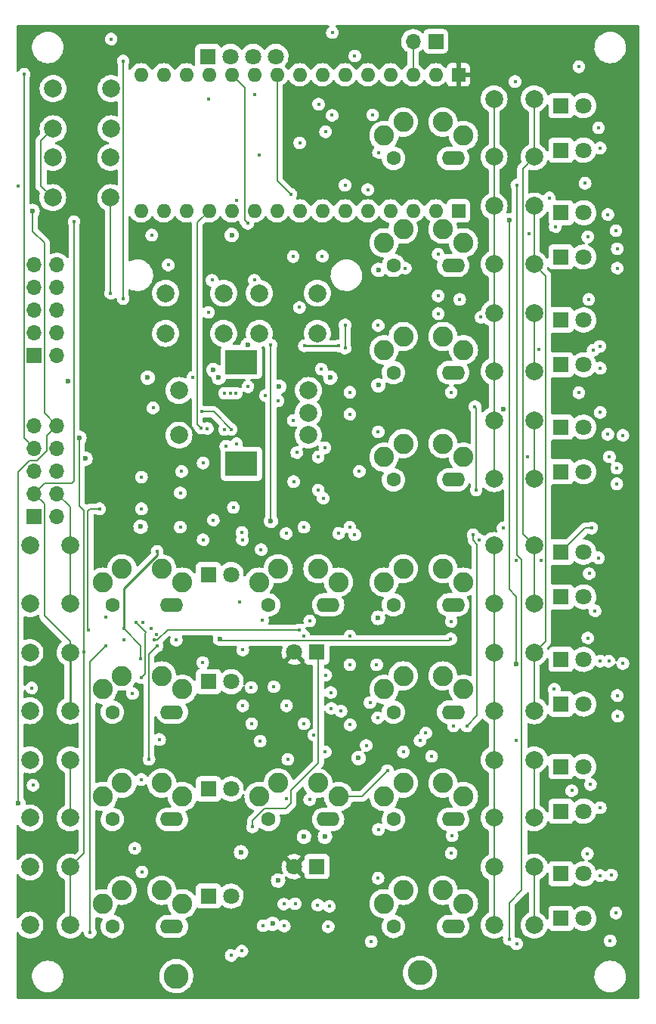
<source format=gbr>
%TF.GenerationSoftware,KiCad,Pcbnew,(6.0.1)*%
%TF.CreationDate,2022-03-20T11:31:46-07:00*%
%TF.ProjectId,main_board,6d61696e-5f62-46f6-9172-642e6b696361,2.0*%
%TF.SameCoordinates,Original*%
%TF.FileFunction,Copper,L2,Inr*%
%TF.FilePolarity,Positive*%
%FSLAX46Y46*%
G04 Gerber Fmt 4.6, Leading zero omitted, Abs format (unit mm)*
G04 Created by KiCad (PCBNEW (6.0.1)) date 2022-03-20 11:31:46*
%MOMM*%
%LPD*%
G01*
G04 APERTURE LIST*
%TA.AperFunction,ComponentPad*%
%ADD10R,1.700000X1.700000*%
%TD*%
%TA.AperFunction,ComponentPad*%
%ADD11O,1.700000X1.700000*%
%TD*%
%TA.AperFunction,ComponentPad*%
%ADD12R,1.800000X1.800000*%
%TD*%
%TA.AperFunction,ComponentPad*%
%ADD13C,1.800000*%
%TD*%
%TA.AperFunction,ComponentPad*%
%ADD14C,2.000000*%
%TD*%
%TA.AperFunction,ComponentPad*%
%ADD15C,2.250000*%
%TD*%
%TA.AperFunction,ComponentPad*%
%ADD16O,2.600000X1.600000*%
%TD*%
%TA.AperFunction,ComponentPad*%
%ADD17C,1.600000*%
%TD*%
%TA.AperFunction,ComponentPad*%
%ADD18R,3.600000X2.800000*%
%TD*%
%TA.AperFunction,ComponentPad*%
%ADD19R,1.600000X1.600000*%
%TD*%
%TA.AperFunction,ComponentPad*%
%ADD20O,1.600000X1.600000*%
%TD*%
%TA.AperFunction,ComponentPad*%
%ADD21C,2.800000*%
%TD*%
%TA.AperFunction,ViaPad*%
%ADD22C,0.400000*%
%TD*%
%TA.AperFunction,ViaPad*%
%ADD23C,0.600000*%
%TD*%
%TA.AperFunction,ViaPad*%
%ADD24C,0.800000*%
%TD*%
%TA.AperFunction,Conductor*%
%ADD25C,0.200000*%
%TD*%
%TA.AperFunction,Conductor*%
%ADD26C,0.250000*%
%TD*%
G04 APERTURE END LIST*
D10*
X97475000Y-52300000D03*
D11*
X94935000Y-52300000D03*
D12*
X111500000Y-88520000D03*
D13*
X114040000Y-88520000D03*
D12*
X111500000Y-138500000D03*
D13*
X114040000Y-138500000D03*
D12*
X111500000Y-121500000D03*
D13*
X114040000Y-121500000D03*
D14*
X104000000Y-139250000D03*
X104000000Y-132750000D03*
X108500000Y-139250000D03*
X108500000Y-132750000D03*
D12*
X84140000Y-120700000D03*
D13*
X81600000Y-120700000D03*
D14*
X104000000Y-151250000D03*
X104000000Y-144750000D03*
X108500000Y-144750000D03*
X108500000Y-151250000D03*
D15*
X91670000Y-148850000D03*
X100570000Y-148850000D03*
X93820000Y-147350000D03*
X98270000Y-147350000D03*
D16*
X99410000Y-151400000D03*
D17*
X92730000Y-151400000D03*
D14*
X104000000Y-58750000D03*
X104000000Y-65250000D03*
X108500000Y-65250000D03*
X108500000Y-58750000D03*
D12*
X111500000Y-100500000D03*
D13*
X114040000Y-100500000D03*
D12*
X111500000Y-59500000D03*
D13*
X114040000Y-59500000D03*
D14*
X104000000Y-127250000D03*
X104000000Y-120750000D03*
X108500000Y-127250000D03*
X108500000Y-120750000D03*
D12*
X111500000Y-145500000D03*
D13*
X114040000Y-145500000D03*
D14*
X61100000Y-62100000D03*
X54600000Y-62100000D03*
X54600000Y-57600000D03*
X61100000Y-57600000D03*
D12*
X111500000Y-71500000D03*
D13*
X114040000Y-71500000D03*
D15*
X91670000Y-62850000D03*
X100570000Y-62850000D03*
X93820000Y-61350000D03*
X98270000Y-61350000D03*
D16*
X99410000Y-65400000D03*
D17*
X92730000Y-65400000D03*
D14*
X104000000Y-82750000D03*
X104000000Y-89250000D03*
X108500000Y-82750000D03*
X108500000Y-89250000D03*
D15*
X77670000Y-112850000D03*
X86570000Y-112850000D03*
X79820000Y-111350000D03*
X84270000Y-111350000D03*
D16*
X85410000Y-115400000D03*
D17*
X78730000Y-115400000D03*
D14*
X61050000Y-69800000D03*
X54550000Y-69800000D03*
X54550000Y-65300000D03*
X61050000Y-65300000D03*
X52000000Y-144750000D03*
X52000000Y-151250000D03*
X56500000Y-144750000D03*
X56500000Y-151250000D03*
X68700000Y-96400000D03*
X68700000Y-91400000D03*
D18*
X75700000Y-99600000D03*
X75700000Y-88200000D03*
D14*
X83200000Y-96400000D03*
X83200000Y-91400000D03*
X83200000Y-93900000D03*
D12*
X72000000Y-112000000D03*
D13*
X74540000Y-112000000D03*
D14*
X104000000Y-108750000D03*
X104000000Y-115250000D03*
X108500000Y-108750000D03*
X108500000Y-115250000D03*
X52000000Y-108750000D03*
X52000000Y-115250000D03*
X56500000Y-115250000D03*
X56500000Y-108750000D03*
D12*
X111500000Y-64500000D03*
D13*
X114040000Y-64500000D03*
D15*
X77670000Y-136850000D03*
X86570000Y-136850000D03*
X79820000Y-135350000D03*
X84270000Y-135350000D03*
D16*
X85410000Y-139400000D03*
D17*
X78730000Y-139400000D03*
D14*
X52000000Y-132750000D03*
X52000000Y-139250000D03*
X56500000Y-139250000D03*
X56500000Y-132750000D03*
D15*
X91670000Y-112850000D03*
X100570000Y-112850000D03*
X93820000Y-111350000D03*
X98270000Y-111350000D03*
D16*
X99410000Y-115400000D03*
D17*
X92730000Y-115400000D03*
D12*
X72000000Y-136000000D03*
D13*
X74540000Y-136000000D03*
D12*
X111500000Y-133500000D03*
D13*
X114040000Y-133500000D03*
D12*
X84140000Y-144700000D03*
D13*
X81600000Y-144700000D03*
D12*
X72000000Y-124000000D03*
D13*
X74540000Y-124000000D03*
D15*
X60170000Y-112850000D03*
X69070000Y-112850000D03*
X62320000Y-111350000D03*
X66770000Y-111350000D03*
D16*
X67910000Y-115400000D03*
D17*
X61230000Y-115400000D03*
D12*
X111500000Y-95500000D03*
D13*
X114040000Y-95500000D03*
D15*
X60170000Y-124850000D03*
X69070000Y-124850000D03*
X62320000Y-123350000D03*
X66770000Y-123350000D03*
D16*
X67910000Y-127400000D03*
D17*
X61230000Y-127400000D03*
D15*
X60170000Y-136850000D03*
X69070000Y-136850000D03*
X62320000Y-135350000D03*
X66770000Y-135350000D03*
D16*
X67910000Y-139400000D03*
D17*
X61230000Y-139400000D03*
D15*
X91670000Y-136850000D03*
X100570000Y-136850000D03*
X93820000Y-135350000D03*
X98270000Y-135350000D03*
D16*
X99410000Y-139400000D03*
D17*
X92730000Y-139400000D03*
D12*
X111500000Y-150500000D03*
D13*
X114040000Y-150500000D03*
D12*
X111500000Y-126500000D03*
D13*
X114040000Y-126500000D03*
D14*
X104000000Y-94750000D03*
X104000000Y-101250000D03*
X108500000Y-94750000D03*
X108500000Y-101250000D03*
D12*
X111500000Y-83500000D03*
D13*
X114040000Y-83500000D03*
D12*
X111500000Y-76450000D03*
D13*
X114040000Y-76450000D03*
D15*
X91670000Y-86850000D03*
X100570000Y-86850000D03*
X93820000Y-85350000D03*
X98270000Y-85350000D03*
D16*
X99410000Y-89400000D03*
D17*
X92730000Y-89400000D03*
D14*
X104000000Y-70750000D03*
X104000000Y-77250000D03*
X108500000Y-70750000D03*
X108500000Y-77250000D03*
D15*
X91670000Y-124850000D03*
X100570000Y-124850000D03*
X93820000Y-123350000D03*
X98270000Y-123350000D03*
D16*
X99410000Y-127400000D03*
D17*
X92730000Y-127400000D03*
D15*
X91670000Y-98850000D03*
X100570000Y-98850000D03*
X93820000Y-97350000D03*
X98270000Y-97350000D03*
D16*
X99410000Y-101400000D03*
D17*
X92730000Y-101400000D03*
D12*
X111500000Y-114500000D03*
D13*
X114040000Y-114500000D03*
D15*
X60170000Y-148850000D03*
X69070000Y-148850000D03*
X62320000Y-147350000D03*
X66770000Y-147350000D03*
D16*
X67910000Y-151400000D03*
D17*
X61230000Y-151400000D03*
D12*
X71940000Y-54000000D03*
D13*
X74480000Y-54000000D03*
X77020000Y-54000000D03*
X79560000Y-54000000D03*
D14*
X52000000Y-120750000D03*
X52000000Y-127250000D03*
X56500000Y-120750000D03*
X56500000Y-127250000D03*
D15*
X91670000Y-74850000D03*
X100570000Y-74850000D03*
X93820000Y-73350000D03*
X98270000Y-73350000D03*
D16*
X99410000Y-77400000D03*
D17*
X92730000Y-77400000D03*
D12*
X111500000Y-109500000D03*
D13*
X114040000Y-109500000D03*
D12*
X72000000Y-148000000D03*
D13*
X74540000Y-148000000D03*
D14*
X77700000Y-80500000D03*
X84200000Y-80500000D03*
X77700000Y-85000000D03*
X84200000Y-85000000D03*
X73700000Y-80500000D03*
X67200000Y-80500000D03*
X67200000Y-85000000D03*
X73700000Y-85000000D03*
D19*
X100000000Y-56060000D03*
D20*
X97460000Y-56060000D03*
X94920000Y-56060000D03*
X92380000Y-56060000D03*
X89840000Y-56060000D03*
X87300000Y-56060000D03*
X84760000Y-56060000D03*
X82220000Y-56060000D03*
X79680000Y-56060000D03*
X77140000Y-56060000D03*
X74600000Y-56060000D03*
X72060000Y-56060000D03*
X69520000Y-56060000D03*
X66980000Y-56060000D03*
X64440000Y-56060000D03*
D10*
X52500000Y-87500000D03*
D11*
X55040000Y-87500000D03*
X52500000Y-84960000D03*
X55040000Y-84960000D03*
X52500000Y-82420000D03*
X55040000Y-82420000D03*
X52500000Y-79880000D03*
X55040000Y-79880000D03*
X52500000Y-77340000D03*
X55040000Y-77340000D03*
D19*
X100000000Y-71300000D03*
D20*
X97460000Y-71300000D03*
X94920000Y-71300000D03*
X92380000Y-71300000D03*
X89840000Y-71300000D03*
X87300000Y-71300000D03*
X84760000Y-71300000D03*
X82220000Y-71300000D03*
X79680000Y-71300000D03*
X77140000Y-71300000D03*
X74600000Y-71300000D03*
X72060000Y-71300000D03*
X69520000Y-71300000D03*
X66980000Y-71300000D03*
X64440000Y-71300000D03*
D10*
X52500000Y-105500000D03*
D11*
X55040000Y-105500000D03*
X52500000Y-102960000D03*
X55040000Y-102960000D03*
X52500000Y-100420000D03*
X55040000Y-100420000D03*
X52500000Y-97880000D03*
X55040000Y-97880000D03*
X52500000Y-95340000D03*
X55040000Y-95340000D03*
D21*
X68400000Y-156950000D03*
X95700000Y-156600000D03*
D22*
X61100000Y-52050000D03*
X77650000Y-65075000D03*
X67500000Y-77350000D03*
D23*
X72550000Y-89100000D03*
D22*
X75150000Y-70100000D03*
X72550000Y-105900000D03*
X62550000Y-119350000D03*
X82200000Y-118200000D03*
X65900000Y-119350000D03*
X64400000Y-121450000D03*
X62550000Y-118050000D03*
X77900000Y-109200000D03*
X66250489Y-109399511D03*
X84750000Y-76350000D03*
X81500000Y-76400000D03*
X81500000Y-94750000D03*
D23*
X106500000Y-122050000D03*
X105700000Y-72350000D03*
D22*
X87300000Y-68400000D03*
X106550000Y-68400000D03*
X105700000Y-152850000D03*
X75750000Y-154150000D03*
X58049511Y-120650489D03*
X51350000Y-56000000D03*
D23*
X57550000Y-96700000D03*
D22*
X65345489Y-132695489D03*
X66250000Y-120000000D03*
D23*
X52300000Y-71300000D03*
X50700000Y-137600000D03*
X79912500Y-90962500D03*
D22*
X85884511Y-51325000D03*
X52350000Y-135600000D03*
X81720000Y-148870000D03*
X84350000Y-59350000D03*
X66525000Y-130475000D03*
X65800000Y-93350000D03*
X52200000Y-124700000D03*
X69000000Y-100450000D03*
X61050000Y-80500000D03*
X80725000Y-137075000D03*
X60500000Y-116750000D03*
X80500000Y-151350000D03*
X88900000Y-100450000D03*
X76425000Y-90975000D03*
X64550000Y-145300000D03*
X71362500Y-121862500D03*
X63750000Y-142650000D03*
X71400000Y-108100000D03*
X71400000Y-99512500D03*
X62449511Y-81100489D03*
X102300000Y-108100000D03*
X62449511Y-54500000D03*
X75800000Y-108100000D03*
X97006250Y-132356250D03*
D23*
X64400000Y-106650000D03*
D22*
X88400000Y-53950000D03*
X88400000Y-107550000D03*
X100960000Y-128960000D03*
X82220000Y-63680000D03*
X101650000Y-107550000D03*
X85115000Y-62435000D03*
X99450000Y-128950000D03*
X80710000Y-107410000D03*
X90098682Y-126348682D03*
X86600000Y-107400000D03*
X86600000Y-86400000D03*
X82750000Y-86400000D03*
X74550000Y-154650000D03*
X110199031Y-69850969D03*
X89850000Y-68900000D03*
X106525000Y-153350000D03*
D23*
X96050000Y-122150000D03*
D24*
X59050000Y-96900000D03*
D22*
X111150000Y-140550000D03*
X119705000Y-137995000D03*
X79180000Y-149070000D03*
D23*
X96000000Y-96050000D03*
D22*
X109200000Y-68800000D03*
X111100000Y-102800000D03*
D23*
X96000000Y-146100000D03*
D22*
X83315000Y-127535000D03*
X119705000Y-66645000D03*
X119705000Y-88645000D03*
D23*
X58700000Y-83750000D03*
D22*
X64550000Y-108900000D03*
X111100000Y-78700000D03*
D23*
X96050000Y-84000000D03*
D22*
X112950000Y-128800000D03*
D23*
X74962500Y-145487500D03*
D22*
X110900000Y-111850000D03*
D23*
X80600000Y-116950000D03*
X63175000Y-104475000D03*
D22*
X111000000Y-86050000D03*
X109450000Y-153000000D03*
X119705000Y-113995000D03*
D23*
X91000000Y-116850000D03*
D22*
X115895000Y-145705000D03*
D23*
X56300000Y-90350000D03*
D22*
X113500000Y-91650000D03*
X106450000Y-130550000D03*
X113500000Y-55150000D03*
D23*
X91050000Y-77900000D03*
D22*
X105000000Y-106800000D03*
D23*
X79180000Y-151100000D03*
D22*
X115900000Y-93850000D03*
X114200000Y-68200000D03*
D23*
X88800000Y-132550000D03*
D22*
X76800000Y-124650000D03*
D23*
X58225000Y-99025000D03*
D22*
X115895000Y-121705000D03*
X91037500Y-140550000D03*
D23*
X91037500Y-90812500D03*
D22*
X114600000Y-81200000D03*
X87850000Y-94050000D03*
X87300000Y-86650000D03*
X87850000Y-91600000D03*
X99200000Y-91600000D03*
X100150000Y-81200000D03*
X82700000Y-106700000D03*
X68850000Y-106700000D03*
X99300000Y-141250000D03*
X99200000Y-117250000D03*
X87850000Y-118900000D03*
D23*
X85050000Y-141362011D03*
D22*
X87850000Y-106700000D03*
D23*
X82700000Y-141350000D03*
D22*
X82700000Y-118900000D03*
X85150000Y-123250000D03*
X87300000Y-84050000D03*
X82700000Y-128700000D03*
X76850000Y-128700000D03*
X68850000Y-102850000D03*
X64500000Y-104650000D03*
X64500000Y-101100000D03*
X68400000Y-119350000D03*
X64500000Y-134950000D03*
X65550000Y-118050000D03*
X63500000Y-125300000D03*
X60500000Y-120000000D03*
X58745489Y-152045489D03*
X56950000Y-72500000D03*
X66200000Y-118700000D03*
X50650000Y-68500000D03*
X64650000Y-117400000D03*
X109250000Y-110450000D03*
X106450000Y-110450000D03*
X97735000Y-80815000D03*
X97740480Y-76159520D03*
X97750000Y-82800000D03*
X80750000Y-126700000D03*
X75850000Y-126700000D03*
X75850000Y-120450000D03*
X84850000Y-103450000D03*
D23*
X85650000Y-89950000D03*
D22*
X87850000Y-122100000D03*
D23*
X73150000Y-89950000D03*
D22*
X73800000Y-91700000D03*
D23*
X73300000Y-119200000D03*
D22*
X99150000Y-119200000D03*
X74450000Y-91700000D03*
D23*
X79800000Y-146250000D03*
D22*
X79800000Y-92550000D03*
X78400000Y-91950000D03*
X99200000Y-143200000D03*
X75100000Y-91700000D03*
D23*
X75650000Y-143100000D03*
D22*
X75150000Y-97350000D03*
X81900000Y-98350000D03*
X82200000Y-82100244D03*
X71999855Y-82650145D03*
X74550000Y-95750000D03*
X71275489Y-93774511D03*
X94050000Y-77700000D03*
X73825000Y-95775000D03*
X85050000Y-97800000D03*
X73950000Y-97650000D03*
X84300000Y-102550000D03*
X84300000Y-98850000D03*
X101994511Y-102550000D03*
X101850000Y-93200000D03*
X72400000Y-79050000D03*
X71875000Y-95650000D03*
X77150000Y-79050000D03*
D23*
X65200000Y-89950000D03*
X74600000Y-74000000D03*
D22*
X70250000Y-89950000D03*
X65650000Y-74000000D03*
X71200000Y-95600000D03*
X75750000Y-107300000D03*
X78065000Y-117085000D03*
X85095000Y-131855000D03*
X86850000Y-127300000D03*
X93845000Y-131855000D03*
X92050000Y-133950000D03*
X95700000Y-130600000D03*
X89675000Y-131125000D03*
X96350000Y-129750000D03*
X83825000Y-129950000D03*
X83350000Y-117200000D03*
X79335000Y-124565000D03*
X85700000Y-125200000D03*
X77800000Y-130650000D03*
X80900000Y-132700000D03*
X84250000Y-149000000D03*
X83350000Y-137200000D03*
X80450000Y-148900000D03*
X85775000Y-126975000D03*
X87875000Y-128825000D03*
X76950000Y-140250000D03*
X85550000Y-149150000D03*
X78116076Y-151316076D03*
X85425000Y-151425000D03*
X90245489Y-153095489D03*
X90955000Y-128045000D03*
X114650000Y-111900000D03*
X112700000Y-136200000D03*
X114950000Y-106800000D03*
X91050000Y-64750000D03*
X91025000Y-84125000D03*
X107950000Y-73850000D03*
X102500000Y-83200000D03*
X91025000Y-96025000D03*
X90850000Y-122100000D03*
X91000000Y-146000000D03*
X81550000Y-101600000D03*
X58550000Y-118200000D03*
X59800000Y-104650000D03*
X63850000Y-117400000D03*
X75500000Y-115100000D03*
X64500000Y-123550000D03*
X74800000Y-104500000D03*
X110850000Y-73050000D03*
X117650000Y-73500000D03*
X109000000Y-86800000D03*
X115100000Y-86900000D03*
X118435000Y-96415000D03*
X107750000Y-98850000D03*
X115895000Y-64250000D03*
X115700000Y-62000000D03*
X117800000Y-77700000D03*
X114500000Y-74200000D03*
X117800000Y-75550000D03*
X116750000Y-71700000D03*
X115900000Y-88900000D03*
X115850000Y-86450000D03*
X117750000Y-101850000D03*
X117750000Y-100100000D03*
X116921792Y-98828208D03*
X116750000Y-96300000D03*
X118435000Y-121965000D03*
X110750000Y-124850000D03*
X115310000Y-116060000D03*
X115700000Y-110150000D03*
X117850000Y-127850000D03*
X116850000Y-121700000D03*
X117800000Y-125550000D03*
X114500000Y-119100000D03*
X115895000Y-138105000D03*
X114800000Y-135500000D03*
X117165000Y-145635000D03*
X117650000Y-149900000D03*
X117000000Y-153000000D03*
X114450000Y-143250000D03*
X77150000Y-58249511D03*
X81249511Y-69450489D03*
X106350000Y-56800000D03*
X84650000Y-89000000D03*
X90400000Y-60550000D03*
D23*
X105050489Y-93450489D03*
D22*
X85859511Y-60590489D03*
X72050000Y-58750000D03*
X79000000Y-86300000D03*
D23*
X79000000Y-106000000D03*
D22*
X76400489Y-72700000D03*
D23*
X76400000Y-86300000D03*
D25*
X94920000Y-52315000D02*
X94935000Y-52300000D01*
X94920000Y-56060000D02*
X94920000Y-52315000D01*
X67406416Y-118200000D02*
X82200000Y-118200000D01*
X66256416Y-119350000D02*
X67406416Y-118200000D01*
X65900000Y-119350000D02*
X66256416Y-119350000D01*
X64400000Y-120000000D02*
X64400000Y-121450000D01*
D26*
X66250489Y-109819592D02*
X66250489Y-109399511D01*
X62550000Y-113520081D02*
X66250489Y-109819592D01*
X62550000Y-118050000D02*
X62550000Y-113520081D01*
D25*
X62550000Y-118050000D02*
X64400000Y-119950000D01*
X106500000Y-114450000D02*
X106500000Y-122050000D01*
X105700000Y-113650000D02*
X106500000Y-114450000D01*
X105700000Y-72350000D02*
X105700000Y-113650000D01*
X107100000Y-110300000D02*
X106600000Y-109800000D01*
X107100000Y-147350000D02*
X107100000Y-110300000D01*
X105700000Y-152850000D02*
X105700000Y-148750000D01*
X105700000Y-148750000D02*
X107100000Y-147350000D01*
X106600000Y-109800000D02*
X106550000Y-68400000D01*
X57550000Y-104300978D02*
X57550000Y-96700000D01*
X51350489Y-96730489D02*
X52500000Y-97880000D01*
X56500000Y-144750000D02*
X58049511Y-143200489D01*
X58049511Y-120650489D02*
X58049511Y-104800489D01*
X56500000Y-151250000D02*
X56500000Y-144750000D01*
X51350000Y-56000000D02*
X51350489Y-62976368D01*
X58049511Y-143200489D02*
X58049511Y-120650489D01*
X58049511Y-104800489D02*
X57550000Y-104300978D01*
X51350489Y-62976368D02*
X51350489Y-96730489D01*
X53890489Y-96489511D02*
X53890489Y-98159511D01*
X53890489Y-98159511D02*
X52779511Y-99270489D01*
X56500000Y-132750000D02*
X56500000Y-139250000D01*
X65345489Y-120904511D02*
X65345489Y-132695489D01*
X55040000Y-95340000D02*
X53890489Y-96489511D01*
X52300000Y-71300000D02*
X52300000Y-73550000D01*
X53649511Y-93949511D02*
X55040000Y-95340000D01*
X52779511Y-99270489D02*
X51929511Y-99270489D01*
X52300000Y-73550000D02*
X53650000Y-74900000D01*
X50700489Y-100499511D02*
X50700000Y-137600000D01*
X66250000Y-120000000D02*
X65345489Y-120904511D01*
X51929511Y-99270489D02*
X50700489Y-100499511D01*
X53650000Y-74900000D02*
X53649511Y-93949511D01*
X53250489Y-68500489D02*
X53250489Y-63449511D01*
X54550000Y-69800000D02*
X53250489Y-68500489D01*
X61050000Y-69800000D02*
X61050000Y-80500000D01*
X53250489Y-63449511D02*
X54600000Y-62100000D01*
X62449511Y-54500000D02*
X62449511Y-81100489D01*
X102100489Y-108606905D02*
X101650000Y-108156416D01*
X101650000Y-108156416D02*
X101650000Y-107550000D01*
X100960000Y-128960000D02*
X102100489Y-127819511D01*
X102100489Y-127819511D02*
X102100489Y-108606905D01*
D26*
X86600000Y-86400000D02*
X82750000Y-86400000D01*
D25*
X87300000Y-84050000D02*
X87300000Y-86650000D01*
X60500000Y-120000000D02*
X58745489Y-121754511D01*
X58745489Y-121754511D02*
X58745489Y-152045489D01*
X52500000Y-102960000D02*
X53649511Y-104109511D01*
X53649511Y-101810489D02*
X52500000Y-102960000D01*
X56950489Y-101550489D02*
X56690489Y-101810489D01*
X56690489Y-101810489D02*
X53649511Y-101810489D01*
X53649511Y-104109511D02*
X53649511Y-116643095D01*
D26*
X56500000Y-120750000D02*
X56500000Y-127250000D01*
D25*
X56950000Y-72500000D02*
X56950489Y-101550489D01*
X56500000Y-119493584D02*
X56500000Y-120750000D01*
X53649511Y-116643095D02*
X56500000Y-119493584D01*
X55040000Y-102960000D02*
X56500000Y-104420000D01*
X56500000Y-104420000D02*
X56500000Y-108750000D01*
X56500000Y-108750000D02*
X56500000Y-115250000D01*
X98950489Y-119399511D02*
X73499511Y-119399511D01*
X99150000Y-119200000D02*
X98950489Y-119399511D01*
X73499511Y-119399511D02*
X73300000Y-119200000D01*
X71275489Y-93774511D02*
X72574511Y-93774511D01*
X72574511Y-93774511D02*
X74550000Y-95750000D01*
X101994511Y-102550000D02*
X101994511Y-93344511D01*
X101994511Y-93344511D02*
X101850000Y-93200000D01*
X70750000Y-95150000D02*
X71200000Y-95600000D01*
X72060000Y-71300000D02*
X70750000Y-72610000D01*
X70750000Y-72610000D02*
X70750000Y-95150000D01*
X86570000Y-136850000D02*
X89177138Y-136850000D01*
X92050000Y-133977138D02*
X92050000Y-133950000D01*
X89177138Y-136850000D02*
X92050000Y-133977138D01*
X81250000Y-136150000D02*
X84324511Y-133075489D01*
X80619521Y-138230479D02*
X78245567Y-138230479D01*
X81250000Y-137600000D02*
X80619521Y-138230479D01*
X84324511Y-120884511D02*
X84324511Y-133075489D01*
X78245567Y-138230479D02*
X76950000Y-139526046D01*
X81250000Y-136150000D02*
X81250000Y-137600000D01*
X84140000Y-120700000D02*
X84324511Y-120884511D01*
X76950000Y-139526046D02*
X76950000Y-140250000D01*
X111500000Y-109500000D02*
X114200000Y-106800000D01*
X114200000Y-106800000D02*
X114950000Y-106800000D01*
X58750000Y-104650000D02*
X59800000Y-104650000D01*
X58500000Y-104900000D02*
X58750000Y-104650000D01*
X58500000Y-118200000D02*
X58500000Y-104900000D01*
X64945969Y-118603053D02*
X64950000Y-118450000D01*
X64500000Y-123550000D02*
X64945969Y-123104031D01*
X64945969Y-123104031D02*
X64945969Y-118603053D01*
X64950000Y-118450000D02*
X63850000Y-117400000D01*
X107200489Y-66549511D02*
X107200489Y-107450489D01*
X107200489Y-107450489D02*
X108500000Y-108750000D01*
X108500000Y-58750000D02*
X108500000Y-65250000D01*
X108500000Y-65250000D02*
X107200489Y-66549511D01*
X108500000Y-108750000D02*
X108500000Y-115250000D01*
X79680000Y-56060000D02*
X79680000Y-67880000D01*
X108500000Y-120750000D02*
X108500000Y-127250000D01*
X109799511Y-119450489D02*
X108500000Y-120750000D01*
X108500000Y-77250000D02*
X109799511Y-78549511D01*
X109799511Y-78549511D02*
X109799511Y-119450489D01*
X108500000Y-70750000D02*
X108500000Y-77250000D01*
X79680000Y-67880000D02*
X81250000Y-69450000D01*
X108500000Y-82750000D02*
X108500000Y-89250000D01*
X108500000Y-132750000D02*
X108500000Y-139250000D01*
X108500000Y-94750000D02*
X108500000Y-101250000D01*
X108500000Y-144750000D02*
X108500000Y-151250000D01*
X104000000Y-58750000D02*
X104000000Y-65250000D01*
X104000000Y-94750000D02*
X104000000Y-101250000D01*
X104000000Y-89250000D02*
X104000000Y-94750000D01*
X104000000Y-82750000D02*
X104000000Y-89250000D01*
X104000000Y-77250000D02*
X104000000Y-82750000D01*
X104000000Y-65250000D02*
X104000000Y-70750000D01*
X104000000Y-70750000D02*
X104000000Y-77250000D01*
X104000000Y-132750000D02*
X104000000Y-139250000D01*
X104000000Y-120750000D02*
X104000000Y-127250000D01*
X74600000Y-56060000D02*
X76040489Y-57500489D01*
X79000000Y-86300000D02*
X79000000Y-106000000D01*
X104000000Y-115250000D02*
X104000000Y-120750000D01*
X104000000Y-108750000D02*
X104000000Y-115250000D01*
X104000000Y-139250000D02*
X104000000Y-144750000D01*
X104000000Y-127250000D02*
X104000000Y-132750000D01*
X76040489Y-72340000D02*
X76400489Y-72700000D01*
X104000000Y-144750000D02*
X104000000Y-151250000D01*
X76040489Y-57500489D02*
X76040489Y-72340000D01*
%TA.AperFunction,Conductor*%
G36*
X85477117Y-50528002D02*
G01*
X85523610Y-50581658D01*
X85533714Y-50651932D01*
X85504220Y-50716512D01*
X85484321Y-50734208D01*
X85483350Y-50734709D01*
X85354126Y-50847439D01*
X85255521Y-50987739D01*
X85193229Y-51147509D01*
X85192237Y-51155042D01*
X85192237Y-51155043D01*
X85172752Y-51303051D01*
X85170846Y-51317526D01*
X85178544Y-51387254D01*
X85187569Y-51468996D01*
X85189664Y-51487975D01*
X85192273Y-51495106D01*
X85192274Y-51495108D01*
X85200199Y-51516764D01*
X85248596Y-51649015D01*
X85344241Y-51791349D01*
X85471076Y-51906760D01*
X85621779Y-51988585D01*
X85787650Y-52032101D01*
X85875097Y-52033474D01*
X85951514Y-52034675D01*
X85951517Y-52034675D01*
X85959113Y-52034794D01*
X85966517Y-52033098D01*
X85966519Y-52033098D01*
X86029357Y-52018706D01*
X86126270Y-51996510D01*
X86279469Y-51919459D01*
X86285240Y-51914530D01*
X86285243Y-51914528D01*
X86404089Y-51813023D01*
X86409866Y-51808089D01*
X86509935Y-51668830D01*
X86573896Y-51509720D01*
X86584046Y-51438401D01*
X86597477Y-51344031D01*
X86597477Y-51344027D01*
X86598058Y-51339947D01*
X86598132Y-51332857D01*
X86598172Y-51329133D01*
X86598172Y-51329127D01*
X86598215Y-51325000D01*
X86590895Y-51264511D01*
X86578526Y-51162299D01*
X86578525Y-51162296D01*
X86577613Y-51154758D01*
X86574496Y-51146507D01*
X86519682Y-51001447D01*
X86516998Y-50994344D01*
X86507938Y-50981161D01*
X86424170Y-50859278D01*
X86424169Y-50859276D01*
X86419868Y-50853019D01*
X86413606Y-50847439D01*
X86297509Y-50744001D01*
X86291832Y-50738943D01*
X86287410Y-50736602D01*
X86243584Y-50682164D01*
X86236027Y-50611571D01*
X86267836Y-50548099D01*
X86328911Y-50511899D01*
X86360015Y-50508000D01*
X120166000Y-50508000D01*
X120234121Y-50528002D01*
X120280614Y-50581658D01*
X120292000Y-50634000D01*
X120292000Y-159366000D01*
X120271998Y-159434121D01*
X120218342Y-159480614D01*
X120166000Y-159492000D01*
X50634000Y-159492000D01*
X50565879Y-159471998D01*
X50519386Y-159418342D01*
X50508000Y-159366000D01*
X50508000Y-157107655D01*
X52239858Y-157107655D01*
X52275104Y-157366638D01*
X52276412Y-157371124D01*
X52276412Y-157371126D01*
X52291082Y-157421457D01*
X52348243Y-157617567D01*
X52457668Y-157854928D01*
X52460231Y-157858837D01*
X52598410Y-158069596D01*
X52598414Y-158069601D01*
X52600976Y-158073509D01*
X52775018Y-158268506D01*
X52975970Y-158435637D01*
X52979973Y-158438066D01*
X53195422Y-158568804D01*
X53195426Y-158568806D01*
X53199419Y-158571229D01*
X53440455Y-158672303D01*
X53693783Y-158736641D01*
X53698434Y-158737109D01*
X53698438Y-158737110D01*
X53891308Y-158756531D01*
X53910867Y-158758500D01*
X54066354Y-158758500D01*
X54068679Y-158758327D01*
X54068685Y-158758327D01*
X54256000Y-158744407D01*
X54256004Y-158744406D01*
X54260652Y-158744061D01*
X54265200Y-158743032D01*
X54265206Y-158743031D01*
X54451601Y-158700853D01*
X54515577Y-158686377D01*
X54551769Y-158672303D01*
X54754824Y-158593340D01*
X54754827Y-158593339D01*
X54759177Y-158591647D01*
X54986098Y-158461951D01*
X55191357Y-158300138D01*
X55370443Y-158109763D01*
X55519424Y-157895009D01*
X55541284Y-157850682D01*
X55632960Y-157664781D01*
X55632961Y-157664778D01*
X55635025Y-157660593D01*
X55655019Y-157598133D01*
X55713280Y-157416123D01*
X55714707Y-157411665D01*
X55756721Y-157153693D01*
X55759387Y-156950000D01*
X55760081Y-156897022D01*
X55760081Y-156897019D01*
X55760142Y-156892345D01*
X55759809Y-156889899D01*
X66487569Y-156889899D01*
X66487744Y-156894351D01*
X66497934Y-157153693D01*
X66498180Y-157159963D01*
X66546737Y-157425837D01*
X66632272Y-157682217D01*
X66753078Y-157923987D01*
X66755607Y-157927646D01*
X66883831Y-158113171D01*
X66906744Y-158146324D01*
X66924403Y-158165427D01*
X67022451Y-158271494D01*
X67090205Y-158344790D01*
X67299799Y-158515427D01*
X67303617Y-158517726D01*
X67303619Y-158517727D01*
X67395490Y-158573038D01*
X67531346Y-158654830D01*
X67535441Y-158656564D01*
X67535443Y-158656565D01*
X67776124Y-158758480D01*
X67776131Y-158758482D01*
X67780225Y-158760216D01*
X67876358Y-158785705D01*
X68037172Y-158828345D01*
X68037177Y-158828346D01*
X68041469Y-158829484D01*
X68045878Y-158830006D01*
X68045884Y-158830007D01*
X68195210Y-158847680D01*
X68309868Y-158861251D01*
X68580064Y-158854883D01*
X68584459Y-158854151D01*
X68584464Y-158854151D01*
X68842267Y-158811241D01*
X68842271Y-158811240D01*
X68846669Y-158810508D01*
X69014959Y-158757285D01*
X69100114Y-158730354D01*
X69100116Y-158730353D01*
X69104360Y-158729011D01*
X69108371Y-158727085D01*
X69108376Y-158727083D01*
X69343979Y-158613948D01*
X69343980Y-158613947D01*
X69347998Y-158612018D01*
X69498964Y-158511146D01*
X69569013Y-158464341D01*
X69569017Y-158464338D01*
X69572721Y-158461863D01*
X69576038Y-158458892D01*
X69576042Y-158458889D01*
X69770729Y-158284512D01*
X69774045Y-158281542D01*
X69947953Y-158074654D01*
X69951108Y-158069596D01*
X70088614Y-157849111D01*
X70088615Y-157849109D01*
X70090975Y-157845325D01*
X70200258Y-157598133D01*
X70273620Y-157338008D01*
X70275093Y-157327042D01*
X70309172Y-157073324D01*
X70309173Y-157073316D01*
X70309599Y-157070142D01*
X70312046Y-156992301D01*
X70313274Y-156953222D01*
X70313274Y-156953217D01*
X70313375Y-156950000D01*
X70294287Y-156680403D01*
X70264037Y-156539899D01*
X93787569Y-156539899D01*
X93798180Y-156809963D01*
X93846737Y-157075837D01*
X93932272Y-157332217D01*
X94053078Y-157573987D01*
X94055607Y-157577646D01*
X94159563Y-157728058D01*
X94206744Y-157796324D01*
X94390205Y-157994790D01*
X94599799Y-158165427D01*
X94603617Y-158167726D01*
X94603619Y-158167727D01*
X94792665Y-158281542D01*
X94831346Y-158304830D01*
X94835441Y-158306564D01*
X94835443Y-158306565D01*
X95076124Y-158408480D01*
X95076131Y-158408482D01*
X95080225Y-158410216D01*
X95164816Y-158432645D01*
X95337172Y-158478345D01*
X95337177Y-158478346D01*
X95341469Y-158479484D01*
X95345878Y-158480006D01*
X95345884Y-158480007D01*
X95495210Y-158497680D01*
X95609868Y-158511251D01*
X95880064Y-158504883D01*
X95884459Y-158504151D01*
X95884464Y-158504151D01*
X96142267Y-158461241D01*
X96142271Y-158461240D01*
X96146669Y-158460508D01*
X96314959Y-158407285D01*
X96400114Y-158380354D01*
X96400116Y-158380353D01*
X96404360Y-158379011D01*
X96408371Y-158377085D01*
X96408376Y-158377083D01*
X96643979Y-158263948D01*
X96643980Y-158263947D01*
X96647998Y-158262018D01*
X96816244Y-158149600D01*
X96869013Y-158114341D01*
X96869017Y-158114338D01*
X96872721Y-158111863D01*
X96876038Y-158108892D01*
X96876042Y-158108889D01*
X97070729Y-157934512D01*
X97074045Y-157931542D01*
X97247953Y-157724654D01*
X97277057Y-157677988D01*
X97388614Y-157499111D01*
X97388615Y-157499109D01*
X97390975Y-157495325D01*
X97500258Y-157248133D01*
X97539876Y-157107655D01*
X115239858Y-157107655D01*
X115275104Y-157366638D01*
X115276412Y-157371124D01*
X115276412Y-157371126D01*
X115291082Y-157421457D01*
X115348243Y-157617567D01*
X115457668Y-157854928D01*
X115460231Y-157858837D01*
X115598410Y-158069596D01*
X115598414Y-158069601D01*
X115600976Y-158073509D01*
X115775018Y-158268506D01*
X115975970Y-158435637D01*
X115979973Y-158438066D01*
X116195422Y-158568804D01*
X116195426Y-158568806D01*
X116199419Y-158571229D01*
X116440455Y-158672303D01*
X116693783Y-158736641D01*
X116698434Y-158737109D01*
X116698438Y-158737110D01*
X116891308Y-158756531D01*
X116910867Y-158758500D01*
X117066354Y-158758500D01*
X117068679Y-158758327D01*
X117068685Y-158758327D01*
X117256000Y-158744407D01*
X117256004Y-158744406D01*
X117260652Y-158744061D01*
X117265200Y-158743032D01*
X117265206Y-158743031D01*
X117451601Y-158700853D01*
X117515577Y-158686377D01*
X117551769Y-158672303D01*
X117754824Y-158593340D01*
X117754827Y-158593339D01*
X117759177Y-158591647D01*
X117986098Y-158461951D01*
X118191357Y-158300138D01*
X118370443Y-158109763D01*
X118519424Y-157895009D01*
X118541284Y-157850682D01*
X118632960Y-157664781D01*
X118632961Y-157664778D01*
X118635025Y-157660593D01*
X118655019Y-157598133D01*
X118713280Y-157416123D01*
X118714707Y-157411665D01*
X118756721Y-157153693D01*
X118759387Y-156950000D01*
X118760081Y-156897022D01*
X118760081Y-156897019D01*
X118760142Y-156892345D01*
X118724896Y-156633362D01*
X118710473Y-156583877D01*
X118653068Y-156386932D01*
X118651757Y-156382433D01*
X118542332Y-156145072D01*
X118493465Y-156070537D01*
X118401590Y-155930404D01*
X118401586Y-155930399D01*
X118399024Y-155926491D01*
X118224982Y-155731494D01*
X118024030Y-155564363D01*
X117877949Y-155475719D01*
X117804578Y-155431196D01*
X117804574Y-155431194D01*
X117800581Y-155428771D01*
X117559545Y-155327697D01*
X117306217Y-155263359D01*
X117301566Y-155262891D01*
X117301562Y-155262890D01*
X117092271Y-155241816D01*
X117089133Y-155241500D01*
X116933646Y-155241500D01*
X116931321Y-155241673D01*
X116931315Y-155241673D01*
X116744000Y-155255593D01*
X116743996Y-155255594D01*
X116739348Y-155255939D01*
X116734800Y-155256968D01*
X116734794Y-155256969D01*
X116548399Y-155299147D01*
X116484423Y-155313623D01*
X116480071Y-155315315D01*
X116480069Y-155315316D01*
X116245176Y-155406660D01*
X116245173Y-155406661D01*
X116240823Y-155408353D01*
X116013902Y-155538049D01*
X115808643Y-155699862D01*
X115629557Y-155890237D01*
X115480576Y-156104991D01*
X115478510Y-156109181D01*
X115478508Y-156109184D01*
X115396508Y-156275465D01*
X115364975Y-156339407D01*
X115285293Y-156588335D01*
X115243279Y-156846307D01*
X115239858Y-157107655D01*
X97539876Y-157107655D01*
X97573620Y-156988008D01*
X97596946Y-156814343D01*
X97609172Y-156723324D01*
X97609173Y-156723316D01*
X97609599Y-156720142D01*
X97612181Y-156637993D01*
X97613274Y-156603222D01*
X97613274Y-156603217D01*
X97613375Y-156600000D01*
X97612877Y-156592959D01*
X97594602Y-156334852D01*
X97594287Y-156330403D01*
X97537402Y-156066185D01*
X97517801Y-156013053D01*
X97445397Y-155816796D01*
X97443856Y-155812619D01*
X97414510Y-155758231D01*
X97317629Y-155578678D01*
X97317629Y-155578677D01*
X97315516Y-155574762D01*
X97154942Y-155357362D01*
X97151130Y-155353489D01*
X97054759Y-155255593D01*
X96965338Y-155164756D01*
X96885165Y-155103570D01*
X96754028Y-155003489D01*
X96754024Y-155003487D01*
X96750487Y-155000787D01*
X96514675Y-154868727D01*
X96262609Y-154771210D01*
X96258284Y-154770207D01*
X96258279Y-154770206D01*
X96125924Y-154739528D01*
X95999318Y-154710182D01*
X95730054Y-154686861D01*
X95725619Y-154687105D01*
X95725615Y-154687105D01*
X95464634Y-154701468D01*
X95464627Y-154701469D01*
X95460191Y-154701713D01*
X95328622Y-154727883D01*
X95199484Y-154753570D01*
X95199479Y-154753571D01*
X95195112Y-154754440D01*
X95190909Y-154755916D01*
X94944315Y-154842513D01*
X94944312Y-154842514D01*
X94940107Y-154843991D01*
X94936154Y-154846044D01*
X94936148Y-154846047D01*
X94892488Y-154868727D01*
X94700264Y-154968580D01*
X94696649Y-154971163D01*
X94696643Y-154971167D01*
X94483990Y-155123131D01*
X94483986Y-155123134D01*
X94480369Y-155125719D01*
X94467471Y-155138023D01*
X94334878Y-155264511D01*
X94284808Y-155312275D01*
X94191059Y-155431196D01*
X94127319Y-155512050D01*
X94117485Y-155524524D01*
X94115253Y-155528366D01*
X94115250Y-155528371D01*
X93983974Y-155754377D01*
X93983971Y-155754384D01*
X93981736Y-155758231D01*
X93980062Y-155762364D01*
X93933075Y-155878371D01*
X93880272Y-156008735D01*
X93879201Y-156013048D01*
X93879199Y-156013053D01*
X93841009Y-156166796D01*
X93815116Y-156271035D01*
X93814662Y-156275463D01*
X93814662Y-156275465D01*
X93800673Y-156412004D01*
X93787569Y-156539899D01*
X70264037Y-156539899D01*
X70237402Y-156416185D01*
X70224951Y-156382433D01*
X70145397Y-156166796D01*
X70143856Y-156162619D01*
X70112762Y-156104991D01*
X70017629Y-155928678D01*
X70017629Y-155928677D01*
X70015516Y-155924762D01*
X69854942Y-155707362D01*
X69665338Y-155514756D01*
X69463809Y-155360954D01*
X69454028Y-155353489D01*
X69454024Y-155353487D01*
X69450487Y-155350787D01*
X69214675Y-155218727D01*
X68962609Y-155121210D01*
X68958284Y-155120207D01*
X68958279Y-155120206D01*
X68852748Y-155095746D01*
X68699318Y-155060182D01*
X68430054Y-155036861D01*
X68425619Y-155037105D01*
X68425615Y-155037105D01*
X68164634Y-155051468D01*
X68164627Y-155051469D01*
X68160191Y-155051713D01*
X68028622Y-155077883D01*
X67899484Y-155103570D01*
X67899479Y-155103571D01*
X67895112Y-155104440D01*
X67890909Y-155105916D01*
X67644315Y-155192513D01*
X67644312Y-155192514D01*
X67640107Y-155193991D01*
X67636154Y-155196044D01*
X67636148Y-155196047D01*
X67518870Y-155256969D01*
X67400264Y-155318580D01*
X67396649Y-155321163D01*
X67396643Y-155321167D01*
X67183990Y-155473131D01*
X67183986Y-155473134D01*
X67180369Y-155475719D01*
X66984808Y-155662275D01*
X66817485Y-155874524D01*
X66815253Y-155878366D01*
X66815250Y-155878371D01*
X66683974Y-156104377D01*
X66683971Y-156104384D01*
X66681736Y-156108231D01*
X66680062Y-156112364D01*
X66588101Y-156339407D01*
X66580272Y-156358735D01*
X66579201Y-156363048D01*
X66579199Y-156363053D01*
X66516189Y-156616714D01*
X66515116Y-156621035D01*
X66514662Y-156625463D01*
X66514662Y-156625465D01*
X66488023Y-156885467D01*
X66487569Y-156889899D01*
X55759809Y-156889899D01*
X55724896Y-156633362D01*
X55710473Y-156583877D01*
X55653068Y-156386932D01*
X55651757Y-156382433D01*
X55542332Y-156145072D01*
X55493465Y-156070537D01*
X55401590Y-155930404D01*
X55401586Y-155930399D01*
X55399024Y-155926491D01*
X55224982Y-155731494D01*
X55024030Y-155564363D01*
X54877949Y-155475719D01*
X54804578Y-155431196D01*
X54804574Y-155431194D01*
X54800581Y-155428771D01*
X54559545Y-155327697D01*
X54306217Y-155263359D01*
X54301566Y-155262891D01*
X54301562Y-155262890D01*
X54092271Y-155241816D01*
X54089133Y-155241500D01*
X53933646Y-155241500D01*
X53931321Y-155241673D01*
X53931315Y-155241673D01*
X53744000Y-155255593D01*
X53743996Y-155255594D01*
X53739348Y-155255939D01*
X53734800Y-155256968D01*
X53734794Y-155256969D01*
X53548399Y-155299147D01*
X53484423Y-155313623D01*
X53480071Y-155315315D01*
X53480069Y-155315316D01*
X53245176Y-155406660D01*
X53245173Y-155406661D01*
X53240823Y-155408353D01*
X53013902Y-155538049D01*
X52808643Y-155699862D01*
X52629557Y-155890237D01*
X52480576Y-156104991D01*
X52478510Y-156109181D01*
X52478508Y-156109184D01*
X52396508Y-156275465D01*
X52364975Y-156339407D01*
X52285293Y-156588335D01*
X52243279Y-156846307D01*
X52239858Y-157107655D01*
X50508000Y-157107655D01*
X50508000Y-154642526D01*
X73836335Y-154642526D01*
X73845744Y-154727751D01*
X73851774Y-154782366D01*
X73855153Y-154812975D01*
X73857762Y-154820106D01*
X73857763Y-154820108D01*
X73872243Y-154859675D01*
X73914085Y-154974015D01*
X73918322Y-154980321D01*
X73918324Y-154980324D01*
X73956316Y-155036861D01*
X74009730Y-155116349D01*
X74136565Y-155231760D01*
X74287268Y-155313585D01*
X74453139Y-155357101D01*
X74540586Y-155358474D01*
X74617003Y-155359675D01*
X74617006Y-155359675D01*
X74624602Y-155359794D01*
X74632006Y-155358098D01*
X74632008Y-155358098D01*
X74694846Y-155343706D01*
X74791759Y-155321510D01*
X74944958Y-155244459D01*
X74950729Y-155239530D01*
X74950732Y-155239528D01*
X75069578Y-155138023D01*
X75075355Y-155133089D01*
X75175424Y-154993830D01*
X75238023Y-154838109D01*
X75281989Y-154782366D01*
X75349114Y-154759240D01*
X75415052Y-154774375D01*
X75487268Y-154813585D01*
X75653139Y-154857101D01*
X75740586Y-154858474D01*
X75817003Y-154859675D01*
X75817006Y-154859675D01*
X75824602Y-154859794D01*
X75832006Y-154858098D01*
X75832008Y-154858098D01*
X75919279Y-154838110D01*
X75991759Y-154821510D01*
X76144958Y-154744459D01*
X76150729Y-154739530D01*
X76150732Y-154739528D01*
X76269578Y-154638023D01*
X76275355Y-154633089D01*
X76375424Y-154493830D01*
X76439385Y-154334720D01*
X76443398Y-154306523D01*
X76462966Y-154169031D01*
X76462966Y-154169027D01*
X76463547Y-154164947D01*
X76463704Y-154150000D01*
X76452788Y-154059794D01*
X76444015Y-153987299D01*
X76444014Y-153987296D01*
X76443102Y-153979758D01*
X76429506Y-153943775D01*
X76385171Y-153826447D01*
X76382487Y-153819344D01*
X76338575Y-153755451D01*
X76289659Y-153684278D01*
X76289658Y-153684276D01*
X76285357Y-153678019D01*
X76279686Y-153672966D01*
X76162993Y-153568996D01*
X76162990Y-153568994D01*
X76157321Y-153563943D01*
X76149325Y-153559709D01*
X76055369Y-153509962D01*
X76005769Y-153483700D01*
X75978773Y-153476919D01*
X75846822Y-153443775D01*
X75846818Y-153443775D01*
X75839451Y-153441924D01*
X75831852Y-153441884D01*
X75831850Y-153441884D01*
X75760394Y-153441510D01*
X75667969Y-153441026D01*
X75660589Y-153442798D01*
X75660587Y-153442798D01*
X75508602Y-153479286D01*
X75508598Y-153479287D01*
X75501223Y-153481058D01*
X75348839Y-153559709D01*
X75219615Y-153672439D01*
X75121010Y-153812739D01*
X75069655Y-153944459D01*
X75063190Y-153961040D01*
X75019809Y-154017241D01*
X74952930Y-154041068D01*
X74886838Y-154026624D01*
X74812481Y-153987254D01*
X74812482Y-153987254D01*
X74805769Y-153983700D01*
X74761216Y-153972509D01*
X74646822Y-153943775D01*
X74646818Y-153943775D01*
X74639451Y-153941924D01*
X74631852Y-153941884D01*
X74631850Y-153941884D01*
X74560394Y-153941510D01*
X74467969Y-153941026D01*
X74460589Y-153942798D01*
X74460587Y-153942798D01*
X74308602Y-153979286D01*
X74308598Y-153979287D01*
X74301223Y-153981058D01*
X74148839Y-154059709D01*
X74019615Y-154172439D01*
X73921010Y-154312739D01*
X73858718Y-154472509D01*
X73857726Y-154480042D01*
X73857726Y-154480043D01*
X73838390Y-154626919D01*
X73836335Y-154642526D01*
X50508000Y-154642526D01*
X50508000Y-153088015D01*
X89531824Y-153088015D01*
X89550642Y-153258464D01*
X89553251Y-153265595D01*
X89553252Y-153265597D01*
X89561177Y-153287253D01*
X89609574Y-153419504D01*
X89613811Y-153425810D01*
X89613813Y-153425813D01*
X89648155Y-153476919D01*
X89705219Y-153561838D01*
X89832054Y-153677249D01*
X89982757Y-153759074D01*
X90148628Y-153802590D01*
X90236075Y-153803963D01*
X90312492Y-153805164D01*
X90312495Y-153805164D01*
X90320091Y-153805283D01*
X90327495Y-153803587D01*
X90327497Y-153803587D01*
X90390335Y-153789195D01*
X90487248Y-153766999D01*
X90631890Y-153694252D01*
X90633663Y-153693360D01*
X90640447Y-153689948D01*
X90646218Y-153685019D01*
X90646221Y-153685017D01*
X90765067Y-153583512D01*
X90770844Y-153578578D01*
X90870913Y-153439319D01*
X90934874Y-153280209D01*
X90939043Y-153250914D01*
X90958455Y-153114520D01*
X90958455Y-153114516D01*
X90959036Y-153110436D01*
X90959193Y-153095489D01*
X90949221Y-153013086D01*
X90939504Y-152932788D01*
X90939503Y-152932785D01*
X90938591Y-152925247D01*
X90910187Y-152850076D01*
X90880660Y-152771936D01*
X90877976Y-152764833D01*
X90842756Y-152713587D01*
X90785148Y-152629767D01*
X90785147Y-152629765D01*
X90780846Y-152623508D01*
X90775175Y-152618455D01*
X90658482Y-152514485D01*
X90658479Y-152514483D01*
X90652810Y-152509432D01*
X90644814Y-152505198D01*
X90507970Y-152432743D01*
X90507971Y-152432743D01*
X90501258Y-152429189D01*
X90443567Y-152414698D01*
X90342311Y-152389264D01*
X90342307Y-152389264D01*
X90334940Y-152387413D01*
X90327341Y-152387373D01*
X90327339Y-152387373D01*
X90255883Y-152386999D01*
X90163458Y-152386515D01*
X90156078Y-152388287D01*
X90156076Y-152388287D01*
X90004091Y-152424775D01*
X90004087Y-152424776D01*
X89996712Y-152426547D01*
X89844328Y-152505198D01*
X89715104Y-152617928D01*
X89616499Y-152758228D01*
X89554207Y-152917998D01*
X89553215Y-152925531D01*
X89553215Y-152925532D01*
X89539930Y-153026447D01*
X89531824Y-153088015D01*
X50508000Y-153088015D01*
X50508000Y-152149130D01*
X50528002Y-152081009D01*
X50581658Y-152034516D01*
X50651932Y-152024412D01*
X50716512Y-152053906D01*
X50741432Y-152083294D01*
X50775824Y-152139416D01*
X50930031Y-152319969D01*
X50933787Y-152323177D01*
X50943942Y-152331850D01*
X51110584Y-152474176D01*
X51114792Y-152476755D01*
X51114798Y-152476759D01*
X51213956Y-152537523D01*
X51313037Y-152598240D01*
X51317607Y-152600133D01*
X51317611Y-152600135D01*
X51519357Y-152683700D01*
X51532406Y-152689105D01*
X51600492Y-152705451D01*
X51758476Y-152743380D01*
X51758482Y-152743381D01*
X51763289Y-152744535D01*
X52000000Y-152763165D01*
X52236711Y-152744535D01*
X52241518Y-152743381D01*
X52241524Y-152743380D01*
X52399508Y-152705451D01*
X52467594Y-152689105D01*
X52480643Y-152683700D01*
X52682389Y-152600135D01*
X52682393Y-152600133D01*
X52686963Y-152598240D01*
X52786044Y-152537523D01*
X52885202Y-152476759D01*
X52885208Y-152476755D01*
X52889416Y-152474176D01*
X53056058Y-152331850D01*
X53066213Y-152323177D01*
X53069969Y-152319969D01*
X53224176Y-152139416D01*
X53226755Y-152135208D01*
X53226759Y-152135202D01*
X53345654Y-151941183D01*
X53348240Y-151936963D01*
X53350396Y-151931760D01*
X53437211Y-151722167D01*
X53437212Y-151722165D01*
X53439105Y-151717594D01*
X53484814Y-151527202D01*
X53493380Y-151491524D01*
X53493381Y-151491518D01*
X53494535Y-151486711D01*
X53513165Y-151250000D01*
X53494535Y-151013289D01*
X53487959Y-150985895D01*
X53453891Y-150843996D01*
X53439105Y-150782406D01*
X53437211Y-150777833D01*
X53350135Y-150567611D01*
X53350133Y-150567607D01*
X53348240Y-150563037D01*
X53308306Y-150497871D01*
X53226759Y-150364798D01*
X53226755Y-150364792D01*
X53224176Y-150360584D01*
X53069969Y-150180031D01*
X52889416Y-150025824D01*
X52885208Y-150023245D01*
X52885202Y-150023241D01*
X52691183Y-149904346D01*
X52686963Y-149901760D01*
X52682393Y-149899867D01*
X52682389Y-149899865D01*
X52472167Y-149812789D01*
X52472165Y-149812788D01*
X52467594Y-149810895D01*
X52360021Y-149785069D01*
X52241524Y-149756620D01*
X52241518Y-149756619D01*
X52236711Y-149755465D01*
X52000000Y-149736835D01*
X51763289Y-149755465D01*
X51758482Y-149756619D01*
X51758476Y-149756620D01*
X51639979Y-149785069D01*
X51532406Y-149810895D01*
X51527835Y-149812788D01*
X51527833Y-149812789D01*
X51317611Y-149899865D01*
X51317607Y-149899867D01*
X51313037Y-149901760D01*
X51308817Y-149904346D01*
X51114798Y-150023241D01*
X51114792Y-150023245D01*
X51110584Y-150025824D01*
X50930031Y-150180031D01*
X50775824Y-150360584D01*
X50746550Y-150408355D01*
X50741433Y-150416705D01*
X50688785Y-150464336D01*
X50618744Y-150475943D01*
X50553546Y-150447840D01*
X50513892Y-150388950D01*
X50508000Y-150350870D01*
X50508000Y-145649130D01*
X50528002Y-145581009D01*
X50581658Y-145534516D01*
X50651932Y-145524412D01*
X50716512Y-145553906D01*
X50741432Y-145583294D01*
X50775824Y-145639416D01*
X50930031Y-145819969D01*
X51110584Y-145974176D01*
X51114792Y-145976755D01*
X51114798Y-145976759D01*
X51277959Y-146076744D01*
X51313037Y-146098240D01*
X51317607Y-146100133D01*
X51317611Y-146100135D01*
X51527833Y-146187211D01*
X51532406Y-146189105D01*
X51584639Y-146201645D01*
X51758476Y-146243380D01*
X51758482Y-146243381D01*
X51763289Y-146244535D01*
X52000000Y-146263165D01*
X52236711Y-146244535D01*
X52241518Y-146243381D01*
X52241524Y-146243380D01*
X52415361Y-146201645D01*
X52467594Y-146189105D01*
X52472167Y-146187211D01*
X52682389Y-146100135D01*
X52682393Y-146100133D01*
X52686963Y-146098240D01*
X52722041Y-146076744D01*
X52885202Y-145976759D01*
X52885208Y-145976755D01*
X52889416Y-145974176D01*
X53069969Y-145819969D01*
X53224176Y-145639416D01*
X53226755Y-145635208D01*
X53226759Y-145635202D01*
X53345654Y-145441183D01*
X53348240Y-145436963D01*
X53351618Y-145428809D01*
X53437211Y-145222167D01*
X53437212Y-145222165D01*
X53439105Y-145217594D01*
X53463633Y-145115429D01*
X53493380Y-144991524D01*
X53493381Y-144991518D01*
X53494535Y-144986711D01*
X53513165Y-144750000D01*
X53494535Y-144513289D01*
X53474607Y-144430280D01*
X53450046Y-144327979D01*
X53439105Y-144282406D01*
X53420189Y-144236739D01*
X53350135Y-144067611D01*
X53350133Y-144067607D01*
X53348240Y-144063037D01*
X53308310Y-143997877D01*
X53226759Y-143864798D01*
X53226755Y-143864792D01*
X53224176Y-143860584D01*
X53069969Y-143680031D01*
X53059933Y-143671459D01*
X52972078Y-143596424D01*
X52889416Y-143525824D01*
X52885208Y-143523245D01*
X52885202Y-143523241D01*
X52691183Y-143404346D01*
X52686963Y-143401760D01*
X52682393Y-143399867D01*
X52682389Y-143399865D01*
X52472167Y-143312789D01*
X52472165Y-143312788D01*
X52467594Y-143310895D01*
X52360021Y-143285069D01*
X52241524Y-143256620D01*
X52241518Y-143256619D01*
X52236711Y-143255465D01*
X52000000Y-143236835D01*
X51763289Y-143255465D01*
X51758482Y-143256619D01*
X51758476Y-143256620D01*
X51639979Y-143285069D01*
X51532406Y-143310895D01*
X51527835Y-143312788D01*
X51527833Y-143312789D01*
X51317611Y-143399865D01*
X51317607Y-143399867D01*
X51313037Y-143401760D01*
X51308817Y-143404346D01*
X51114798Y-143523241D01*
X51114792Y-143523245D01*
X51110584Y-143525824D01*
X51027922Y-143596424D01*
X50940068Y-143671459D01*
X50930031Y-143680031D01*
X50775824Y-143860584D01*
X50743826Y-143912800D01*
X50741433Y-143916705D01*
X50688785Y-143964336D01*
X50618744Y-143975943D01*
X50553546Y-143947840D01*
X50513892Y-143888950D01*
X50508000Y-143850870D01*
X50508000Y-140149130D01*
X50528002Y-140081009D01*
X50581658Y-140034516D01*
X50651932Y-140024412D01*
X50716512Y-140053906D01*
X50741432Y-140083294D01*
X50775824Y-140139416D01*
X50930031Y-140319969D01*
X51110584Y-140474176D01*
X51114792Y-140476755D01*
X51114798Y-140476759D01*
X51283801Y-140580324D01*
X51313037Y-140598240D01*
X51317607Y-140600133D01*
X51317611Y-140600135D01*
X51527833Y-140687211D01*
X51532406Y-140689105D01*
X51596477Y-140704487D01*
X51758476Y-140743380D01*
X51758482Y-140743381D01*
X51763289Y-140744535D01*
X52000000Y-140763165D01*
X52236711Y-140744535D01*
X52241518Y-140743381D01*
X52241524Y-140743380D01*
X52403523Y-140704487D01*
X52467594Y-140689105D01*
X52472167Y-140687211D01*
X52682389Y-140600135D01*
X52682393Y-140600133D01*
X52686963Y-140598240D01*
X52716199Y-140580324D01*
X52885202Y-140476759D01*
X52885208Y-140476755D01*
X52889416Y-140474176D01*
X53069969Y-140319969D01*
X53224176Y-140139416D01*
X53226755Y-140135208D01*
X53226759Y-140135202D01*
X53345654Y-139941183D01*
X53348240Y-139936963D01*
X53355344Y-139919814D01*
X53437211Y-139722167D01*
X53437212Y-139722165D01*
X53439105Y-139717594D01*
X53475517Y-139565926D01*
X53493380Y-139491524D01*
X53493381Y-139491518D01*
X53494535Y-139486711D01*
X53513165Y-139250000D01*
X53494535Y-139013289D01*
X53480798Y-138956067D01*
X53453947Y-138844229D01*
X53439105Y-138782406D01*
X53422887Y-138743251D01*
X53350135Y-138567611D01*
X53350133Y-138567607D01*
X53348240Y-138563037D01*
X53338283Y-138546789D01*
X53226759Y-138364798D01*
X53226755Y-138364792D01*
X53224176Y-138360584D01*
X53069969Y-138180031D01*
X52889416Y-138025824D01*
X52885208Y-138023245D01*
X52885202Y-138023241D01*
X52691183Y-137904346D01*
X52686963Y-137901760D01*
X52682393Y-137899867D01*
X52682389Y-137899865D01*
X52472167Y-137812789D01*
X52472165Y-137812788D01*
X52467594Y-137810895D01*
X52346238Y-137781760D01*
X52241524Y-137756620D01*
X52241518Y-137756619D01*
X52236711Y-137755465D01*
X52000000Y-137736835D01*
X51763289Y-137755465D01*
X51758482Y-137756619D01*
X51758476Y-137756620D01*
X51665204Y-137779013D01*
X51594296Y-137775466D01*
X51536562Y-137734146D01*
X51510332Y-137668172D01*
X51511017Y-137638955D01*
X51512747Y-137626647D01*
X51512747Y-137626642D01*
X51513299Y-137622717D01*
X51513469Y-137610564D01*
X51513561Y-137603962D01*
X51513561Y-137603957D01*
X51513616Y-137600000D01*
X51493397Y-137419745D01*
X51491080Y-137413091D01*
X51436064Y-137255106D01*
X51436062Y-137255103D01*
X51433745Y-137248448D01*
X51426429Y-137236739D01*
X51398801Y-137192526D01*
X51337626Y-137094624D01*
X51335220Y-137092201D01*
X51309124Y-137027719D01*
X51308508Y-137015270D01*
X51308527Y-135592526D01*
X51636335Y-135592526D01*
X51643762Y-135659794D01*
X51652457Y-135738554D01*
X51655153Y-135762975D01*
X51657762Y-135770106D01*
X51657763Y-135770108D01*
X51665688Y-135791764D01*
X51714085Y-135924015D01*
X51809730Y-136066349D01*
X51844372Y-136097871D01*
X51918708Y-136165511D01*
X51936565Y-136181760D01*
X52087268Y-136263585D01*
X52253139Y-136307101D01*
X52340586Y-136308474D01*
X52417003Y-136309675D01*
X52417006Y-136309675D01*
X52424602Y-136309794D01*
X52432006Y-136308098D01*
X52432008Y-136308098D01*
X52494846Y-136293706D01*
X52591759Y-136271510D01*
X52744958Y-136194459D01*
X52750729Y-136189530D01*
X52750732Y-136189528D01*
X52869578Y-136088023D01*
X52875355Y-136083089D01*
X52975424Y-135943830D01*
X53039385Y-135784720D01*
X53040455Y-135777202D01*
X53062966Y-135619031D01*
X53062966Y-135619027D01*
X53063547Y-135614947D01*
X53063704Y-135600000D01*
X53056983Y-135544459D01*
X53044015Y-135437299D01*
X53044014Y-135437296D01*
X53043102Y-135429758D01*
X53038036Y-135416349D01*
X52985171Y-135276447D01*
X52982487Y-135269344D01*
X52932402Y-135196470D01*
X52889659Y-135134278D01*
X52889658Y-135134276D01*
X52885357Y-135128019D01*
X52879686Y-135122966D01*
X52762993Y-135018996D01*
X52762990Y-135018994D01*
X52757321Y-135013943D01*
X52749325Y-135009709D01*
X52667449Y-134966358D01*
X52605769Y-134933700D01*
X52547230Y-134918996D01*
X52446822Y-134893775D01*
X52446818Y-134893775D01*
X52439451Y-134891924D01*
X52431852Y-134891884D01*
X52431850Y-134891884D01*
X52360394Y-134891510D01*
X52267969Y-134891026D01*
X52260589Y-134892798D01*
X52260587Y-134892798D01*
X52108602Y-134929286D01*
X52108598Y-134929287D01*
X52101223Y-134931058D01*
X51948839Y-135009709D01*
X51819615Y-135122439D01*
X51721010Y-135262739D01*
X51658718Y-135422509D01*
X51657726Y-135430042D01*
X51657726Y-135430043D01*
X51639659Y-135567279D01*
X51636335Y-135592526D01*
X51308527Y-135592526D01*
X51308544Y-134284949D01*
X51328547Y-134216829D01*
X51382203Y-134170337D01*
X51452477Y-134160234D01*
X51482762Y-134168542D01*
X51527832Y-134187211D01*
X51527839Y-134187213D01*
X51532406Y-134189105D01*
X51612609Y-134208360D01*
X51758476Y-134243380D01*
X51758482Y-134243381D01*
X51763289Y-134244535D01*
X52000000Y-134263165D01*
X52236711Y-134244535D01*
X52241518Y-134243381D01*
X52241524Y-134243380D01*
X52387391Y-134208360D01*
X52467594Y-134189105D01*
X52472167Y-134187211D01*
X52682389Y-134100135D01*
X52682393Y-134100133D01*
X52686963Y-134098240D01*
X52744412Y-134063035D01*
X52885202Y-133976759D01*
X52885208Y-133976755D01*
X52889416Y-133974176D01*
X53069969Y-133819969D01*
X53224176Y-133639416D01*
X53226755Y-133635208D01*
X53226759Y-133635202D01*
X53345654Y-133441183D01*
X53348240Y-133436963D01*
X53351618Y-133428809D01*
X53437211Y-133222167D01*
X53437212Y-133222165D01*
X53439105Y-133217594D01*
X53463647Y-133115369D01*
X53493380Y-132991524D01*
X53493381Y-132991518D01*
X53494535Y-132986711D01*
X53513165Y-132750000D01*
X53494535Y-132513289D01*
X53439105Y-132282406D01*
X53419170Y-132234278D01*
X53350135Y-132067611D01*
X53350133Y-132067607D01*
X53348240Y-132063037D01*
X53338268Y-132046764D01*
X53226759Y-131864798D01*
X53226755Y-131864792D01*
X53224176Y-131860584D01*
X53069969Y-131680031D01*
X52889416Y-131525824D01*
X52885208Y-131523245D01*
X52885202Y-131523241D01*
X52691183Y-131404346D01*
X52686963Y-131401760D01*
X52682393Y-131399867D01*
X52682389Y-131399865D01*
X52472167Y-131312789D01*
X52472165Y-131312788D01*
X52467594Y-131310895D01*
X52360021Y-131285069D01*
X52241524Y-131256620D01*
X52241518Y-131256619D01*
X52236711Y-131255465D01*
X52000000Y-131236835D01*
X51763289Y-131255465D01*
X51758482Y-131256619D01*
X51758476Y-131256620D01*
X51639979Y-131285069D01*
X51532406Y-131310895D01*
X51527835Y-131312788D01*
X51527833Y-131312789D01*
X51482801Y-131331442D01*
X51412211Y-131339031D01*
X51348724Y-131307252D01*
X51312497Y-131246193D01*
X51308583Y-131215031D01*
X51308584Y-131213585D01*
X51308602Y-129780043D01*
X51308616Y-128784979D01*
X51328619Y-128716859D01*
X51382275Y-128670367D01*
X51452549Y-128660264D01*
X51482833Y-128668572D01*
X51527828Y-128687209D01*
X51527831Y-128687210D01*
X51532406Y-128689105D01*
X51595002Y-128704133D01*
X51758476Y-128743380D01*
X51758482Y-128743381D01*
X51763289Y-128744535D01*
X52000000Y-128763165D01*
X52236711Y-128744535D01*
X52241518Y-128743381D01*
X52241524Y-128743380D01*
X52404998Y-128704133D01*
X52467594Y-128689105D01*
X52472167Y-128687211D01*
X52682389Y-128600135D01*
X52682393Y-128600133D01*
X52686963Y-128598240D01*
X52744412Y-128563035D01*
X52885202Y-128476759D01*
X52885208Y-128476755D01*
X52889416Y-128474176D01*
X53048831Y-128338023D01*
X53066213Y-128323177D01*
X53069969Y-128319969D01*
X53224176Y-128139416D01*
X53226755Y-128135208D01*
X53226759Y-128135202D01*
X53345654Y-127941183D01*
X53348240Y-127936963D01*
X53358712Y-127911683D01*
X53437211Y-127722167D01*
X53437212Y-127722165D01*
X53439105Y-127717594D01*
X53474669Y-127569459D01*
X53493380Y-127491524D01*
X53493381Y-127491518D01*
X53494535Y-127486711D01*
X53513165Y-127250000D01*
X53494535Y-127013289D01*
X53483549Y-126967526D01*
X53449475Y-126825601D01*
X53439105Y-126782406D01*
X53422887Y-126743251D01*
X53350135Y-126567611D01*
X53350133Y-126567607D01*
X53348240Y-126563037D01*
X53328021Y-126530043D01*
X53226759Y-126364798D01*
X53226755Y-126364792D01*
X53224176Y-126360584D01*
X53069969Y-126180031D01*
X52889416Y-126025824D01*
X52885208Y-126023245D01*
X52885202Y-126023241D01*
X52691183Y-125904346D01*
X52686963Y-125901760D01*
X52682393Y-125899867D01*
X52682389Y-125899865D01*
X52472167Y-125812789D01*
X52472165Y-125812788D01*
X52467594Y-125810895D01*
X52360021Y-125785069D01*
X52241524Y-125756620D01*
X52241518Y-125756619D01*
X52236711Y-125755465D01*
X52000000Y-125736835D01*
X51763289Y-125755465D01*
X51758482Y-125756619D01*
X51758476Y-125756620D01*
X51639979Y-125785069D01*
X51532406Y-125810895D01*
X51514033Y-125818505D01*
X51482872Y-125831412D01*
X51412283Y-125839000D01*
X51348796Y-125807219D01*
X51312569Y-125746161D01*
X51308656Y-125715000D01*
X51308657Y-125712975D01*
X51308665Y-125036998D01*
X51328668Y-124968879D01*
X51382324Y-124922387D01*
X51452598Y-124912284D01*
X51517179Y-124941778D01*
X51552991Y-124993699D01*
X51564085Y-125024015D01*
X51568322Y-125030321D01*
X51568324Y-125030324D01*
X51602497Y-125081178D01*
X51659730Y-125166349D01*
X51714584Y-125216262D01*
X51777046Y-125273098D01*
X51786565Y-125281760D01*
X51937268Y-125363585D01*
X52103139Y-125407101D01*
X52190586Y-125408474D01*
X52267003Y-125409675D01*
X52267006Y-125409675D01*
X52274602Y-125409794D01*
X52282006Y-125408098D01*
X52282008Y-125408098D01*
X52372820Y-125387299D01*
X52441759Y-125371510D01*
X52594958Y-125294459D01*
X52600729Y-125289530D01*
X52600732Y-125289528D01*
X52719578Y-125188023D01*
X52725355Y-125183089D01*
X52798586Y-125081178D01*
X52820992Y-125049998D01*
X52820993Y-125049997D01*
X52825424Y-125043830D01*
X52889385Y-124884720D01*
X52895481Y-124841884D01*
X52912966Y-124719031D01*
X52912966Y-124719027D01*
X52913547Y-124714947D01*
X52913704Y-124700000D01*
X52906111Y-124637254D01*
X52894015Y-124537299D01*
X52894014Y-124537296D01*
X52893102Y-124529758D01*
X52889347Y-124519819D01*
X52835171Y-124376447D01*
X52832487Y-124369344D01*
X52793822Y-124313086D01*
X52739659Y-124234278D01*
X52739658Y-124234276D01*
X52735357Y-124228019D01*
X52729277Y-124222602D01*
X52612993Y-124118996D01*
X52612990Y-124118994D01*
X52607321Y-124113943D01*
X52599325Y-124109709D01*
X52512888Y-124063943D01*
X52455769Y-124033700D01*
X52418191Y-124024261D01*
X52296822Y-123993775D01*
X52296818Y-123993775D01*
X52289451Y-123991924D01*
X52281852Y-123991884D01*
X52281850Y-123991884D01*
X52210394Y-123991510D01*
X52117969Y-123991026D01*
X52110589Y-123992798D01*
X52110587Y-123992798D01*
X51958602Y-124029286D01*
X51958598Y-124029287D01*
X51951223Y-124031058D01*
X51798839Y-124109709D01*
X51669615Y-124222439D01*
X51571010Y-124362739D01*
X51561353Y-124387509D01*
X51552067Y-124411325D01*
X51508686Y-124467527D01*
X51441807Y-124491353D01*
X51372663Y-124475239D01*
X51323207Y-124424302D01*
X51308674Y-124365553D01*
X51308675Y-124339087D01*
X51308686Y-123441764D01*
X51308702Y-122285014D01*
X51328705Y-122216894D01*
X51382361Y-122170402D01*
X51452635Y-122160299D01*
X51482915Y-122168605D01*
X51532406Y-122189105D01*
X51611489Y-122208091D01*
X51758476Y-122243380D01*
X51758482Y-122243381D01*
X51763289Y-122244535D01*
X52000000Y-122263165D01*
X52236711Y-122244535D01*
X52241518Y-122243381D01*
X52241524Y-122243380D01*
X52388511Y-122208091D01*
X52467594Y-122189105D01*
X52491075Y-122179379D01*
X52682389Y-122100135D01*
X52682393Y-122100133D01*
X52686963Y-122098240D01*
X52744412Y-122063035D01*
X52885202Y-121976759D01*
X52885208Y-121976755D01*
X52889416Y-121974176D01*
X53053016Y-121834448D01*
X53066213Y-121823177D01*
X53069969Y-121819969D01*
X53224176Y-121639416D01*
X53226755Y-121635208D01*
X53226759Y-121635202D01*
X53345654Y-121441183D01*
X53348240Y-121436963D01*
X53351618Y-121428809D01*
X53437211Y-121222167D01*
X53437212Y-121222165D01*
X53439105Y-121217594D01*
X53463643Y-121115386D01*
X53493380Y-120991524D01*
X53493381Y-120991518D01*
X53494535Y-120986711D01*
X53513165Y-120750000D01*
X53494535Y-120513289D01*
X53488470Y-120488023D01*
X53449795Y-120326935D01*
X53439105Y-120282406D01*
X53435261Y-120273125D01*
X53350135Y-120067611D01*
X53350133Y-120067607D01*
X53348240Y-120063037D01*
X53343421Y-120055173D01*
X53226759Y-119864798D01*
X53226755Y-119864792D01*
X53224176Y-119860584D01*
X53082292Y-119694459D01*
X53073177Y-119683787D01*
X53069969Y-119680031D01*
X52889416Y-119525824D01*
X52885208Y-119523245D01*
X52885202Y-119523241D01*
X52691183Y-119404346D01*
X52686963Y-119401760D01*
X52682393Y-119399867D01*
X52682389Y-119399865D01*
X52472167Y-119312789D01*
X52472165Y-119312788D01*
X52467594Y-119310895D01*
X52358567Y-119284720D01*
X52241524Y-119256620D01*
X52241518Y-119256619D01*
X52236711Y-119255465D01*
X52000000Y-119236835D01*
X51763289Y-119255465D01*
X51758482Y-119256619D01*
X51758476Y-119256620D01*
X51641433Y-119284720D01*
X51532406Y-119310895D01*
X51527839Y-119312787D01*
X51527832Y-119312789D01*
X51482960Y-119331376D01*
X51412370Y-119338965D01*
X51348883Y-119307185D01*
X51312656Y-119246127D01*
X51308742Y-119214965D01*
X51308743Y-119214371D01*
X51308760Y-117859962D01*
X51308775Y-116785044D01*
X51328778Y-116716924D01*
X51382434Y-116670432D01*
X51452708Y-116660329D01*
X51482994Y-116668638D01*
X51527827Y-116687209D01*
X51527835Y-116687211D01*
X51532406Y-116689105D01*
X51576771Y-116699756D01*
X51758476Y-116743380D01*
X51758482Y-116743381D01*
X51763289Y-116744535D01*
X52000000Y-116763165D01*
X52236711Y-116744535D01*
X52241518Y-116743381D01*
X52241524Y-116743380D01*
X52423229Y-116699756D01*
X52467594Y-116689105D01*
X52472167Y-116687211D01*
X52682389Y-116600135D01*
X52682393Y-116600133D01*
X52686963Y-116598240D01*
X52728952Y-116572509D01*
X52847557Y-116499828D01*
X52916091Y-116481290D01*
X52983767Y-116502746D01*
X53029100Y-116557386D01*
X53038313Y-116623706D01*
X53035761Y-116643095D01*
X53041011Y-116682975D01*
X53041011Y-116682980D01*
X53053305Y-116776363D01*
X53056673Y-116801946D01*
X53117987Y-116949971D01*
X53123014Y-116956522D01*
X53123015Y-116956524D01*
X53191031Y-117045164D01*
X53191037Y-117045170D01*
X53215524Y-117077082D01*
X53222079Y-117082112D01*
X53240890Y-117096547D01*
X53253281Y-117107414D01*
X55547159Y-119401292D01*
X55581185Y-119463604D01*
X55576120Y-119534419D01*
X55539895Y-119586198D01*
X55503867Y-119616969D01*
X55430031Y-119680031D01*
X55426823Y-119683787D01*
X55417708Y-119694459D01*
X55275824Y-119860584D01*
X55273245Y-119864792D01*
X55273241Y-119864798D01*
X55156579Y-120055173D01*
X55151760Y-120063037D01*
X55149867Y-120067607D01*
X55149865Y-120067611D01*
X55064739Y-120273125D01*
X55060895Y-120282406D01*
X55050205Y-120326935D01*
X55011531Y-120488023D01*
X55005465Y-120513289D01*
X54986835Y-120750000D01*
X55005465Y-120986711D01*
X55006619Y-120991518D01*
X55006620Y-120991524D01*
X55036357Y-121115386D01*
X55060895Y-121217594D01*
X55062788Y-121222165D01*
X55062789Y-121222167D01*
X55148383Y-121428809D01*
X55151760Y-121436963D01*
X55154346Y-121441183D01*
X55273241Y-121635202D01*
X55273245Y-121635208D01*
X55275824Y-121639416D01*
X55430031Y-121819969D01*
X55433787Y-121823177D01*
X55446984Y-121834448D01*
X55610584Y-121974176D01*
X55614792Y-121976755D01*
X55614798Y-121976759D01*
X55806335Y-122094133D01*
X55853966Y-122146781D01*
X55866500Y-122201566D01*
X55866500Y-125798434D01*
X55846498Y-125866555D01*
X55806335Y-125905867D01*
X55614798Y-126023241D01*
X55614792Y-126023245D01*
X55610584Y-126025824D01*
X55430031Y-126180031D01*
X55275824Y-126360584D01*
X55273245Y-126364792D01*
X55273241Y-126364798D01*
X55171979Y-126530043D01*
X55151760Y-126563037D01*
X55149867Y-126567607D01*
X55149865Y-126567611D01*
X55077113Y-126743251D01*
X55060895Y-126782406D01*
X55050525Y-126825601D01*
X55016452Y-126967526D01*
X55005465Y-127013289D01*
X54986835Y-127250000D01*
X55005465Y-127486711D01*
X55006619Y-127491518D01*
X55006620Y-127491524D01*
X55025331Y-127569459D01*
X55060895Y-127717594D01*
X55062788Y-127722165D01*
X55062789Y-127722167D01*
X55141289Y-127911683D01*
X55151760Y-127936963D01*
X55154346Y-127941183D01*
X55273241Y-128135202D01*
X55273245Y-128135208D01*
X55275824Y-128139416D01*
X55430031Y-128319969D01*
X55433787Y-128323177D01*
X55451169Y-128338023D01*
X55610584Y-128474176D01*
X55614792Y-128476755D01*
X55614798Y-128476759D01*
X55755588Y-128563035D01*
X55813037Y-128598240D01*
X55817607Y-128600133D01*
X55817611Y-128600135D01*
X56027833Y-128687211D01*
X56032406Y-128689105D01*
X56095002Y-128704133D01*
X56258476Y-128743380D01*
X56258482Y-128743381D01*
X56263289Y-128744535D01*
X56500000Y-128763165D01*
X56736711Y-128744535D01*
X56741518Y-128743381D01*
X56741524Y-128743380D01*
X56904998Y-128704133D01*
X56967594Y-128689105D01*
X56972167Y-128687211D01*
X57182389Y-128600135D01*
X57182393Y-128600133D01*
X57186963Y-128598240D01*
X57191382Y-128595532D01*
X57249176Y-128560116D01*
X57317710Y-128541578D01*
X57385387Y-128563035D01*
X57430720Y-128617674D01*
X57441011Y-128667549D01*
X57441011Y-131332451D01*
X57421009Y-131400572D01*
X57367353Y-131447065D01*
X57297079Y-131457169D01*
X57249176Y-131439884D01*
X57191183Y-131404346D01*
X57186963Y-131401760D01*
X57182393Y-131399867D01*
X57182389Y-131399865D01*
X56972167Y-131312789D01*
X56972165Y-131312788D01*
X56967594Y-131310895D01*
X56860021Y-131285069D01*
X56741524Y-131256620D01*
X56741518Y-131256619D01*
X56736711Y-131255465D01*
X56500000Y-131236835D01*
X56263289Y-131255465D01*
X56258482Y-131256619D01*
X56258476Y-131256620D01*
X56139979Y-131285069D01*
X56032406Y-131310895D01*
X56027835Y-131312788D01*
X56027833Y-131312789D01*
X55817611Y-131399865D01*
X55817607Y-131399867D01*
X55813037Y-131401760D01*
X55808817Y-131404346D01*
X55614798Y-131523241D01*
X55614792Y-131523245D01*
X55610584Y-131525824D01*
X55430031Y-131680031D01*
X55275824Y-131860584D01*
X55273245Y-131864792D01*
X55273241Y-131864798D01*
X55161732Y-132046764D01*
X55151760Y-132063037D01*
X55149867Y-132067607D01*
X55149865Y-132067611D01*
X55080830Y-132234278D01*
X55060895Y-132282406D01*
X55005465Y-132513289D01*
X54986835Y-132750000D01*
X55005465Y-132986711D01*
X55006619Y-132991518D01*
X55006620Y-132991524D01*
X55036353Y-133115369D01*
X55060895Y-133217594D01*
X55062788Y-133222165D01*
X55062789Y-133222167D01*
X55148383Y-133428809D01*
X55151760Y-133436963D01*
X55154346Y-133441183D01*
X55273241Y-133635202D01*
X55273245Y-133635208D01*
X55275824Y-133639416D01*
X55430031Y-133819969D01*
X55610584Y-133974176D01*
X55614792Y-133976755D01*
X55614798Y-133976759D01*
X55755588Y-134063035D01*
X55813037Y-134098240D01*
X55817611Y-134100135D01*
X55822020Y-134102381D01*
X55820996Y-134104390D01*
X55868992Y-134143060D01*
X55891500Y-134214931D01*
X55891500Y-137785069D01*
X55871498Y-137853190D01*
X55820918Y-137895457D01*
X55822020Y-137897619D01*
X55817611Y-137899865D01*
X55813037Y-137901760D01*
X55808817Y-137904346D01*
X55614798Y-138023241D01*
X55614792Y-138023245D01*
X55610584Y-138025824D01*
X55430031Y-138180031D01*
X55275824Y-138360584D01*
X55273245Y-138364792D01*
X55273241Y-138364798D01*
X55161717Y-138546789D01*
X55151760Y-138563037D01*
X55149867Y-138567607D01*
X55149865Y-138567611D01*
X55077113Y-138743251D01*
X55060895Y-138782406D01*
X55046053Y-138844229D01*
X55019203Y-138956067D01*
X55005465Y-139013289D01*
X54986835Y-139250000D01*
X55005465Y-139486711D01*
X55006619Y-139491518D01*
X55006620Y-139491524D01*
X55024483Y-139565926D01*
X55060895Y-139717594D01*
X55062788Y-139722165D01*
X55062789Y-139722167D01*
X55144657Y-139919814D01*
X55151760Y-139936963D01*
X55154346Y-139941183D01*
X55273241Y-140135202D01*
X55273245Y-140135208D01*
X55275824Y-140139416D01*
X55430031Y-140319969D01*
X55610584Y-140474176D01*
X55614792Y-140476755D01*
X55614798Y-140476759D01*
X55783801Y-140580324D01*
X55813037Y-140598240D01*
X55817607Y-140600133D01*
X55817611Y-140600135D01*
X56027833Y-140687211D01*
X56032406Y-140689105D01*
X56096477Y-140704487D01*
X56258476Y-140743380D01*
X56258482Y-140743381D01*
X56263289Y-140744535D01*
X56500000Y-140763165D01*
X56736711Y-140744535D01*
X56741518Y-140743381D01*
X56741524Y-140743380D01*
X56903523Y-140704487D01*
X56967594Y-140689105D01*
X56972167Y-140687211D01*
X57182389Y-140600135D01*
X57182393Y-140600133D01*
X57186963Y-140598240D01*
X57191183Y-140595654D01*
X57249176Y-140560116D01*
X57317710Y-140541578D01*
X57385387Y-140563035D01*
X57430720Y-140617674D01*
X57441011Y-140667549D01*
X57441011Y-142896250D01*
X57421009Y-142964371D01*
X57404106Y-142985345D01*
X57105588Y-143283863D01*
X57043276Y-143317889D01*
X56977623Y-143312017D01*
X56976875Y-143314319D01*
X56972168Y-143312790D01*
X56967594Y-143310895D01*
X56860021Y-143285069D01*
X56741524Y-143256620D01*
X56741518Y-143256619D01*
X56736711Y-143255465D01*
X56500000Y-143236835D01*
X56263289Y-143255465D01*
X56258482Y-143256619D01*
X56258476Y-143256620D01*
X56139979Y-143285069D01*
X56032406Y-143310895D01*
X56027835Y-143312788D01*
X56027833Y-143312789D01*
X55817611Y-143399865D01*
X55817607Y-143399867D01*
X55813037Y-143401760D01*
X55808817Y-143404346D01*
X55614798Y-143523241D01*
X55614792Y-143523245D01*
X55610584Y-143525824D01*
X55527922Y-143596424D01*
X55440068Y-143671459D01*
X55430031Y-143680031D01*
X55275824Y-143860584D01*
X55273245Y-143864792D01*
X55273241Y-143864798D01*
X55191690Y-143997877D01*
X55151760Y-144063037D01*
X55149867Y-144067607D01*
X55149865Y-144067611D01*
X55079811Y-144236739D01*
X55060895Y-144282406D01*
X55049954Y-144327979D01*
X55025394Y-144430280D01*
X55005465Y-144513289D01*
X54986835Y-144750000D01*
X55005465Y-144986711D01*
X55006619Y-144991518D01*
X55006620Y-144991524D01*
X55036367Y-145115429D01*
X55060895Y-145217594D01*
X55062788Y-145222165D01*
X55062789Y-145222167D01*
X55148383Y-145428809D01*
X55151760Y-145436963D01*
X55154346Y-145441183D01*
X55273241Y-145635202D01*
X55273245Y-145635208D01*
X55275824Y-145639416D01*
X55430031Y-145819969D01*
X55610584Y-145974176D01*
X55614792Y-145976755D01*
X55614798Y-145976759D01*
X55777959Y-146076744D01*
X55813037Y-146098240D01*
X55817611Y-146100135D01*
X55822020Y-146102381D01*
X55820996Y-146104390D01*
X55868992Y-146143060D01*
X55891500Y-146214931D01*
X55891500Y-149785069D01*
X55871498Y-149853190D01*
X55820918Y-149895457D01*
X55822020Y-149897619D01*
X55817611Y-149899865D01*
X55813037Y-149901760D01*
X55808817Y-149904346D01*
X55614798Y-150023241D01*
X55614792Y-150023245D01*
X55610584Y-150025824D01*
X55430031Y-150180031D01*
X55275824Y-150360584D01*
X55273245Y-150364792D01*
X55273241Y-150364798D01*
X55191694Y-150497871D01*
X55151760Y-150563037D01*
X55149867Y-150567607D01*
X55149865Y-150567611D01*
X55062789Y-150777833D01*
X55060895Y-150782406D01*
X55046109Y-150843996D01*
X55012042Y-150985895D01*
X55005465Y-151013289D01*
X54986835Y-151250000D01*
X55005465Y-151486711D01*
X55006619Y-151491518D01*
X55006620Y-151491524D01*
X55015186Y-151527202D01*
X55060895Y-151717594D01*
X55062788Y-151722165D01*
X55062789Y-151722167D01*
X55149605Y-151931760D01*
X55151760Y-151936963D01*
X55154346Y-151941183D01*
X55273241Y-152135202D01*
X55273245Y-152135208D01*
X55275824Y-152139416D01*
X55430031Y-152319969D01*
X55433787Y-152323177D01*
X55443942Y-152331850D01*
X55610584Y-152474176D01*
X55614792Y-152476755D01*
X55614798Y-152476759D01*
X55713956Y-152537523D01*
X55813037Y-152598240D01*
X55817607Y-152600133D01*
X55817611Y-152600135D01*
X56019357Y-152683700D01*
X56032406Y-152689105D01*
X56100492Y-152705451D01*
X56258476Y-152743380D01*
X56258482Y-152743381D01*
X56263289Y-152744535D01*
X56500000Y-152763165D01*
X56736711Y-152744535D01*
X56741518Y-152743381D01*
X56741524Y-152743380D01*
X56899508Y-152705451D01*
X56967594Y-152689105D01*
X56980643Y-152683700D01*
X57182389Y-152600135D01*
X57182393Y-152600133D01*
X57186963Y-152598240D01*
X57286044Y-152537523D01*
X57385202Y-152476759D01*
X57385208Y-152476755D01*
X57389416Y-152474176D01*
X57556058Y-152331850D01*
X57566213Y-152323177D01*
X57569969Y-152319969D01*
X57724176Y-152139416D01*
X57726758Y-152135202D01*
X57726765Y-152135193D01*
X57802059Y-152012325D01*
X57854706Y-151964694D01*
X57924748Y-151953087D01*
X57989945Y-151981190D01*
X58029599Y-152040081D01*
X58034729Y-152064331D01*
X58036571Y-152081009D01*
X58042496Y-152134675D01*
X58050642Y-152208464D01*
X58053251Y-152215595D01*
X58053252Y-152215597D01*
X58061177Y-152237253D01*
X58109574Y-152369504D01*
X58113811Y-152375810D01*
X58113813Y-152375813D01*
X58148438Y-152427339D01*
X58205219Y-152511838D01*
X58236003Y-152539849D01*
X58322390Y-152618455D01*
X58332054Y-152627249D01*
X58482757Y-152709074D01*
X58648628Y-152752590D01*
X58736075Y-152753963D01*
X58812492Y-152755164D01*
X58812495Y-152755164D01*
X58820091Y-152755283D01*
X58827495Y-152753587D01*
X58827497Y-152753587D01*
X58890335Y-152739195D01*
X58987248Y-152716999D01*
X59140447Y-152639948D01*
X59146218Y-152635019D01*
X59146221Y-152635017D01*
X59265067Y-152533512D01*
X59270844Y-152528578D01*
X59356514Y-152409357D01*
X59366481Y-152395487D01*
X59366482Y-152395486D01*
X59370913Y-152389319D01*
X59434874Y-152230209D01*
X59448397Y-152135193D01*
X59458455Y-152064520D01*
X59458455Y-152064516D01*
X59459036Y-152060436D01*
X59459193Y-152045489D01*
X59446967Y-151944459D01*
X59439504Y-151882788D01*
X59439503Y-151882785D01*
X59438591Y-151875247D01*
X59430475Y-151853767D01*
X59407800Y-151793761D01*
X59377976Y-151714833D01*
X59373676Y-151708576D01*
X59370154Y-151701839D01*
X59372552Y-151700585D01*
X59353989Y-151640807D01*
X59353989Y-150468658D01*
X59373991Y-150400537D01*
X59427647Y-150354044D01*
X59497921Y-150343940D01*
X59528207Y-150352249D01*
X59659087Y-150406461D01*
X59663660Y-150408355D01*
X59709137Y-150419273D01*
X59908861Y-150467223D01*
X59908867Y-150467224D01*
X59913674Y-150468378D01*
X59987336Y-150474175D01*
X60045779Y-150478775D01*
X60112120Y-150504061D01*
X60154260Y-150561199D01*
X60158819Y-150632049D01*
X60139106Y-150676658D01*
X60095634Y-150738742D01*
X60095633Y-150738744D01*
X60092477Y-150743251D01*
X60090154Y-150748233D01*
X60090151Y-150748238D01*
X60049513Y-150835388D01*
X59995716Y-150950757D01*
X59994294Y-150956065D01*
X59994293Y-150956067D01*
X59937881Y-151166598D01*
X59936457Y-151171913D01*
X59916502Y-151400000D01*
X59936457Y-151628087D01*
X59937881Y-151633400D01*
X59937881Y-151633402D01*
X59992710Y-151838023D01*
X59995716Y-151849243D01*
X59998039Y-151854224D01*
X59998039Y-151854225D01*
X60090151Y-152051762D01*
X60090154Y-152051767D01*
X60092477Y-152056749D01*
X60117929Y-152093098D01*
X60218868Y-152237253D01*
X60223802Y-152244300D01*
X60385700Y-152406198D01*
X60390208Y-152409355D01*
X60390211Y-152409357D01*
X60423610Y-152432743D01*
X60573251Y-152537523D01*
X60578233Y-152539846D01*
X60578238Y-152539849D01*
X60759007Y-152624142D01*
X60780757Y-152634284D01*
X60786065Y-152635706D01*
X60786067Y-152635707D01*
X60996598Y-152692119D01*
X60996600Y-152692119D01*
X61001913Y-152693543D01*
X61230000Y-152713498D01*
X61458087Y-152693543D01*
X61463400Y-152692119D01*
X61463402Y-152692119D01*
X61673933Y-152635707D01*
X61673935Y-152635706D01*
X61679243Y-152634284D01*
X61700993Y-152624142D01*
X61881762Y-152539849D01*
X61881767Y-152539846D01*
X61886749Y-152537523D01*
X62036390Y-152432743D01*
X62069789Y-152409357D01*
X62069792Y-152409355D01*
X62074300Y-152406198D01*
X62236198Y-152244300D01*
X62241133Y-152237253D01*
X62342071Y-152093098D01*
X62367523Y-152056749D01*
X62369846Y-152051767D01*
X62369849Y-152051762D01*
X62461961Y-151854225D01*
X62461961Y-151854224D01*
X62464284Y-151849243D01*
X62467291Y-151838023D01*
X62522119Y-151633402D01*
X62522119Y-151633400D01*
X62523543Y-151628087D01*
X62543498Y-151400000D01*
X62523543Y-151171913D01*
X62522119Y-151166598D01*
X62465707Y-150956067D01*
X62465706Y-150956065D01*
X62464284Y-150950757D01*
X62410487Y-150835388D01*
X62369849Y-150748238D01*
X62369846Y-150748233D01*
X62367523Y-150743251D01*
X62289658Y-150632049D01*
X62239357Y-150560211D01*
X62239355Y-150560208D01*
X62236198Y-150555700D01*
X62074300Y-150393802D01*
X62069792Y-150390645D01*
X62069789Y-150390643D01*
X61957268Y-150311855D01*
X61886749Y-150262477D01*
X61881767Y-150260154D01*
X61881762Y-150260151D01*
X61684225Y-150168039D01*
X61684224Y-150168039D01*
X61679243Y-150165716D01*
X61673935Y-150164294D01*
X61673933Y-150164293D01*
X61620798Y-150150056D01*
X61477640Y-150111696D01*
X61417018Y-150074745D01*
X61385997Y-150010885D01*
X61394425Y-149940390D01*
X61414441Y-149908160D01*
X61435358Y-149883669D01*
X61495616Y-149813116D01*
X61629960Y-149593887D01*
X61634984Y-149581760D01*
X61726461Y-149360913D01*
X61726462Y-149360911D01*
X61728355Y-149356340D01*
X61758242Y-149231850D01*
X61787223Y-149111139D01*
X61787224Y-149111133D01*
X61788378Y-149106326D01*
X61792384Y-149055425D01*
X61792564Y-149053141D01*
X61817850Y-148986800D01*
X61874988Y-148944661D01*
X61947590Y-148940509D01*
X62058861Y-148967223D01*
X62058867Y-148967224D01*
X62063674Y-148968378D01*
X62320000Y-148988551D01*
X62576326Y-148968378D01*
X62581133Y-148967224D01*
X62581139Y-148967223D01*
X62794475Y-148916005D01*
X62826340Y-148908355D01*
X62830913Y-148906461D01*
X63059313Y-148811855D01*
X63059317Y-148811853D01*
X63063887Y-148809960D01*
X63283116Y-148675616D01*
X63478631Y-148508631D01*
X63645616Y-148313116D01*
X63779960Y-148093887D01*
X63788878Y-148072359D01*
X63876461Y-147860913D01*
X63876462Y-147860911D01*
X63878355Y-147856340D01*
X63917961Y-147691369D01*
X63937223Y-147611139D01*
X63937224Y-147611133D01*
X63938378Y-147606326D01*
X63958551Y-147350000D01*
X65131449Y-147350000D01*
X65151622Y-147606326D01*
X65152776Y-147611133D01*
X65152777Y-147611139D01*
X65172039Y-147691369D01*
X65211645Y-147856340D01*
X65213538Y-147860911D01*
X65213539Y-147860913D01*
X65301123Y-148072359D01*
X65310040Y-148093887D01*
X65444384Y-148313116D01*
X65611369Y-148508631D01*
X65806884Y-148675616D01*
X66026113Y-148809960D01*
X66030683Y-148811853D01*
X66030687Y-148811855D01*
X66259087Y-148906461D01*
X66263660Y-148908355D01*
X66295525Y-148916005D01*
X66508861Y-148967223D01*
X66508867Y-148967224D01*
X66513674Y-148968378D01*
X66770000Y-148988551D01*
X67026326Y-148968378D01*
X67031133Y-148967224D01*
X67031139Y-148967223D01*
X67151333Y-148938367D01*
X67276340Y-148908355D01*
X67280224Y-148906746D01*
X67350984Y-148904723D01*
X67411783Y-148941383D01*
X67443110Y-149005095D01*
X67444568Y-149016698D01*
X67451622Y-149106326D01*
X67452776Y-149111133D01*
X67452777Y-149111139D01*
X67481758Y-149231850D01*
X67511645Y-149356340D01*
X67513538Y-149360911D01*
X67513539Y-149360913D01*
X67605017Y-149581760D01*
X67610040Y-149593887D01*
X67744384Y-149813116D01*
X67804644Y-149883672D01*
X67833674Y-149948459D01*
X67823069Y-150018659D01*
X67776194Y-150071982D01*
X67708832Y-150091500D01*
X67352873Y-150091500D01*
X67350156Y-150091738D01*
X67350149Y-150091738D01*
X67281480Y-150097746D01*
X67181913Y-150106457D01*
X67176600Y-150107881D01*
X67176598Y-150107881D01*
X66966067Y-150164293D01*
X66966065Y-150164294D01*
X66960757Y-150165716D01*
X66955776Y-150168039D01*
X66955775Y-150168039D01*
X66758238Y-150260151D01*
X66758233Y-150260154D01*
X66753251Y-150262477D01*
X66682732Y-150311855D01*
X66570211Y-150390643D01*
X66570208Y-150390645D01*
X66565700Y-150393802D01*
X66403802Y-150555700D01*
X66400645Y-150560208D01*
X66400643Y-150560211D01*
X66350342Y-150632049D01*
X66272477Y-150743251D01*
X66270154Y-150748233D01*
X66270151Y-150748238D01*
X66229513Y-150835388D01*
X66175716Y-150950757D01*
X66174294Y-150956065D01*
X66174293Y-150956067D01*
X66117881Y-151166598D01*
X66116457Y-151171913D01*
X66096502Y-151400000D01*
X66116457Y-151628087D01*
X66117881Y-151633400D01*
X66117881Y-151633402D01*
X66172710Y-151838023D01*
X66175716Y-151849243D01*
X66178039Y-151854224D01*
X66178039Y-151854225D01*
X66270151Y-152051762D01*
X66270154Y-152051767D01*
X66272477Y-152056749D01*
X66297929Y-152093098D01*
X66398868Y-152237253D01*
X66403802Y-152244300D01*
X66565700Y-152406198D01*
X66570208Y-152409355D01*
X66570211Y-152409357D01*
X66603610Y-152432743D01*
X66753251Y-152537523D01*
X66758233Y-152539846D01*
X66758238Y-152539849D01*
X66939007Y-152624142D01*
X66960757Y-152634284D01*
X66966065Y-152635706D01*
X66966067Y-152635707D01*
X67176598Y-152692119D01*
X67176600Y-152692119D01*
X67181913Y-152693543D01*
X67281480Y-152702254D01*
X67350149Y-152708262D01*
X67350156Y-152708262D01*
X67352873Y-152708500D01*
X68467127Y-152708500D01*
X68469844Y-152708262D01*
X68469851Y-152708262D01*
X68538520Y-152702254D01*
X68638087Y-152693543D01*
X68643400Y-152692119D01*
X68643402Y-152692119D01*
X68853933Y-152635707D01*
X68853935Y-152635706D01*
X68859243Y-152634284D01*
X68880993Y-152624142D01*
X69061762Y-152539849D01*
X69061767Y-152539846D01*
X69066749Y-152537523D01*
X69216390Y-152432743D01*
X69249789Y-152409357D01*
X69249792Y-152409355D01*
X69254300Y-152406198D01*
X69416198Y-152244300D01*
X69421133Y-152237253D01*
X69522071Y-152093098D01*
X69547523Y-152056749D01*
X69549846Y-152051767D01*
X69549849Y-152051762D01*
X69641961Y-151854225D01*
X69641961Y-151854224D01*
X69644284Y-151849243D01*
X69647291Y-151838023D01*
X69702119Y-151633402D01*
X69702119Y-151633400D01*
X69703543Y-151628087D01*
X69723498Y-151400000D01*
X69715502Y-151308602D01*
X77402411Y-151308602D01*
X77407438Y-151354133D01*
X77417816Y-151448134D01*
X77421229Y-151479051D01*
X77423838Y-151486182D01*
X77423839Y-151486184D01*
X77441601Y-151534720D01*
X77480161Y-151640091D01*
X77484398Y-151646397D01*
X77484400Y-151646400D01*
X77521654Y-151701839D01*
X77575806Y-151782425D01*
X77631485Y-151833089D01*
X77657993Y-151857209D01*
X77702641Y-151897836D01*
X77853344Y-151979661D01*
X78019215Y-152023177D01*
X78106662Y-152024550D01*
X78183079Y-152025751D01*
X78183082Y-152025751D01*
X78190678Y-152025870D01*
X78198082Y-152024174D01*
X78198084Y-152024174D01*
X78296428Y-152001650D01*
X78357835Y-151987586D01*
X78511034Y-151910535D01*
X78516807Y-151905604D01*
X78516812Y-151905601D01*
X78626186Y-151812187D01*
X78690975Y-151783156D01*
X78761175Y-151793761D01*
X78777008Y-151802566D01*
X78813159Y-151826222D01*
X78819763Y-151828678D01*
X78819765Y-151828679D01*
X78976558Y-151886990D01*
X78976560Y-151886990D01*
X78983168Y-151889448D01*
X79066995Y-151900633D01*
X79155980Y-151912507D01*
X79155984Y-151912507D01*
X79162961Y-151913438D01*
X79169972Y-151912800D01*
X79169976Y-151912800D01*
X79334392Y-151897836D01*
X79343600Y-151896998D01*
X79350302Y-151894820D01*
X79350304Y-151894820D01*
X79509409Y-151843124D01*
X79509412Y-151843123D01*
X79516108Y-151840947D01*
X79637401Y-151768642D01*
X79665860Y-151751677D01*
X79665862Y-151751676D01*
X79671912Y-151748069D01*
X79677018Y-151743207D01*
X79711276Y-151710584D01*
X79774401Y-151678091D01*
X79845071Y-151684884D01*
X79902749Y-151731553D01*
X79959730Y-151816349D01*
X80016651Y-151868143D01*
X80061003Y-151908500D01*
X80086565Y-151931760D01*
X80237268Y-152013585D01*
X80403139Y-152057101D01*
X80490586Y-152058474D01*
X80567003Y-152059675D01*
X80567006Y-152059675D01*
X80574602Y-152059794D01*
X80582006Y-152058098D01*
X80582008Y-152058098D01*
X80654989Y-152041383D01*
X80741759Y-152021510D01*
X80894958Y-151944459D01*
X80900729Y-151939530D01*
X80900732Y-151939528D01*
X81013606Y-151843124D01*
X81025355Y-151833089D01*
X81110937Y-151713991D01*
X81120992Y-151699998D01*
X81120993Y-151699997D01*
X81125424Y-151693830D01*
X81189385Y-151534720D01*
X81204412Y-151429133D01*
X81206064Y-151417526D01*
X84711335Y-151417526D01*
X84718915Y-151486184D01*
X84729217Y-151579494D01*
X84730153Y-151587975D01*
X84732762Y-151595106D01*
X84732763Y-151595108D01*
X84740688Y-151616764D01*
X84789085Y-151749015D01*
X84793322Y-151755321D01*
X84793324Y-151755324D01*
X84825070Y-151802566D01*
X84884730Y-151891349D01*
X84909565Y-151913947D01*
X84981784Y-151979661D01*
X85011565Y-152006760D01*
X85162268Y-152088585D01*
X85328139Y-152132101D01*
X85415586Y-152133474D01*
X85492003Y-152134675D01*
X85492006Y-152134675D01*
X85499602Y-152134794D01*
X85507006Y-152133098D01*
X85507008Y-152133098D01*
X85569846Y-152118706D01*
X85666759Y-152096510D01*
X85819958Y-152019459D01*
X85825729Y-152014530D01*
X85825732Y-152014528D01*
X85944578Y-151913023D01*
X85950355Y-151908089D01*
X86050424Y-151768830D01*
X86114385Y-151609720D01*
X86119205Y-151575850D01*
X86137966Y-151444031D01*
X86137966Y-151444027D01*
X86138547Y-151439947D01*
X86138704Y-151425000D01*
X86131437Y-151364947D01*
X86119015Y-151262299D01*
X86119014Y-151262296D01*
X86118102Y-151254758D01*
X86114442Y-151245070D01*
X86060171Y-151101447D01*
X86057487Y-151094344D01*
X86005941Y-151019344D01*
X85964659Y-150959278D01*
X85964658Y-150959276D01*
X85960357Y-150953019D01*
X85954686Y-150947966D01*
X85837993Y-150843996D01*
X85837990Y-150843994D01*
X85832321Y-150838943D01*
X85824325Y-150834709D01*
X85756261Y-150798671D01*
X85680769Y-150758700D01*
X85663196Y-150754286D01*
X85521822Y-150718775D01*
X85521818Y-150718775D01*
X85514451Y-150716924D01*
X85506852Y-150716884D01*
X85506850Y-150716884D01*
X85435394Y-150716510D01*
X85342969Y-150716026D01*
X85335589Y-150717798D01*
X85335587Y-150717798D01*
X85183602Y-150754286D01*
X85183598Y-150754287D01*
X85176223Y-150756058D01*
X85023839Y-150834709D01*
X84894615Y-150947439D01*
X84796010Y-151087739D01*
X84765264Y-151166598D01*
X84739720Y-151232116D01*
X84733718Y-151247509D01*
X84732726Y-151255042D01*
X84732726Y-151255043D01*
X84712922Y-151405475D01*
X84711335Y-151417526D01*
X81206064Y-151417526D01*
X81212966Y-151369031D01*
X81212966Y-151369027D01*
X81213547Y-151364947D01*
X81213704Y-151350000D01*
X81202178Y-151254758D01*
X81194015Y-151187299D01*
X81194014Y-151187296D01*
X81193102Y-151179758D01*
X81188130Y-151166598D01*
X81135171Y-151026447D01*
X81132487Y-151019344D01*
X81086903Y-150953019D01*
X81039659Y-150884278D01*
X81039658Y-150884276D01*
X81035357Y-150878019D01*
X81029686Y-150872966D01*
X80912993Y-150768996D01*
X80912990Y-150768994D01*
X80907321Y-150763943D01*
X80899325Y-150759709D01*
X80762481Y-150687254D01*
X80762482Y-150687254D01*
X80755769Y-150683700D01*
X80738196Y-150679286D01*
X80596822Y-150643775D01*
X80596818Y-150643775D01*
X80589451Y-150641924D01*
X80581852Y-150641884D01*
X80581850Y-150641884D01*
X80510394Y-150641510D01*
X80417969Y-150641026D01*
X80410589Y-150642798D01*
X80410587Y-150642798D01*
X80258602Y-150679286D01*
X80258598Y-150679287D01*
X80251223Y-150681058D01*
X80098839Y-150759709D01*
X80093119Y-150764699D01*
X80086831Y-150768972D01*
X80085726Y-150767346D01*
X80030470Y-150792796D01*
X79960164Y-150782919D01*
X79905283Y-150734906D01*
X79897409Y-150722304D01*
X79817626Y-150594624D01*
X79795516Y-150572359D01*
X79694778Y-150470915D01*
X79694774Y-150470912D01*
X79689815Y-150465918D01*
X79678697Y-150458862D01*
X79596125Y-150406461D01*
X79536666Y-150368727D01*
X79467056Y-150343940D01*
X79372425Y-150310243D01*
X79372420Y-150310242D01*
X79365790Y-150307881D01*
X79358802Y-150307048D01*
X79358799Y-150307047D01*
X79235698Y-150292368D01*
X79185680Y-150286404D01*
X79178677Y-150287140D01*
X79178676Y-150287140D01*
X79012288Y-150304628D01*
X79012286Y-150304629D01*
X79005288Y-150305364D01*
X78833579Y-150363818D01*
X78827575Y-150367512D01*
X78685095Y-150455166D01*
X78685092Y-150455168D01*
X78679088Y-150458862D01*
X78674053Y-150463793D01*
X78674050Y-150463795D01*
X78563535Y-150572020D01*
X78549493Y-150585771D01*
X78545678Y-150591691D01*
X78536158Y-150606463D01*
X78482443Y-150652888D01*
X78412156Y-150662903D01*
X78385089Y-150655838D01*
X78378560Y-150653332D01*
X78371845Y-150649776D01*
X78364479Y-150647926D01*
X78364477Y-150647925D01*
X78212898Y-150609851D01*
X78212894Y-150609851D01*
X78205527Y-150608000D01*
X78197928Y-150607960D01*
X78197926Y-150607960D01*
X78126470Y-150607586D01*
X78034045Y-150607102D01*
X78026665Y-150608874D01*
X78026663Y-150608874D01*
X77874678Y-150645362D01*
X77874674Y-150645363D01*
X77867299Y-150647134D01*
X77714915Y-150725785D01*
X77585691Y-150838515D01*
X77487086Y-150978815D01*
X77469110Y-151024922D01*
X77439274Y-151101447D01*
X77424794Y-151138585D01*
X77423802Y-151146118D01*
X77423802Y-151146119D01*
X77408507Y-151262299D01*
X77402411Y-151308602D01*
X69715502Y-151308602D01*
X69703543Y-151171913D01*
X69702119Y-151166598D01*
X69645707Y-150956067D01*
X69645706Y-150956065D01*
X69644284Y-150950757D01*
X69590487Y-150835388D01*
X69549849Y-150748238D01*
X69549846Y-150748233D01*
X69547523Y-150743251D01*
X69457064Y-150614062D01*
X69434376Y-150546789D01*
X69451661Y-150477929D01*
X69503430Y-150429344D01*
X69530863Y-150419273D01*
X69541559Y-150416705D01*
X69576340Y-150408355D01*
X69580913Y-150406461D01*
X69809313Y-150311855D01*
X69809317Y-150311853D01*
X69813887Y-150309960D01*
X70033116Y-150175616D01*
X70228631Y-150008631D01*
X70395616Y-149813116D01*
X70529960Y-149593887D01*
X70534984Y-149581760D01*
X70588831Y-149451760D01*
X70621346Y-149373262D01*
X70665893Y-149317982D01*
X70733257Y-149295561D01*
X70802048Y-149313119D01*
X70813318Y-149320654D01*
X70846109Y-149345230D01*
X70846112Y-149345232D01*
X70853295Y-149350615D01*
X70989684Y-149401745D01*
X71051866Y-149408500D01*
X72948134Y-149408500D01*
X73010316Y-149401745D01*
X73146705Y-149350615D01*
X73263261Y-149263261D01*
X73350615Y-149146705D01*
X73375180Y-149081178D01*
X73417822Y-149024414D01*
X73484383Y-148999714D01*
X73553732Y-149014921D01*
X73573647Y-149028464D01*
X73673230Y-149111139D01*
X73729349Y-149157730D01*
X73929322Y-149274584D01*
X74145694Y-149357209D01*
X74150760Y-149358240D01*
X74150761Y-149358240D01*
X74190618Y-149366349D01*
X74372656Y-149403385D01*
X74502089Y-149408131D01*
X74598949Y-149411683D01*
X74598953Y-149411683D01*
X74604113Y-149411872D01*
X74609233Y-149411216D01*
X74609235Y-149411216D01*
X74683166Y-149401745D01*
X74833847Y-149382442D01*
X74838795Y-149380957D01*
X74838802Y-149380956D01*
X75050747Y-149317369D01*
X75055690Y-149315886D01*
X75060397Y-149313580D01*
X75259049Y-149216262D01*
X75259052Y-149216260D01*
X75263684Y-149213991D01*
X75452243Y-149079494D01*
X75616303Y-148916005D01*
X75633174Y-148892526D01*
X79736335Y-148892526D01*
X79741729Y-148941383D01*
X79754242Y-149054720D01*
X79755153Y-149062975D01*
X79757762Y-149070106D01*
X79757763Y-149070108D01*
X79769212Y-149101393D01*
X79814085Y-149224015D01*
X79818322Y-149230321D01*
X79818324Y-149230324D01*
X79862162Y-149295561D01*
X79909730Y-149366349D01*
X79945581Y-149398971D01*
X80019629Y-149466349D01*
X80036565Y-149481760D01*
X80187268Y-149563585D01*
X80353139Y-149607101D01*
X80440586Y-149608474D01*
X80517003Y-149609675D01*
X80517006Y-149609675D01*
X80524602Y-149609794D01*
X80532006Y-149608098D01*
X80532008Y-149608098D01*
X80614027Y-149589313D01*
X80691759Y-149571510D01*
X80844958Y-149494459D01*
X80850729Y-149489530D01*
X80850732Y-149489528D01*
X80969578Y-149388023D01*
X80975355Y-149383089D01*
X80991916Y-149360043D01*
X80993939Y-149357227D01*
X81049934Y-149313580D01*
X81120637Y-149307134D01*
X81181061Y-149337561D01*
X81300944Y-149446646D01*
X81300948Y-149446649D01*
X81306565Y-149451760D01*
X81457268Y-149533585D01*
X81623139Y-149577101D01*
X81710586Y-149578474D01*
X81787003Y-149579675D01*
X81787006Y-149579675D01*
X81794602Y-149579794D01*
X81802006Y-149578098D01*
X81802008Y-149578098D01*
X81881193Y-149559962D01*
X81961759Y-149541510D01*
X82114958Y-149464459D01*
X82120729Y-149459530D01*
X82120732Y-149459528D01*
X82239578Y-149358023D01*
X82245355Y-149353089D01*
X82345424Y-149213830D01*
X82409385Y-149054720D01*
X82417162Y-149000076D01*
X82418237Y-148992526D01*
X83536335Y-148992526D01*
X83543279Y-149055425D01*
X83554177Y-149154133D01*
X83555153Y-149162975D01*
X83557762Y-149170106D01*
X83557763Y-149170108D01*
X83572682Y-149210876D01*
X83614085Y-149324015D01*
X83618322Y-149330321D01*
X83618324Y-149330324D01*
X83653781Y-149383089D01*
X83709730Y-149466349D01*
X83744372Y-149497871D01*
X83818708Y-149565511D01*
X83836565Y-149581760D01*
X83987268Y-149663585D01*
X84153139Y-149707101D01*
X84240586Y-149708474D01*
X84317003Y-149709675D01*
X84317006Y-149709675D01*
X84324602Y-149709794D01*
X84332006Y-149708098D01*
X84332008Y-149708098D01*
X84394846Y-149693706D01*
X84491759Y-149671510D01*
X84644958Y-149594459D01*
X84759837Y-149496342D01*
X84824626Y-149467312D01*
X84894826Y-149477917D01*
X84946247Y-149521878D01*
X85009730Y-149616349D01*
X85037930Y-149642009D01*
X85126558Y-149722654D01*
X85136565Y-149731760D01*
X85287268Y-149813585D01*
X85453139Y-149857101D01*
X85540586Y-149858474D01*
X85617003Y-149859675D01*
X85617006Y-149859675D01*
X85624602Y-149859794D01*
X85632006Y-149858098D01*
X85632008Y-149858098D01*
X85745385Y-149832131D01*
X85791759Y-149821510D01*
X85944958Y-149744459D01*
X85950729Y-149739530D01*
X85950732Y-149739528D01*
X86069578Y-149638023D01*
X86075355Y-149633089D01*
X86175424Y-149493830D01*
X86239385Y-149334720D01*
X86240455Y-149327202D01*
X86262966Y-149169031D01*
X86262966Y-149169027D01*
X86263547Y-149164947D01*
X86263704Y-149150000D01*
X86256909Y-149093851D01*
X86244015Y-148987299D01*
X86244014Y-148987296D01*
X86243102Y-148979758D01*
X86238949Y-148968766D01*
X86194071Y-148850000D01*
X90031449Y-148850000D01*
X90051622Y-149106326D01*
X90052776Y-149111133D01*
X90052777Y-149111139D01*
X90081758Y-149231850D01*
X90111645Y-149356340D01*
X90113538Y-149360911D01*
X90113539Y-149360913D01*
X90205017Y-149581760D01*
X90210040Y-149593887D01*
X90344384Y-149813116D01*
X90511369Y-150008631D01*
X90706884Y-150175616D01*
X90926113Y-150309960D01*
X90930683Y-150311853D01*
X90930687Y-150311855D01*
X91159087Y-150406461D01*
X91163660Y-150408355D01*
X91209137Y-150419273D01*
X91408861Y-150467223D01*
X91408867Y-150467224D01*
X91413674Y-150468378D01*
X91487336Y-150474175D01*
X91545779Y-150478775D01*
X91612120Y-150504061D01*
X91654260Y-150561199D01*
X91658819Y-150632049D01*
X91639106Y-150676658D01*
X91595634Y-150738742D01*
X91595633Y-150738744D01*
X91592477Y-150743251D01*
X91590154Y-150748233D01*
X91590151Y-150748238D01*
X91549513Y-150835388D01*
X91495716Y-150950757D01*
X91494294Y-150956065D01*
X91494293Y-150956067D01*
X91437881Y-151166598D01*
X91436457Y-151171913D01*
X91416502Y-151400000D01*
X91436457Y-151628087D01*
X91437881Y-151633400D01*
X91437881Y-151633402D01*
X91492710Y-151838023D01*
X91495716Y-151849243D01*
X91498039Y-151854224D01*
X91498039Y-151854225D01*
X91590151Y-152051762D01*
X91590154Y-152051767D01*
X91592477Y-152056749D01*
X91617929Y-152093098D01*
X91718868Y-152237253D01*
X91723802Y-152244300D01*
X91885700Y-152406198D01*
X91890208Y-152409355D01*
X91890211Y-152409357D01*
X91923610Y-152432743D01*
X92073251Y-152537523D01*
X92078233Y-152539846D01*
X92078238Y-152539849D01*
X92259007Y-152624142D01*
X92280757Y-152634284D01*
X92286065Y-152635706D01*
X92286067Y-152635707D01*
X92496598Y-152692119D01*
X92496600Y-152692119D01*
X92501913Y-152693543D01*
X92730000Y-152713498D01*
X92958087Y-152693543D01*
X92963400Y-152692119D01*
X92963402Y-152692119D01*
X93173933Y-152635707D01*
X93173935Y-152635706D01*
X93179243Y-152634284D01*
X93200993Y-152624142D01*
X93381762Y-152539849D01*
X93381767Y-152539846D01*
X93386749Y-152537523D01*
X93536390Y-152432743D01*
X93569789Y-152409357D01*
X93569792Y-152409355D01*
X93574300Y-152406198D01*
X93736198Y-152244300D01*
X93741133Y-152237253D01*
X93842071Y-152093098D01*
X93867523Y-152056749D01*
X93869846Y-152051767D01*
X93869849Y-152051762D01*
X93961961Y-151854225D01*
X93961961Y-151854224D01*
X93964284Y-151849243D01*
X93967291Y-151838023D01*
X94022119Y-151633402D01*
X94022119Y-151633400D01*
X94023543Y-151628087D01*
X94043498Y-151400000D01*
X94023543Y-151171913D01*
X94022119Y-151166598D01*
X93965707Y-150956067D01*
X93965706Y-150956065D01*
X93964284Y-150950757D01*
X93910487Y-150835388D01*
X93869849Y-150748238D01*
X93869846Y-150748233D01*
X93867523Y-150743251D01*
X93789658Y-150632049D01*
X93739357Y-150560211D01*
X93739355Y-150560208D01*
X93736198Y-150555700D01*
X93574300Y-150393802D01*
X93569792Y-150390645D01*
X93569789Y-150390643D01*
X93457268Y-150311855D01*
X93386749Y-150262477D01*
X93381767Y-150260154D01*
X93381762Y-150260151D01*
X93184225Y-150168039D01*
X93184224Y-150168039D01*
X93179243Y-150165716D01*
X93173935Y-150164294D01*
X93173933Y-150164293D01*
X93120798Y-150150056D01*
X92977640Y-150111696D01*
X92917018Y-150074745D01*
X92885997Y-150010885D01*
X92894425Y-149940390D01*
X92914441Y-149908160D01*
X92935358Y-149883669D01*
X92995616Y-149813116D01*
X93129960Y-149593887D01*
X93134984Y-149581760D01*
X93226461Y-149360913D01*
X93226462Y-149360911D01*
X93228355Y-149356340D01*
X93258242Y-149231850D01*
X93287223Y-149111139D01*
X93287224Y-149111133D01*
X93288378Y-149106326D01*
X93292384Y-149055425D01*
X93292564Y-149053141D01*
X93317850Y-148986800D01*
X93374988Y-148944661D01*
X93447590Y-148940509D01*
X93558861Y-148967223D01*
X93558867Y-148967224D01*
X93563674Y-148968378D01*
X93820000Y-148988551D01*
X94076326Y-148968378D01*
X94081133Y-148967224D01*
X94081139Y-148967223D01*
X94294475Y-148916005D01*
X94326340Y-148908355D01*
X94330913Y-148906461D01*
X94559313Y-148811855D01*
X94559317Y-148811853D01*
X94563887Y-148809960D01*
X94783116Y-148675616D01*
X94978631Y-148508631D01*
X95145616Y-148313116D01*
X95279960Y-148093887D01*
X95288878Y-148072359D01*
X95376461Y-147860913D01*
X95376462Y-147860911D01*
X95378355Y-147856340D01*
X95417961Y-147691369D01*
X95437223Y-147611139D01*
X95437224Y-147611133D01*
X95438378Y-147606326D01*
X95458551Y-147350000D01*
X96631449Y-147350000D01*
X96651622Y-147606326D01*
X96652776Y-147611133D01*
X96652777Y-147611139D01*
X96672039Y-147691369D01*
X96711645Y-147856340D01*
X96713538Y-147860911D01*
X96713539Y-147860913D01*
X96801123Y-148072359D01*
X96810040Y-148093887D01*
X96944384Y-148313116D01*
X97111369Y-148508631D01*
X97306884Y-148675616D01*
X97526113Y-148809960D01*
X97530683Y-148811853D01*
X97530687Y-148811855D01*
X97759087Y-148906461D01*
X97763660Y-148908355D01*
X97795525Y-148916005D01*
X98008861Y-148967223D01*
X98008867Y-148967224D01*
X98013674Y-148968378D01*
X98270000Y-148988551D01*
X98526326Y-148968378D01*
X98531133Y-148967224D01*
X98531139Y-148967223D01*
X98651333Y-148938367D01*
X98776340Y-148908355D01*
X98780224Y-148906746D01*
X98850984Y-148904723D01*
X98911783Y-148941383D01*
X98943110Y-149005095D01*
X98944568Y-149016698D01*
X98951622Y-149106326D01*
X98952776Y-149111133D01*
X98952777Y-149111139D01*
X98981758Y-149231850D01*
X99011645Y-149356340D01*
X99013538Y-149360911D01*
X99013539Y-149360913D01*
X99105017Y-149581760D01*
X99110040Y-149593887D01*
X99244384Y-149813116D01*
X99304644Y-149883672D01*
X99333674Y-149948459D01*
X99323069Y-150018659D01*
X99276194Y-150071982D01*
X99208832Y-150091500D01*
X98852873Y-150091500D01*
X98850156Y-150091738D01*
X98850149Y-150091738D01*
X98781480Y-150097746D01*
X98681913Y-150106457D01*
X98676600Y-150107881D01*
X98676598Y-150107881D01*
X98466067Y-150164293D01*
X98466065Y-150164294D01*
X98460757Y-150165716D01*
X98455776Y-150168039D01*
X98455775Y-150168039D01*
X98258238Y-150260151D01*
X98258233Y-150260154D01*
X98253251Y-150262477D01*
X98182732Y-150311855D01*
X98070211Y-150390643D01*
X98070208Y-150390645D01*
X98065700Y-150393802D01*
X97903802Y-150555700D01*
X97900645Y-150560208D01*
X97900643Y-150560211D01*
X97850342Y-150632049D01*
X97772477Y-150743251D01*
X97770154Y-150748233D01*
X97770151Y-150748238D01*
X97729513Y-150835388D01*
X97675716Y-150950757D01*
X97674294Y-150956065D01*
X97674293Y-150956067D01*
X97617881Y-151166598D01*
X97616457Y-151171913D01*
X97596502Y-151400000D01*
X97616457Y-151628087D01*
X97617881Y-151633400D01*
X97617881Y-151633402D01*
X97672710Y-151838023D01*
X97675716Y-151849243D01*
X97678039Y-151854224D01*
X97678039Y-151854225D01*
X97770151Y-152051762D01*
X97770154Y-152051767D01*
X97772477Y-152056749D01*
X97797929Y-152093098D01*
X97898868Y-152237253D01*
X97903802Y-152244300D01*
X98065700Y-152406198D01*
X98070208Y-152409355D01*
X98070211Y-152409357D01*
X98103610Y-152432743D01*
X98253251Y-152537523D01*
X98258233Y-152539846D01*
X98258238Y-152539849D01*
X98439007Y-152624142D01*
X98460757Y-152634284D01*
X98466065Y-152635706D01*
X98466067Y-152635707D01*
X98676598Y-152692119D01*
X98676600Y-152692119D01*
X98681913Y-152693543D01*
X98781480Y-152702254D01*
X98850149Y-152708262D01*
X98850156Y-152708262D01*
X98852873Y-152708500D01*
X99967127Y-152708500D01*
X99969844Y-152708262D01*
X99969851Y-152708262D01*
X100038520Y-152702254D01*
X100138087Y-152693543D01*
X100143400Y-152692119D01*
X100143402Y-152692119D01*
X100353933Y-152635707D01*
X100353935Y-152635706D01*
X100359243Y-152634284D01*
X100380993Y-152624142D01*
X100561762Y-152539849D01*
X100561767Y-152539846D01*
X100566749Y-152537523D01*
X100716390Y-152432743D01*
X100749789Y-152409357D01*
X100749792Y-152409355D01*
X100754300Y-152406198D01*
X100916198Y-152244300D01*
X100921133Y-152237253D01*
X101022071Y-152093098D01*
X101047523Y-152056749D01*
X101049846Y-152051767D01*
X101049849Y-152051762D01*
X101141961Y-151854225D01*
X101141961Y-151854224D01*
X101144284Y-151849243D01*
X101147291Y-151838023D01*
X101202119Y-151633402D01*
X101202119Y-151633400D01*
X101203543Y-151628087D01*
X101223498Y-151400000D01*
X101203543Y-151171913D01*
X101202119Y-151166598D01*
X101145707Y-150956067D01*
X101145706Y-150956065D01*
X101144284Y-150950757D01*
X101090487Y-150835388D01*
X101049849Y-150748238D01*
X101049846Y-150748233D01*
X101047523Y-150743251D01*
X100957064Y-150614062D01*
X100934376Y-150546789D01*
X100951661Y-150477929D01*
X101003430Y-150429344D01*
X101030863Y-150419273D01*
X101041559Y-150416705D01*
X101076340Y-150408355D01*
X101080913Y-150406461D01*
X101309313Y-150311855D01*
X101309317Y-150311853D01*
X101313887Y-150309960D01*
X101533116Y-150175616D01*
X101728631Y-150008631D01*
X101895616Y-149813116D01*
X102029960Y-149593887D01*
X102034984Y-149581760D01*
X102126461Y-149360913D01*
X102126462Y-149360911D01*
X102128355Y-149356340D01*
X102158242Y-149231850D01*
X102187223Y-149111139D01*
X102187224Y-149111133D01*
X102188378Y-149106326D01*
X102208551Y-148850000D01*
X102188378Y-148593674D01*
X102185020Y-148579684D01*
X102129510Y-148348472D01*
X102128355Y-148343660D01*
X102124577Y-148334539D01*
X102031855Y-148110687D01*
X102031853Y-148110683D01*
X102029960Y-148106113D01*
X101895616Y-147886884D01*
X101728631Y-147691369D01*
X101533116Y-147524384D01*
X101313887Y-147390040D01*
X101309317Y-147388147D01*
X101309313Y-147388145D01*
X101080913Y-147293539D01*
X101080911Y-147293538D01*
X101076340Y-147291645D01*
X100942409Y-147259491D01*
X100831139Y-147232777D01*
X100831133Y-147232776D01*
X100826326Y-147231622D01*
X100570000Y-147211449D01*
X100313674Y-147231622D01*
X100308867Y-147232776D01*
X100308861Y-147232777D01*
X100197591Y-147259491D01*
X100063660Y-147291645D01*
X100059776Y-147293254D01*
X99989016Y-147295277D01*
X99928217Y-147258617D01*
X99896890Y-147194905D01*
X99895432Y-147183302D01*
X99888766Y-147098608D01*
X99888766Y-147098607D01*
X99888378Y-147093674D01*
X99880896Y-147062507D01*
X99830668Y-146853295D01*
X99828355Y-146843660D01*
X99816851Y-146815886D01*
X99731855Y-146610687D01*
X99731853Y-146610683D01*
X99729960Y-146606113D01*
X99595616Y-146386884D01*
X99428631Y-146191369D01*
X99233116Y-146024384D01*
X99013887Y-145890040D01*
X99009317Y-145888147D01*
X99009313Y-145888145D01*
X98780913Y-145793539D01*
X98780911Y-145793538D01*
X98776340Y-145791645D01*
X98689498Y-145770796D01*
X98531139Y-145732777D01*
X98531133Y-145732776D01*
X98526326Y-145731622D01*
X98270000Y-145711449D01*
X98013674Y-145731622D01*
X98008867Y-145732776D01*
X98008861Y-145732777D01*
X97850502Y-145770796D01*
X97763660Y-145791645D01*
X97759089Y-145793538D01*
X97759087Y-145793539D01*
X97530687Y-145888145D01*
X97530683Y-145888147D01*
X97526113Y-145890040D01*
X97306884Y-146024384D01*
X97111369Y-146191369D01*
X96944384Y-146386884D01*
X96810040Y-146606113D01*
X96808147Y-146610683D01*
X96808145Y-146610687D01*
X96723149Y-146815886D01*
X96711645Y-146843660D01*
X96709332Y-146853295D01*
X96659105Y-147062507D01*
X96651622Y-147093674D01*
X96631449Y-147350000D01*
X95458551Y-147350000D01*
X95438378Y-147093674D01*
X95430896Y-147062507D01*
X95380668Y-146853295D01*
X95378355Y-146843660D01*
X95366851Y-146815886D01*
X95281855Y-146610687D01*
X95281853Y-146610683D01*
X95279960Y-146606113D01*
X95145616Y-146386884D01*
X94978631Y-146191369D01*
X94783116Y-146024384D01*
X94563887Y-145890040D01*
X94559317Y-145888147D01*
X94559313Y-145888145D01*
X94330913Y-145793539D01*
X94330911Y-145793538D01*
X94326340Y-145791645D01*
X94239498Y-145770796D01*
X94081139Y-145732777D01*
X94081133Y-145732776D01*
X94076326Y-145731622D01*
X93820000Y-145711449D01*
X93563674Y-145731622D01*
X93558867Y-145732776D01*
X93558861Y-145732777D01*
X93400502Y-145770796D01*
X93313660Y-145791645D01*
X93309089Y-145793538D01*
X93309087Y-145793539D01*
X93080687Y-145888145D01*
X93080683Y-145888147D01*
X93076113Y-145890040D01*
X92856884Y-146024384D01*
X92661369Y-146191369D01*
X92494384Y-146386884D01*
X92360040Y-146606113D01*
X92358147Y-146610683D01*
X92358145Y-146610687D01*
X92273149Y-146815886D01*
X92261645Y-146843660D01*
X92259332Y-146853295D01*
X92209105Y-147062507D01*
X92201622Y-147093674D01*
X92201234Y-147098607D01*
X92197436Y-147146859D01*
X92172150Y-147213200D01*
X92115012Y-147255339D01*
X92042410Y-147259491D01*
X91931139Y-147232777D01*
X91931133Y-147232776D01*
X91926326Y-147231622D01*
X91670000Y-147211449D01*
X91413674Y-147231622D01*
X91408867Y-147232776D01*
X91408861Y-147232777D01*
X91297591Y-147259491D01*
X91163660Y-147291645D01*
X91159089Y-147293538D01*
X91159087Y-147293539D01*
X90930687Y-147388145D01*
X90930683Y-147388147D01*
X90926113Y-147390040D01*
X90706884Y-147524384D01*
X90511369Y-147691369D01*
X90344384Y-147886884D01*
X90210040Y-148106113D01*
X90208147Y-148110683D01*
X90208145Y-148110687D01*
X90115423Y-148334539D01*
X90111645Y-148343660D01*
X90110490Y-148348472D01*
X90054981Y-148579684D01*
X90051622Y-148593674D01*
X90031449Y-148850000D01*
X86194071Y-148850000D01*
X86185171Y-148826447D01*
X86182487Y-148819344D01*
X86111068Y-148715429D01*
X86089659Y-148684278D01*
X86089658Y-148684276D01*
X86085357Y-148678019D01*
X86079686Y-148672966D01*
X85962993Y-148568996D01*
X85962990Y-148568994D01*
X85957321Y-148563943D01*
X85949325Y-148559709D01*
X85869506Y-148517447D01*
X85805769Y-148483700D01*
X85788196Y-148479286D01*
X85646822Y-148443775D01*
X85646818Y-148443775D01*
X85639451Y-148441924D01*
X85631852Y-148441884D01*
X85631850Y-148441884D01*
X85560394Y-148441510D01*
X85467969Y-148441026D01*
X85460589Y-148442798D01*
X85460587Y-148442798D01*
X85308602Y-148479286D01*
X85308598Y-148479287D01*
X85301223Y-148481058D01*
X85148839Y-148559709D01*
X85109905Y-148593674D01*
X85041785Y-148653099D01*
X84977303Y-148682807D01*
X84906995Y-148672938D01*
X84855115Y-148629517D01*
X84789659Y-148534278D01*
X84789658Y-148534276D01*
X84785357Y-148528019D01*
X84779686Y-148522966D01*
X84662993Y-148418996D01*
X84662990Y-148418994D01*
X84657321Y-148413943D01*
X84649325Y-148409709D01*
X84532635Y-148347925D01*
X84505769Y-148333700D01*
X84447230Y-148318996D01*
X84346822Y-148293775D01*
X84346818Y-148293775D01*
X84339451Y-148291924D01*
X84331852Y-148291884D01*
X84331850Y-148291884D01*
X84260394Y-148291510D01*
X84167969Y-148291026D01*
X84160589Y-148292798D01*
X84160587Y-148292798D01*
X84008602Y-148329286D01*
X84008598Y-148329287D01*
X84001223Y-148331058D01*
X83848839Y-148409709D01*
X83719615Y-148522439D01*
X83621010Y-148662739D01*
X83609347Y-148692654D01*
X83562872Y-148811855D01*
X83558718Y-148822509D01*
X83557726Y-148830042D01*
X83557726Y-148830043D01*
X83538016Y-148979758D01*
X83536335Y-148992526D01*
X82418237Y-148992526D01*
X82432966Y-148889031D01*
X82432966Y-148889027D01*
X82433547Y-148884947D01*
X82433704Y-148870000D01*
X82427100Y-148815429D01*
X82414015Y-148707299D01*
X82414014Y-148707296D01*
X82413102Y-148699758D01*
X82402979Y-148672966D01*
X82355171Y-148546447D01*
X82352487Y-148539344D01*
X82314244Y-148483700D01*
X82259659Y-148404278D01*
X82259658Y-148404276D01*
X82255357Y-148398019D01*
X82249686Y-148392966D01*
X82132993Y-148288996D01*
X82132990Y-148288994D01*
X82127321Y-148283943D01*
X82119325Y-148279709D01*
X81982481Y-148207254D01*
X81982482Y-148207254D01*
X81975769Y-148203700D01*
X81936256Y-148193775D01*
X81816822Y-148163775D01*
X81816818Y-148163775D01*
X81809451Y-148161924D01*
X81801852Y-148161884D01*
X81801850Y-148161884D01*
X81730394Y-148161510D01*
X81637969Y-148161026D01*
X81630589Y-148162798D01*
X81630587Y-148162798D01*
X81478602Y-148199286D01*
X81478598Y-148199287D01*
X81471223Y-148201058D01*
X81318839Y-148279709D01*
X81189615Y-148392439D01*
X81185248Y-148398652D01*
X81185243Y-148398658D01*
X81176460Y-148411155D01*
X81120926Y-148455387D01*
X81050294Y-148462572D01*
X80987027Y-148430450D01*
X80985357Y-148428019D01*
X80980274Y-148423490D01*
X80980269Y-148423485D01*
X80862993Y-148318996D01*
X80862990Y-148318994D01*
X80857321Y-148313943D01*
X80849325Y-148309709D01*
X80793947Y-148280388D01*
X80705769Y-148233700D01*
X80688196Y-148229286D01*
X80546822Y-148193775D01*
X80546818Y-148193775D01*
X80539451Y-148191924D01*
X80531852Y-148191884D01*
X80531850Y-148191884D01*
X80460394Y-148191510D01*
X80367969Y-148191026D01*
X80360589Y-148192798D01*
X80360587Y-148192798D01*
X80208602Y-148229286D01*
X80208598Y-148229287D01*
X80201223Y-148231058D01*
X80048839Y-148309709D01*
X79919615Y-148422439D01*
X79821010Y-148562739D01*
X79804757Y-148604426D01*
X79773624Y-148684278D01*
X79758718Y-148722509D01*
X79757726Y-148730042D01*
X79757726Y-148730043D01*
X79737333Y-148884947D01*
X79736335Y-148892526D01*
X75633174Y-148892526D01*
X75751458Y-148727917D01*
X75760257Y-148710115D01*
X75851784Y-148524922D01*
X75851785Y-148524920D01*
X75854078Y-148520280D01*
X75921408Y-148298671D01*
X75951640Y-148069041D01*
X75953327Y-148000000D01*
X75941892Y-147860913D01*
X75934773Y-147774318D01*
X75934772Y-147774312D01*
X75934349Y-147769167D01*
X75892207Y-147601392D01*
X75879184Y-147549544D01*
X75879183Y-147549540D01*
X75877925Y-147544533D01*
X75874547Y-147536764D01*
X75787630Y-147336868D01*
X75787628Y-147336865D01*
X75785570Y-147332131D01*
X75659764Y-147137665D01*
X75503887Y-146966358D01*
X75499836Y-146963159D01*
X75499832Y-146963155D01*
X75326177Y-146826011D01*
X75326172Y-146826008D01*
X75322123Y-146822810D01*
X75317607Y-146820317D01*
X75317604Y-146820315D01*
X75123879Y-146713373D01*
X75123875Y-146713371D01*
X75119355Y-146710876D01*
X75114486Y-146709152D01*
X75114482Y-146709150D01*
X74905903Y-146635288D01*
X74905899Y-146635287D01*
X74901028Y-146633562D01*
X74895935Y-146632655D01*
X74895932Y-146632654D01*
X74678095Y-146593851D01*
X74678089Y-146593850D01*
X74673006Y-146592945D01*
X74600096Y-146592054D01*
X74446581Y-146590179D01*
X74446579Y-146590179D01*
X74441411Y-146590116D01*
X74212464Y-146625150D01*
X73992314Y-146697106D01*
X73987726Y-146699494D01*
X73987722Y-146699496D01*
X73839939Y-146776427D01*
X73786872Y-146804052D01*
X73782739Y-146807155D01*
X73782736Y-146807157D01*
X73647760Y-146908500D01*
X73601655Y-146943117D01*
X73584170Y-146961414D01*
X73522646Y-146996844D01*
X73451733Y-146993387D01*
X73393947Y-146952141D01*
X73375094Y-146918592D01*
X73353768Y-146861705D01*
X73353767Y-146861703D01*
X73350615Y-146853295D01*
X73263261Y-146736739D01*
X73146705Y-146649385D01*
X73010316Y-146598255D01*
X72948134Y-146591500D01*
X71051866Y-146591500D01*
X70989684Y-146598255D01*
X70853295Y-146649385D01*
X70736739Y-146736739D01*
X70649385Y-146853295D01*
X70598255Y-146989684D01*
X70591500Y-147051866D01*
X70591500Y-147774697D01*
X70571498Y-147842818D01*
X70517842Y-147889311D01*
X70447568Y-147899415D01*
X70382988Y-147869921D01*
X70369689Y-147856527D01*
X70231844Y-147695131D01*
X70228631Y-147691369D01*
X70033116Y-147524384D01*
X69813887Y-147390040D01*
X69809317Y-147388147D01*
X69809313Y-147388145D01*
X69580913Y-147293539D01*
X69580911Y-147293538D01*
X69576340Y-147291645D01*
X69442409Y-147259491D01*
X69331139Y-147232777D01*
X69331133Y-147232776D01*
X69326326Y-147231622D01*
X69070000Y-147211449D01*
X68813674Y-147231622D01*
X68808867Y-147232776D01*
X68808861Y-147232777D01*
X68697591Y-147259491D01*
X68563660Y-147291645D01*
X68559776Y-147293254D01*
X68489016Y-147295277D01*
X68428217Y-147258617D01*
X68396890Y-147194905D01*
X68395432Y-147183302D01*
X68388766Y-147098608D01*
X68388766Y-147098607D01*
X68388378Y-147093674D01*
X68380896Y-147062507D01*
X68330668Y-146853295D01*
X68328355Y-146843660D01*
X68316851Y-146815886D01*
X68231855Y-146610687D01*
X68231853Y-146610683D01*
X68229960Y-146606113D01*
X68095616Y-146386884D01*
X67969004Y-146238640D01*
X78986463Y-146238640D01*
X79004163Y-146419160D01*
X79061418Y-146591273D01*
X79065065Y-146597295D01*
X79065066Y-146597297D01*
X79149515Y-146736739D01*
X79155380Y-146746424D01*
X79160269Y-146751487D01*
X79160270Y-146751488D01*
X79220267Y-146813616D01*
X79281382Y-146876902D01*
X79289848Y-146882442D01*
X79413191Y-146963155D01*
X79433159Y-146976222D01*
X79439763Y-146978678D01*
X79439765Y-146978679D01*
X79596558Y-147036990D01*
X79596560Y-147036990D01*
X79603168Y-147039448D01*
X79686995Y-147050633D01*
X79775980Y-147062507D01*
X79775984Y-147062507D01*
X79782961Y-147063438D01*
X79789972Y-147062800D01*
X79789976Y-147062800D01*
X79932459Y-147049832D01*
X79963600Y-147046998D01*
X79970302Y-147044820D01*
X79970304Y-147044820D01*
X80129409Y-146993124D01*
X80129412Y-146993123D01*
X80136108Y-146990947D01*
X80232513Y-146933478D01*
X80285860Y-146901677D01*
X80285862Y-146901676D01*
X80291912Y-146898069D01*
X80423266Y-146772982D01*
X80523643Y-146621902D01*
X80570058Y-146499714D01*
X80585555Y-146458920D01*
X80585556Y-146458918D01*
X80588055Y-146452338D01*
X80589126Y-146444717D01*
X80612748Y-146276639D01*
X80612748Y-146276636D01*
X80613299Y-146272717D01*
X80613616Y-146250000D01*
X80593397Y-146069745D01*
X80558441Y-145969365D01*
X80554928Y-145898457D01*
X80590310Y-145836905D01*
X80653352Y-145804253D01*
X80724040Y-145810867D01*
X80757918Y-145830986D01*
X80785659Y-145854018D01*
X80794099Y-145859927D01*
X80985077Y-145971525D01*
X80994364Y-145975975D01*
X81201003Y-146054883D01*
X81210901Y-146057759D01*
X81427653Y-146101857D01*
X81437883Y-146103076D01*
X81658914Y-146111182D01*
X81669223Y-146110714D01*
X81888623Y-146082608D01*
X81898688Y-146080468D01*
X82110557Y-146016905D01*
X82120152Y-146013144D01*
X82318778Y-145915838D01*
X82327636Y-145910559D01*
X82385097Y-145869572D01*
X82393497Y-145858874D01*
X82386509Y-145845720D01*
X81241922Y-144701132D01*
X81964408Y-144701132D01*
X81964539Y-144702966D01*
X81968790Y-144709580D01*
X82694595Y-145435384D01*
X82728620Y-145497697D01*
X82731500Y-145524480D01*
X82731500Y-145648134D01*
X82738255Y-145710316D01*
X82789385Y-145846705D01*
X82876739Y-145963261D01*
X82993295Y-146050615D01*
X83129684Y-146101745D01*
X83191866Y-146108500D01*
X85088134Y-146108500D01*
X85150316Y-146101745D01*
X85286705Y-146050615D01*
X85364213Y-145992526D01*
X90286335Y-145992526D01*
X90294411Y-146065675D01*
X90298948Y-146106768D01*
X90305153Y-146162975D01*
X90307762Y-146170106D01*
X90307763Y-146170108D01*
X90315688Y-146191764D01*
X90364085Y-146324015D01*
X90368322Y-146330321D01*
X90368324Y-146330324D01*
X90399360Y-146376510D01*
X90459730Y-146466349D01*
X90586565Y-146581760D01*
X90737268Y-146663585D01*
X90903139Y-146707101D01*
X90990586Y-146708474D01*
X91067003Y-146709675D01*
X91067006Y-146709675D01*
X91074602Y-146709794D01*
X91082006Y-146708098D01*
X91082008Y-146708098D01*
X91144846Y-146693706D01*
X91241759Y-146671510D01*
X91394958Y-146594459D01*
X91400729Y-146589530D01*
X91400732Y-146589528D01*
X91519578Y-146488023D01*
X91525355Y-146483089D01*
X91625424Y-146343830D01*
X91689385Y-146184720D01*
X91696028Y-146138042D01*
X91712966Y-146019031D01*
X91712966Y-146019027D01*
X91713547Y-146014947D01*
X91713704Y-146000000D01*
X91696038Y-145854018D01*
X91694015Y-145837299D01*
X91694014Y-145837296D01*
X91693102Y-145829758D01*
X91686469Y-145812202D01*
X91635171Y-145676447D01*
X91632487Y-145669344D01*
X91553149Y-145553906D01*
X91539659Y-145534278D01*
X91539658Y-145534276D01*
X91535357Y-145528019D01*
X91529686Y-145522966D01*
X91412993Y-145418996D01*
X91412990Y-145418994D01*
X91407321Y-145413943D01*
X91399325Y-145409709D01*
X91262481Y-145337254D01*
X91262482Y-145337254D01*
X91255769Y-145333700D01*
X91238196Y-145329286D01*
X91096822Y-145293775D01*
X91096818Y-145293775D01*
X91089451Y-145291924D01*
X91081852Y-145291884D01*
X91081850Y-145291884D01*
X91010394Y-145291510D01*
X90917969Y-145291026D01*
X90910589Y-145292798D01*
X90910587Y-145292798D01*
X90758602Y-145329286D01*
X90758598Y-145329287D01*
X90751223Y-145331058D01*
X90598839Y-145409709D01*
X90469615Y-145522439D01*
X90371010Y-145662739D01*
X90349576Y-145717715D01*
X90312737Y-145812202D01*
X90308718Y-145822509D01*
X90307726Y-145830042D01*
X90307726Y-145830043D01*
X90287383Y-145984569D01*
X90286335Y-145992526D01*
X85364213Y-145992526D01*
X85403261Y-145963261D01*
X85490615Y-145846705D01*
X85541745Y-145710316D01*
X85548500Y-145648134D01*
X85548500Y-143751866D01*
X85541745Y-143689684D01*
X85490615Y-143553295D01*
X85403261Y-143436739D01*
X85286705Y-143349385D01*
X85150316Y-143298255D01*
X85088134Y-143291500D01*
X83191866Y-143291500D01*
X83129684Y-143298255D01*
X82993295Y-143349385D01*
X82876739Y-143436739D01*
X82789385Y-143553295D01*
X82738255Y-143689684D01*
X82731500Y-143751866D01*
X82731500Y-143875520D01*
X82711498Y-143943641D01*
X82694595Y-143964616D01*
X81972021Y-144687189D01*
X81964408Y-144701132D01*
X81241922Y-144701132D01*
X81240790Y-144700000D01*
X80453864Y-143913075D01*
X80442330Y-143906777D01*
X80430047Y-143916400D01*
X80374467Y-143997877D01*
X80369379Y-144006833D01*
X80276252Y-144207459D01*
X80272689Y-144217146D01*
X80213581Y-144430280D01*
X80211650Y-144440400D01*
X80188145Y-144660349D01*
X80187893Y-144670638D01*
X80200627Y-144891468D01*
X80202061Y-144901670D01*
X80250685Y-145117439D01*
X80253773Y-145127292D01*
X80336989Y-145332226D01*
X80341629Y-145341413D01*
X80353111Y-145360150D01*
X80371649Y-145428684D01*
X80350193Y-145496360D01*
X80295554Y-145541693D01*
X80225079Y-145550290D01*
X80178164Y-145532370D01*
X80165624Y-145524412D01*
X80156666Y-145518727D01*
X80080945Y-145491764D01*
X79992425Y-145460243D01*
X79992420Y-145460242D01*
X79985790Y-145457881D01*
X79978802Y-145457048D01*
X79978799Y-145457047D01*
X79855698Y-145442368D01*
X79805680Y-145436404D01*
X79798677Y-145437140D01*
X79798676Y-145437140D01*
X79632288Y-145454628D01*
X79632286Y-145454629D01*
X79625288Y-145455364D01*
X79453579Y-145513818D01*
X79420322Y-145534278D01*
X79305095Y-145605166D01*
X79305092Y-145605168D01*
X79299088Y-145608862D01*
X79294053Y-145613793D01*
X79294050Y-145613795D01*
X79187931Y-145717715D01*
X79169493Y-145735771D01*
X79071235Y-145888238D01*
X79068826Y-145894858D01*
X79068824Y-145894861D01*
X79012784Y-146048830D01*
X79009197Y-146058685D01*
X78986463Y-146238640D01*
X67969004Y-146238640D01*
X67928631Y-146191369D01*
X67733116Y-146024384D01*
X67513887Y-145890040D01*
X67509317Y-145888147D01*
X67509313Y-145888145D01*
X67280913Y-145793539D01*
X67280911Y-145793538D01*
X67276340Y-145791645D01*
X67189498Y-145770796D01*
X67031139Y-145732777D01*
X67031133Y-145732776D01*
X67026326Y-145731622D01*
X66770000Y-145711449D01*
X66513674Y-145731622D01*
X66508867Y-145732776D01*
X66508861Y-145732777D01*
X66350502Y-145770796D01*
X66263660Y-145791645D01*
X66259089Y-145793538D01*
X66259087Y-145793539D01*
X66030687Y-145888145D01*
X66030683Y-145888147D01*
X66026113Y-145890040D01*
X65806884Y-146024384D01*
X65611369Y-146191369D01*
X65444384Y-146386884D01*
X65310040Y-146606113D01*
X65308147Y-146610683D01*
X65308145Y-146610687D01*
X65223149Y-146815886D01*
X65211645Y-146843660D01*
X65209332Y-146853295D01*
X65159105Y-147062507D01*
X65151622Y-147093674D01*
X65131449Y-147350000D01*
X63958551Y-147350000D01*
X63938378Y-147093674D01*
X63930896Y-147062507D01*
X63880668Y-146853295D01*
X63878355Y-146843660D01*
X63866851Y-146815886D01*
X63781855Y-146610687D01*
X63781853Y-146610683D01*
X63779960Y-146606113D01*
X63645616Y-146386884D01*
X63478631Y-146191369D01*
X63283116Y-146024384D01*
X63063887Y-145890040D01*
X63059317Y-145888147D01*
X63059313Y-145888145D01*
X62830913Y-145793539D01*
X62830911Y-145793538D01*
X62826340Y-145791645D01*
X62739498Y-145770796D01*
X62581139Y-145732777D01*
X62581133Y-145732776D01*
X62576326Y-145731622D01*
X62320000Y-145711449D01*
X62063674Y-145731622D01*
X62058867Y-145732776D01*
X62058861Y-145732777D01*
X61900502Y-145770796D01*
X61813660Y-145791645D01*
X61809089Y-145793538D01*
X61809087Y-145793539D01*
X61580687Y-145888145D01*
X61580683Y-145888147D01*
X61576113Y-145890040D01*
X61356884Y-146024384D01*
X61161369Y-146191369D01*
X60994384Y-146386884D01*
X60860040Y-146606113D01*
X60858147Y-146610683D01*
X60858145Y-146610687D01*
X60773149Y-146815886D01*
X60761645Y-146843660D01*
X60759332Y-146853295D01*
X60709105Y-147062507D01*
X60701622Y-147093674D01*
X60701234Y-147098607D01*
X60697436Y-147146859D01*
X60672150Y-147213200D01*
X60615012Y-147255339D01*
X60542410Y-147259491D01*
X60431139Y-147232777D01*
X60431133Y-147232776D01*
X60426326Y-147231622D01*
X60170000Y-147211449D01*
X59913674Y-147231622D01*
X59908867Y-147232776D01*
X59908861Y-147232777D01*
X59797591Y-147259491D01*
X59663660Y-147291645D01*
X59659089Y-147293538D01*
X59659087Y-147293539D01*
X59528207Y-147347751D01*
X59457617Y-147355340D01*
X59394130Y-147323560D01*
X59357903Y-147262502D01*
X59353989Y-147231342D01*
X59353989Y-145292526D01*
X63836335Y-145292526D01*
X63841273Y-145337254D01*
X63854313Y-145455364D01*
X63855153Y-145462975D01*
X63857762Y-145470106D01*
X63857763Y-145470108D01*
X63878956Y-145528019D01*
X63914085Y-145624015D01*
X63918322Y-145630321D01*
X63918324Y-145630324D01*
X63940340Y-145663086D01*
X64009730Y-145766349D01*
X64051386Y-145804253D01*
X64123171Y-145869572D01*
X64136565Y-145881760D01*
X64287268Y-145963585D01*
X64453139Y-146007101D01*
X64540586Y-146008474D01*
X64617003Y-146009675D01*
X64617006Y-146009675D01*
X64624602Y-146009794D01*
X64632006Y-146008098D01*
X64632008Y-146008098D01*
X64734740Y-145984569D01*
X64791759Y-145971510D01*
X64944958Y-145894459D01*
X64950729Y-145889530D01*
X64950732Y-145889528D01*
X65069578Y-145788023D01*
X65075355Y-145783089D01*
X65175424Y-145643830D01*
X65239385Y-145484720D01*
X65246261Y-145436404D01*
X65262966Y-145319031D01*
X65262966Y-145319027D01*
X65263547Y-145314947D01*
X65263621Y-145307857D01*
X65263661Y-145304133D01*
X65263661Y-145304127D01*
X65263704Y-145300000D01*
X65253149Y-145212782D01*
X65244015Y-145137299D01*
X65244014Y-145137296D01*
X65243102Y-145129758D01*
X65239016Y-145118943D01*
X65185171Y-144976447D01*
X65182487Y-144969344D01*
X65085357Y-144828019D01*
X65079686Y-144822966D01*
X64962993Y-144718996D01*
X64962990Y-144718994D01*
X64957321Y-144713943D01*
X64949325Y-144709709D01*
X64821462Y-144642009D01*
X64805769Y-144633700D01*
X64788196Y-144629286D01*
X64646822Y-144593775D01*
X64646818Y-144593775D01*
X64639451Y-144591924D01*
X64631852Y-144591884D01*
X64631850Y-144591884D01*
X64560394Y-144591510D01*
X64467969Y-144591026D01*
X64460589Y-144592798D01*
X64460587Y-144592798D01*
X64308602Y-144629286D01*
X64308598Y-144629287D01*
X64301223Y-144631058D01*
X64148839Y-144709709D01*
X64019615Y-144822439D01*
X63921010Y-144962739D01*
X63907682Y-144996924D01*
X63866550Y-145102422D01*
X63858718Y-145122509D01*
X63857726Y-145130042D01*
X63857726Y-145130043D01*
X63841731Y-145251542D01*
X63836335Y-145292526D01*
X59353989Y-145292526D01*
X59353989Y-142642526D01*
X63036335Y-142642526D01*
X63045158Y-142722439D01*
X63051985Y-142784278D01*
X63055153Y-142812975D01*
X63057762Y-142820106D01*
X63057763Y-142820108D01*
X63065688Y-142841764D01*
X63114085Y-142974015D01*
X63209730Y-143116349D01*
X63336565Y-143231760D01*
X63487268Y-143313585D01*
X63653139Y-143357101D01*
X63740586Y-143358474D01*
X63817003Y-143359675D01*
X63817006Y-143359675D01*
X63824602Y-143359794D01*
X63832006Y-143358098D01*
X63832008Y-143358098D01*
X63896204Y-143343395D01*
X63991759Y-143321510D01*
X64144958Y-143244459D01*
X64150729Y-143239530D01*
X64150732Y-143239528D01*
X64269578Y-143138023D01*
X64275355Y-143133089D01*
X64307295Y-143088640D01*
X74836463Y-143088640D01*
X74854163Y-143269160D01*
X74911418Y-143441273D01*
X74915065Y-143447295D01*
X74915066Y-143447297D01*
X74995630Y-143580324D01*
X75005380Y-143596424D01*
X75010269Y-143601487D01*
X75010270Y-143601488D01*
X75072906Y-143666349D01*
X75131382Y-143726902D01*
X75283159Y-143826222D01*
X75289763Y-143828678D01*
X75289765Y-143828679D01*
X75446558Y-143886990D01*
X75446560Y-143886990D01*
X75453168Y-143889448D01*
X75536995Y-143900633D01*
X75625980Y-143912507D01*
X75625984Y-143912507D01*
X75632961Y-143913438D01*
X75639972Y-143912800D01*
X75639976Y-143912800D01*
X75782459Y-143899832D01*
X75813600Y-143896998D01*
X75820302Y-143894820D01*
X75820304Y-143894820D01*
X75979409Y-143843124D01*
X75979412Y-143843123D01*
X75986108Y-143840947D01*
X76093967Y-143776650D01*
X76135860Y-143751677D01*
X76135862Y-143751676D01*
X76141912Y-143748069D01*
X76273266Y-143622982D01*
X76327927Y-143540711D01*
X80805508Y-143540711D01*
X80812251Y-143553040D01*
X81587189Y-144327979D01*
X81601132Y-144335592D01*
X81602966Y-144335461D01*
X81609580Y-144331210D01*
X82388994Y-143551795D01*
X82396011Y-143538944D01*
X82388237Y-143528274D01*
X82385902Y-143526430D01*
X82377320Y-143520729D01*
X82183678Y-143413833D01*
X82174272Y-143409606D01*
X81965772Y-143335772D01*
X81955809Y-143333140D01*
X81738047Y-143294350D01*
X81727796Y-143293381D01*
X81506616Y-143290679D01*
X81496332Y-143291399D01*
X81277693Y-143324855D01*
X81267666Y-143327244D01*
X81057426Y-143395961D01*
X81047916Y-143399958D01*
X80851725Y-143502089D01*
X80843007Y-143507578D01*
X80813961Y-143529386D01*
X80805508Y-143540711D01*
X76327927Y-143540711D01*
X76373643Y-143471902D01*
X76422459Y-143343395D01*
X76435555Y-143308920D01*
X76435556Y-143308918D01*
X76438055Y-143302338D01*
X76439578Y-143291500D01*
X76453488Y-143192526D01*
X98486335Y-143192526D01*
X98494781Y-143269031D01*
X98504292Y-143355173D01*
X98505153Y-143362975D01*
X98507762Y-143370106D01*
X98507763Y-143370108D01*
X98520687Y-143405425D01*
X98564085Y-143524015D01*
X98568322Y-143530321D01*
X98568324Y-143530324D01*
X98597684Y-143574015D01*
X98659730Y-143666349D01*
X98786565Y-143781760D01*
X98937268Y-143863585D01*
X99103139Y-143907101D01*
X99190586Y-143908474D01*
X99267003Y-143909675D01*
X99267006Y-143909675D01*
X99274602Y-143909794D01*
X99282006Y-143908098D01*
X99282008Y-143908098D01*
X99365612Y-143888950D01*
X99441759Y-143871510D01*
X99594958Y-143794459D01*
X99600729Y-143789530D01*
X99600732Y-143789528D01*
X99719578Y-143688023D01*
X99725355Y-143683089D01*
X99803734Y-143574015D01*
X99820992Y-143549998D01*
X99820993Y-143549997D01*
X99825424Y-143543830D01*
X99889385Y-143384720D01*
X99892480Y-143362975D01*
X99912966Y-143219031D01*
X99912966Y-143219027D01*
X99913547Y-143214947D01*
X99913704Y-143200000D01*
X99902082Y-143103962D01*
X99894015Y-143037299D01*
X99894014Y-143037296D01*
X99893102Y-143029758D01*
X99868395Y-142964371D01*
X99835171Y-142876447D01*
X99832487Y-142869344D01*
X99762455Y-142767447D01*
X99739659Y-142734278D01*
X99739658Y-142734276D01*
X99735357Y-142728019D01*
X99729686Y-142722966D01*
X99612993Y-142618996D01*
X99612990Y-142618994D01*
X99607321Y-142613943D01*
X99599325Y-142609709D01*
X99462481Y-142537254D01*
X99462482Y-142537254D01*
X99455769Y-142533700D01*
X99438196Y-142529286D01*
X99296822Y-142493775D01*
X99296818Y-142493775D01*
X99289451Y-142491924D01*
X99281852Y-142491884D01*
X99281850Y-142491884D01*
X99210394Y-142491510D01*
X99117969Y-142491026D01*
X99110589Y-142492798D01*
X99110587Y-142492798D01*
X98958602Y-142529286D01*
X98958598Y-142529287D01*
X98951223Y-142531058D01*
X98798839Y-142609709D01*
X98669615Y-142722439D01*
X98571010Y-142862739D01*
X98550371Y-142915675D01*
X98517495Y-142999998D01*
X98508718Y-143022509D01*
X98507726Y-143030042D01*
X98507726Y-143030043D01*
X98496047Y-143118757D01*
X98486335Y-143192526D01*
X76453488Y-143192526D01*
X76462748Y-143126639D01*
X76462748Y-143126636D01*
X76463299Y-143122717D01*
X76463616Y-143100000D01*
X76443397Y-142919745D01*
X76440957Y-142912739D01*
X76386064Y-142755106D01*
X76386062Y-142755103D01*
X76383745Y-142748448D01*
X76322276Y-142650076D01*
X76291359Y-142600598D01*
X76287626Y-142594624D01*
X76282664Y-142589627D01*
X76164778Y-142470915D01*
X76164774Y-142470912D01*
X76159815Y-142465918D01*
X76148697Y-142458862D01*
X76100538Y-142428300D01*
X76006666Y-142368727D01*
X75977463Y-142358328D01*
X75842425Y-142310243D01*
X75842420Y-142310242D01*
X75835790Y-142307881D01*
X75828802Y-142307048D01*
X75828799Y-142307047D01*
X75705698Y-142292368D01*
X75655680Y-142286404D01*
X75648677Y-142287140D01*
X75648676Y-142287140D01*
X75482288Y-142304628D01*
X75482286Y-142304629D01*
X75475288Y-142305364D01*
X75303579Y-142363818D01*
X75297575Y-142367512D01*
X75155095Y-142455166D01*
X75155092Y-142455168D01*
X75149088Y-142458862D01*
X75144053Y-142463793D01*
X75144050Y-142463795D01*
X75026115Y-142579286D01*
X75019493Y-142585771D01*
X74921235Y-142738238D01*
X74918826Y-142744858D01*
X74918824Y-142744861D01*
X74875920Y-142862739D01*
X74859197Y-142908685D01*
X74836463Y-143088640D01*
X64307295Y-143088640D01*
X64375424Y-142993830D01*
X64439385Y-142834720D01*
X64446564Y-142784278D01*
X64462966Y-142669031D01*
X64462966Y-142669027D01*
X64463547Y-142664947D01*
X64463704Y-142650000D01*
X64455335Y-142580843D01*
X64444015Y-142487299D01*
X64444014Y-142487296D01*
X64443102Y-142479758D01*
X64437873Y-142465918D01*
X64385171Y-142326447D01*
X64382487Y-142319344D01*
X64285357Y-142178019D01*
X64279686Y-142172966D01*
X64162993Y-142068996D01*
X64162990Y-142068994D01*
X64157321Y-142063943D01*
X64149325Y-142059709D01*
X64022901Y-141992771D01*
X64005769Y-141983700D01*
X63995251Y-141981058D01*
X63846822Y-141943775D01*
X63846818Y-141943775D01*
X63839451Y-141941924D01*
X63831852Y-141941884D01*
X63831850Y-141941884D01*
X63760394Y-141941510D01*
X63667969Y-141941026D01*
X63660589Y-141942798D01*
X63660587Y-141942798D01*
X63508602Y-141979286D01*
X63508598Y-141979287D01*
X63501223Y-141981058D01*
X63348839Y-142059709D01*
X63219615Y-142172439D01*
X63121010Y-142312739D01*
X63101095Y-142363818D01*
X63062760Y-142462143D01*
X63058718Y-142472509D01*
X63057726Y-142480042D01*
X63057726Y-142480043D01*
X63039433Y-142618996D01*
X63036335Y-142642526D01*
X59353989Y-142642526D01*
X59353989Y-141338640D01*
X81886463Y-141338640D01*
X81904163Y-141519160D01*
X81961418Y-141691273D01*
X81965065Y-141697295D01*
X81965066Y-141697297D01*
X82051204Y-141839528D01*
X82055380Y-141846424D01*
X82060269Y-141851487D01*
X82060270Y-141851488D01*
X82066979Y-141858435D01*
X82181382Y-141976902D01*
X82206305Y-141993211D01*
X82322117Y-142068996D01*
X82333159Y-142076222D01*
X82339763Y-142078678D01*
X82339765Y-142078679D01*
X82496558Y-142136990D01*
X82496560Y-142136990D01*
X82503168Y-142139448D01*
X82574763Y-142149001D01*
X82675980Y-142162507D01*
X82675984Y-142162507D01*
X82682961Y-142163438D01*
X82689972Y-142162800D01*
X82689976Y-142162800D01*
X82841591Y-142149001D01*
X82863600Y-142146998D01*
X82870302Y-142144820D01*
X82870304Y-142144820D01*
X83029409Y-142093124D01*
X83029412Y-142093123D01*
X83036108Y-142090947D01*
X83165711Y-142013688D01*
X83185860Y-142001677D01*
X83185862Y-142001676D01*
X83191912Y-141998069D01*
X83323266Y-141872982D01*
X83423643Y-141721902D01*
X83465423Y-141611917D01*
X83485555Y-141558920D01*
X83485556Y-141558918D01*
X83488055Y-141552338D01*
X83489035Y-141545366D01*
X83512748Y-141376639D01*
X83512748Y-141376636D01*
X83513299Y-141372717D01*
X83513616Y-141350000D01*
X83493397Y-141169745D01*
X83491080Y-141163091D01*
X83436064Y-141005106D01*
X83436062Y-141005103D01*
X83433745Y-140998448D01*
X83355991Y-140874015D01*
X83341359Y-140850598D01*
X83337626Y-140844624D01*
X83332664Y-140839627D01*
X83214778Y-140720915D01*
X83214774Y-140720912D01*
X83209815Y-140715918D01*
X83200558Y-140710043D01*
X83133597Y-140667549D01*
X83056666Y-140618727D01*
X83010761Y-140602381D01*
X82892425Y-140560243D01*
X82892420Y-140560242D01*
X82885790Y-140557881D01*
X82878802Y-140557048D01*
X82878799Y-140557047D01*
X82734570Y-140539849D01*
X82705680Y-140536404D01*
X82698677Y-140537140D01*
X82698676Y-140537140D01*
X82532288Y-140554628D01*
X82532286Y-140554629D01*
X82525288Y-140555364D01*
X82353579Y-140613818D01*
X82345600Y-140618727D01*
X82205095Y-140705166D01*
X82205092Y-140705168D01*
X82199088Y-140708862D01*
X82194053Y-140713793D01*
X82194050Y-140713795D01*
X82134165Y-140772439D01*
X82069493Y-140835771D01*
X81971235Y-140988238D01*
X81968826Y-140994858D01*
X81968824Y-140994861D01*
X81914375Y-141144459D01*
X81909197Y-141158685D01*
X81886463Y-141338640D01*
X59353989Y-141338640D01*
X59353989Y-138468658D01*
X59373991Y-138400537D01*
X59427647Y-138354044D01*
X59497921Y-138343940D01*
X59528207Y-138352249D01*
X59659087Y-138406461D01*
X59663660Y-138408355D01*
X59698724Y-138416773D01*
X59908861Y-138467223D01*
X59908867Y-138467224D01*
X59913674Y-138468378D01*
X59987336Y-138474175D01*
X60045779Y-138478775D01*
X60112120Y-138504061D01*
X60154260Y-138561199D01*
X60158819Y-138632049D01*
X60139106Y-138676658D01*
X60095634Y-138738742D01*
X60095633Y-138738744D01*
X60092477Y-138743251D01*
X60090154Y-138748233D01*
X60090151Y-138748238D01*
X60047838Y-138838980D01*
X59995716Y-138950757D01*
X59994294Y-138956065D01*
X59994293Y-138956067D01*
X59959201Y-139087033D01*
X59936457Y-139171913D01*
X59916502Y-139400000D01*
X59936457Y-139628087D01*
X59937881Y-139633400D01*
X59937881Y-139633402D01*
X59960441Y-139717594D01*
X59995716Y-139849243D01*
X59998039Y-139854224D01*
X59998039Y-139854225D01*
X60090151Y-140051762D01*
X60090154Y-140051767D01*
X60092477Y-140056749D01*
X60108788Y-140080043D01*
X60217287Y-140234995D01*
X60223802Y-140244300D01*
X60385700Y-140406198D01*
X60390208Y-140409355D01*
X60390211Y-140409357D01*
X60449439Y-140450829D01*
X60573251Y-140537523D01*
X60578233Y-140539846D01*
X60578238Y-140539849D01*
X60773157Y-140630740D01*
X60780757Y-140634284D01*
X60786065Y-140635706D01*
X60786067Y-140635707D01*
X60996598Y-140692119D01*
X60996600Y-140692119D01*
X61001913Y-140693543D01*
X61230000Y-140713498D01*
X61458087Y-140693543D01*
X61463400Y-140692119D01*
X61463402Y-140692119D01*
X61673933Y-140635707D01*
X61673935Y-140635706D01*
X61679243Y-140634284D01*
X61686843Y-140630740D01*
X61881762Y-140539849D01*
X61881767Y-140539846D01*
X61886749Y-140537523D01*
X62010561Y-140450829D01*
X62069789Y-140409357D01*
X62069792Y-140409355D01*
X62074300Y-140406198D01*
X62236198Y-140244300D01*
X62242714Y-140234995D01*
X62351212Y-140080043D01*
X62367523Y-140056749D01*
X62369846Y-140051767D01*
X62369849Y-140051762D01*
X62461961Y-139854225D01*
X62461961Y-139854224D01*
X62464284Y-139849243D01*
X62499560Y-139717594D01*
X62522119Y-139633402D01*
X62522119Y-139633400D01*
X62523543Y-139628087D01*
X62543498Y-139400000D01*
X62523543Y-139171913D01*
X62500799Y-139087033D01*
X62465707Y-138956067D01*
X62465706Y-138956065D01*
X62464284Y-138950757D01*
X62412162Y-138838980D01*
X62369849Y-138748238D01*
X62369846Y-138748233D01*
X62367523Y-138743251D01*
X62289658Y-138632049D01*
X62239357Y-138560211D01*
X62239355Y-138560208D01*
X62236198Y-138555700D01*
X62074300Y-138393802D01*
X62069792Y-138390645D01*
X62069789Y-138390643D01*
X61957268Y-138311855D01*
X61886749Y-138262477D01*
X61881767Y-138260154D01*
X61881762Y-138260151D01*
X61684225Y-138168039D01*
X61684224Y-138168039D01*
X61679243Y-138165716D01*
X61673935Y-138164294D01*
X61673933Y-138164293D01*
X61620798Y-138150056D01*
X61477640Y-138111696D01*
X61417018Y-138074745D01*
X61385997Y-138010885D01*
X61394425Y-137940390D01*
X61414441Y-137908160D01*
X61415244Y-137907220D01*
X61495616Y-137813116D01*
X61629960Y-137593887D01*
X61640555Y-137568310D01*
X61726461Y-137360913D01*
X61726462Y-137360911D01*
X61728355Y-137356340D01*
X61757069Y-137236739D01*
X61787223Y-137111139D01*
X61787224Y-137111133D01*
X61788378Y-137106326D01*
X61792564Y-137053141D01*
X61817850Y-136986800D01*
X61874988Y-136944661D01*
X61947590Y-136940509D01*
X62058861Y-136967223D01*
X62058867Y-136967224D01*
X62063674Y-136968378D01*
X62320000Y-136988551D01*
X62576326Y-136968378D01*
X62581133Y-136967224D01*
X62581139Y-136967223D01*
X62779280Y-136919653D01*
X62826340Y-136908355D01*
X62834797Y-136904852D01*
X63059313Y-136811855D01*
X63059317Y-136811853D01*
X63063887Y-136809960D01*
X63283116Y-136675616D01*
X63478631Y-136508631D01*
X63645616Y-136313116D01*
X63779960Y-136093887D01*
X63784984Y-136081760D01*
X63876461Y-135860913D01*
X63876462Y-135860911D01*
X63878355Y-135856340D01*
X63932971Y-135628848D01*
X63968323Y-135567279D01*
X64031350Y-135534596D01*
X64102041Y-135541177D01*
X64115609Y-135547530D01*
X64237268Y-135613585D01*
X64403139Y-135657101D01*
X64490586Y-135658474D01*
X64567003Y-135659675D01*
X64567006Y-135659675D01*
X64574602Y-135659794D01*
X64582006Y-135658098D01*
X64582008Y-135658098D01*
X64644846Y-135643706D01*
X64741759Y-135621510D01*
X64894958Y-135544459D01*
X64900731Y-135539528D01*
X64900736Y-135539525D01*
X64942854Y-135503553D01*
X65007644Y-135474522D01*
X65077844Y-135485127D01*
X65131166Y-135532002D01*
X65150296Y-135589478D01*
X65151622Y-135606326D01*
X65152776Y-135611133D01*
X65152777Y-135611139D01*
X65183367Y-135738554D01*
X65211645Y-135856340D01*
X65213538Y-135860911D01*
X65213539Y-135860913D01*
X65305017Y-136081760D01*
X65310040Y-136093887D01*
X65444384Y-136313116D01*
X65611369Y-136508631D01*
X65806884Y-136675616D01*
X66026113Y-136809960D01*
X66030683Y-136811853D01*
X66030687Y-136811855D01*
X66255203Y-136904852D01*
X66263660Y-136908355D01*
X66310720Y-136919653D01*
X66508861Y-136967223D01*
X66508867Y-136967224D01*
X66513674Y-136968378D01*
X66770000Y-136988551D01*
X67026326Y-136968378D01*
X67031133Y-136967224D01*
X67031139Y-136967223D01*
X67151333Y-136938367D01*
X67276340Y-136908355D01*
X67280224Y-136906746D01*
X67350984Y-136904723D01*
X67411783Y-136941383D01*
X67443110Y-137005095D01*
X67444568Y-137016698D01*
X67445494Y-137028464D01*
X67451622Y-137106326D01*
X67452776Y-137111133D01*
X67452777Y-137111139D01*
X67482931Y-137236739D01*
X67511645Y-137356340D01*
X67513538Y-137360911D01*
X67513539Y-137360913D01*
X67599446Y-137568310D01*
X67610040Y-137593887D01*
X67744384Y-137813116D01*
X67804644Y-137883672D01*
X67833674Y-137948459D01*
X67823069Y-138018659D01*
X67776194Y-138071982D01*
X67708832Y-138091500D01*
X67352873Y-138091500D01*
X67350156Y-138091738D01*
X67350149Y-138091738D01*
X67281480Y-138097746D01*
X67181913Y-138106457D01*
X67176600Y-138107881D01*
X67176598Y-138107881D01*
X66966067Y-138164293D01*
X66966065Y-138164294D01*
X66960757Y-138165716D01*
X66955776Y-138168039D01*
X66955775Y-138168039D01*
X66758238Y-138260151D01*
X66758233Y-138260154D01*
X66753251Y-138262477D01*
X66682732Y-138311855D01*
X66570211Y-138390643D01*
X66570208Y-138390645D01*
X66565700Y-138393802D01*
X66403802Y-138555700D01*
X66400645Y-138560208D01*
X66400643Y-138560211D01*
X66350342Y-138632049D01*
X66272477Y-138743251D01*
X66270154Y-138748233D01*
X66270151Y-138748238D01*
X66227838Y-138838980D01*
X66175716Y-138950757D01*
X66174294Y-138956065D01*
X66174293Y-138956067D01*
X66139201Y-139087033D01*
X66116457Y-139171913D01*
X66096502Y-139400000D01*
X66116457Y-139628087D01*
X66117881Y-139633400D01*
X66117881Y-139633402D01*
X66140441Y-139717594D01*
X66175716Y-139849243D01*
X66178039Y-139854224D01*
X66178039Y-139854225D01*
X66270151Y-140051762D01*
X66270154Y-140051767D01*
X66272477Y-140056749D01*
X66288788Y-140080043D01*
X66397287Y-140234995D01*
X66403802Y-140244300D01*
X66565700Y-140406198D01*
X66570208Y-140409355D01*
X66570211Y-140409357D01*
X66629439Y-140450829D01*
X66753251Y-140537523D01*
X66758233Y-140539846D01*
X66758238Y-140539849D01*
X66953157Y-140630740D01*
X66960757Y-140634284D01*
X66966065Y-140635706D01*
X66966067Y-140635707D01*
X67176598Y-140692119D01*
X67176600Y-140692119D01*
X67181913Y-140693543D01*
X67281480Y-140702254D01*
X67350149Y-140708262D01*
X67350156Y-140708262D01*
X67352873Y-140708500D01*
X68467127Y-140708500D01*
X68469844Y-140708262D01*
X68469851Y-140708262D01*
X68538520Y-140702254D01*
X68638087Y-140693543D01*
X68643400Y-140692119D01*
X68643402Y-140692119D01*
X68853933Y-140635707D01*
X68853935Y-140635706D01*
X68859243Y-140634284D01*
X68866843Y-140630740D01*
X69061762Y-140539849D01*
X69061767Y-140539846D01*
X69066749Y-140537523D01*
X69190561Y-140450829D01*
X69249789Y-140409357D01*
X69249792Y-140409355D01*
X69254300Y-140406198D01*
X69416198Y-140244300D01*
X69422714Y-140234995D01*
X69531212Y-140080043D01*
X69547523Y-140056749D01*
X69549846Y-140051767D01*
X69549849Y-140051762D01*
X69641961Y-139854225D01*
X69641961Y-139854224D01*
X69644284Y-139849243D01*
X69679560Y-139717594D01*
X69702119Y-139633402D01*
X69702119Y-139633400D01*
X69703543Y-139628087D01*
X69723498Y-139400000D01*
X69703543Y-139171913D01*
X69680799Y-139087033D01*
X69645707Y-138956067D01*
X69645706Y-138956065D01*
X69644284Y-138950757D01*
X69592162Y-138838980D01*
X69549849Y-138748238D01*
X69549846Y-138748233D01*
X69547523Y-138743251D01*
X69457064Y-138614062D01*
X69434376Y-138546789D01*
X69451661Y-138477929D01*
X69503430Y-138429344D01*
X69530863Y-138419273D01*
X69541276Y-138416773D01*
X69576340Y-138408355D01*
X69580913Y-138406461D01*
X69809313Y-138311855D01*
X69809317Y-138311853D01*
X69813887Y-138309960D01*
X70033116Y-138175616D01*
X70228631Y-138008631D01*
X70395616Y-137813116D01*
X70529960Y-137593887D01*
X70540555Y-137568310D01*
X70584832Y-137461414D01*
X70621346Y-137373262D01*
X70665893Y-137317982D01*
X70733257Y-137295561D01*
X70802048Y-137313119D01*
X70813318Y-137320654D01*
X70846109Y-137345230D01*
X70846112Y-137345232D01*
X70853295Y-137350615D01*
X70989684Y-137401745D01*
X71051866Y-137408500D01*
X72948134Y-137408500D01*
X73010316Y-137401745D01*
X73146705Y-137350615D01*
X73263261Y-137263261D01*
X73350615Y-137146705D01*
X73375180Y-137081178D01*
X73417822Y-137024414D01*
X73484383Y-136999714D01*
X73553732Y-137014921D01*
X73573647Y-137028464D01*
X73668437Y-137107160D01*
X73729349Y-137157730D01*
X73929322Y-137274584D01*
X74145694Y-137357209D01*
X74150760Y-137358240D01*
X74150761Y-137358240D01*
X74203846Y-137369040D01*
X74372656Y-137403385D01*
X74502089Y-137408131D01*
X74598949Y-137411683D01*
X74598953Y-137411683D01*
X74604113Y-137411872D01*
X74609233Y-137411216D01*
X74609235Y-137411216D01*
X74704476Y-137399015D01*
X74833847Y-137382442D01*
X74838795Y-137380957D01*
X74838802Y-137380956D01*
X75050747Y-137317369D01*
X75055690Y-137315886D01*
X75060324Y-137313616D01*
X75259049Y-137216262D01*
X75259052Y-137216260D01*
X75263684Y-137213991D01*
X75452243Y-137079494D01*
X75616303Y-136916005D01*
X75751458Y-136727917D01*
X75754166Y-136722439D01*
X75806002Y-136617555D01*
X75854115Y-136565348D01*
X75922817Y-136547441D01*
X75990293Y-136569519D01*
X76035121Y-136624573D01*
X76044571Y-136683268D01*
X76031449Y-136850000D01*
X76051622Y-137106326D01*
X76052776Y-137111133D01*
X76052777Y-137111139D01*
X76082931Y-137236739D01*
X76111645Y-137356340D01*
X76113538Y-137360911D01*
X76113539Y-137360913D01*
X76199446Y-137568310D01*
X76210040Y-137593887D01*
X76344384Y-137813116D01*
X76511369Y-138008631D01*
X76706884Y-138175616D01*
X76926113Y-138309960D01*
X76930683Y-138311853D01*
X76930687Y-138311855D01*
X76970845Y-138328489D01*
X77020190Y-138348928D01*
X77075470Y-138393475D01*
X77097891Y-138460838D01*
X77080333Y-138529629D01*
X77061066Y-138554431D01*
X76553766Y-139061731D01*
X76541375Y-139072598D01*
X76516013Y-139092059D01*
X76491526Y-139123971D01*
X76491523Y-139123974D01*
X76418476Y-139219170D01*
X76389185Y-139289885D01*
X76357162Y-139367196D01*
X76341500Y-139486161D01*
X76341500Y-139486166D01*
X76336250Y-139526046D01*
X76337328Y-139534234D01*
X76340422Y-139557736D01*
X76341500Y-139574182D01*
X76341500Y-139844808D01*
X76326543Y-139904351D01*
X76325377Y-139906525D01*
X76321010Y-139912739D01*
X76302697Y-139959709D01*
X76264863Y-140056749D01*
X76258718Y-140072509D01*
X76257726Y-140080042D01*
X76257726Y-140080043D01*
X76240257Y-140212739D01*
X76236335Y-140242526D01*
X76244470Y-140316213D01*
X76253975Y-140402301D01*
X76255153Y-140412975D01*
X76257762Y-140420106D01*
X76257763Y-140420108D01*
X76280802Y-140483064D01*
X76314085Y-140574015D01*
X76318322Y-140580321D01*
X76318324Y-140580324D01*
X76360482Y-140643060D01*
X76409730Y-140716349D01*
X76536565Y-140831760D01*
X76687268Y-140913585D01*
X76853139Y-140957101D01*
X76940586Y-140958474D01*
X77017003Y-140959675D01*
X77017006Y-140959675D01*
X77024602Y-140959794D01*
X77032006Y-140958098D01*
X77032008Y-140958098D01*
X77094846Y-140943706D01*
X77191759Y-140921510D01*
X77344958Y-140844459D01*
X77350729Y-140839530D01*
X77350732Y-140839528D01*
X77461499Y-140744923D01*
X77475355Y-140733089D01*
X77557485Y-140618794D01*
X77570992Y-140599998D01*
X77570993Y-140599997D01*
X77575424Y-140593830D01*
X77639385Y-140434720D01*
X77640370Y-140427801D01*
X77677183Y-140367400D01*
X77741042Y-140336375D01*
X77811537Y-140344801D01*
X77851037Y-140371535D01*
X77885700Y-140406198D01*
X77890208Y-140409355D01*
X77890211Y-140409357D01*
X77949439Y-140450829D01*
X78073251Y-140537523D01*
X78078233Y-140539846D01*
X78078238Y-140539849D01*
X78273157Y-140630740D01*
X78280757Y-140634284D01*
X78286065Y-140635706D01*
X78286067Y-140635707D01*
X78496598Y-140692119D01*
X78496600Y-140692119D01*
X78501913Y-140693543D01*
X78730000Y-140713498D01*
X78958087Y-140693543D01*
X78963400Y-140692119D01*
X78963402Y-140692119D01*
X79173933Y-140635707D01*
X79173935Y-140635706D01*
X79179243Y-140634284D01*
X79186843Y-140630740D01*
X79381762Y-140539849D01*
X79381767Y-140539846D01*
X79386749Y-140537523D01*
X79510561Y-140450829D01*
X79569789Y-140409357D01*
X79569792Y-140409355D01*
X79574300Y-140406198D01*
X79736198Y-140244300D01*
X79742714Y-140234995D01*
X79851212Y-140080043D01*
X79867523Y-140056749D01*
X79869846Y-140051767D01*
X79869849Y-140051762D01*
X79961961Y-139854225D01*
X79961961Y-139854224D01*
X79964284Y-139849243D01*
X79999560Y-139717594D01*
X80022119Y-139633402D01*
X80022119Y-139633400D01*
X80023543Y-139628087D01*
X80043498Y-139400000D01*
X80023543Y-139171913D01*
X79996932Y-139072598D01*
X79976833Y-138997590D01*
X79978523Y-138926614D01*
X80018317Y-138867818D01*
X80083581Y-138839870D01*
X80098540Y-138838979D01*
X80571385Y-138838979D01*
X80587828Y-138840057D01*
X80619521Y-138844229D01*
X80627710Y-138843151D01*
X80659395Y-138838980D01*
X80659405Y-138838979D01*
X80659406Y-138838979D01*
X80758978Y-138825870D01*
X80770185Y-138824395D01*
X80770187Y-138824394D01*
X80778372Y-138823317D01*
X80926397Y-138762003D01*
X80962713Y-138734137D01*
X81021593Y-138688956D01*
X81021596Y-138688953D01*
X81046958Y-138669492D01*
X81053508Y-138664466D01*
X81072968Y-138639106D01*
X81083833Y-138626716D01*
X81646229Y-138064319D01*
X81658621Y-138053451D01*
X81677436Y-138039014D01*
X81677437Y-138039013D01*
X81683987Y-138033987D01*
X81689013Y-138027437D01*
X81689016Y-138027434D01*
X81750313Y-137947550D01*
X81776496Y-137913429D01*
X81776497Y-137913427D01*
X81781524Y-137906876D01*
X81842838Y-137758851D01*
X81850723Y-137698955D01*
X81858500Y-137639885D01*
X81858500Y-137639877D01*
X81863750Y-137600000D01*
X81859578Y-137568307D01*
X81858500Y-137551864D01*
X81858500Y-136454239D01*
X81878502Y-136386118D01*
X81895405Y-136365144D01*
X82493034Y-135767515D01*
X82555346Y-135733489D01*
X82626161Y-135738554D01*
X82682997Y-135781101D01*
X82704647Y-135827195D01*
X82710487Y-135851519D01*
X82710489Y-135851526D01*
X82711645Y-135856340D01*
X82713538Y-135860911D01*
X82713539Y-135860913D01*
X82805017Y-136081760D01*
X82810040Y-136093887D01*
X82944384Y-136313116D01*
X82947596Y-136316876D01*
X82947599Y-136316881D01*
X82966565Y-136339087D01*
X83006734Y-136386118D01*
X83018315Y-136399678D01*
X83047346Y-136464467D01*
X83036741Y-136534667D01*
X82989866Y-136587990D01*
X82980293Y-136593474D01*
X82955587Y-136606226D01*
X82948839Y-136609709D01*
X82819615Y-136722439D01*
X82721010Y-136862739D01*
X82700057Y-136916481D01*
X82662249Y-137013453D01*
X82658718Y-137022509D01*
X82657726Y-137030042D01*
X82657726Y-137030043D01*
X82641306Y-137154771D01*
X82636335Y-137192526D01*
X82640519Y-137230425D01*
X82654313Y-137355364D01*
X82655153Y-137362975D01*
X82657762Y-137370106D01*
X82657763Y-137370108D01*
X82673047Y-137411872D01*
X82714085Y-137524015D01*
X82718322Y-137530321D01*
X82718324Y-137530324D01*
X82739553Y-137561915D01*
X82809730Y-137666349D01*
X82845564Y-137698955D01*
X82908937Y-137756620D01*
X82936565Y-137781760D01*
X83087268Y-137863585D01*
X83253139Y-137907101D01*
X83340586Y-137908474D01*
X83417003Y-137909675D01*
X83417006Y-137909675D01*
X83424602Y-137909794D01*
X83432006Y-137908098D01*
X83432008Y-137908098D01*
X83494846Y-137893706D01*
X83591759Y-137871510D01*
X83744958Y-137794459D01*
X83750729Y-137789530D01*
X83750732Y-137789528D01*
X83869578Y-137688023D01*
X83875355Y-137683089D01*
X83957833Y-137568310D01*
X83970992Y-137549998D01*
X83970993Y-137549997D01*
X83975424Y-137543830D01*
X84039385Y-137384720D01*
X84042480Y-137362975D01*
X84062966Y-137219031D01*
X84062966Y-137219027D01*
X84063547Y-137214947D01*
X84063704Y-137200000D01*
X84054380Y-137122953D01*
X84066053Y-137052923D01*
X84113734Y-137000321D01*
X84189353Y-136982204D01*
X84270000Y-136988551D01*
X84526326Y-136968378D01*
X84531133Y-136967224D01*
X84531139Y-136967223D01*
X84651333Y-136938367D01*
X84776340Y-136908355D01*
X84780224Y-136906746D01*
X84850984Y-136904723D01*
X84911783Y-136941383D01*
X84943110Y-137005095D01*
X84944568Y-137016698D01*
X84945494Y-137028464D01*
X84951622Y-137106326D01*
X84952776Y-137111133D01*
X84952777Y-137111139D01*
X84982931Y-137236739D01*
X85011645Y-137356340D01*
X85013538Y-137360911D01*
X85013539Y-137360913D01*
X85099446Y-137568310D01*
X85110040Y-137593887D01*
X85244384Y-137813116D01*
X85304644Y-137883672D01*
X85333674Y-137948459D01*
X85323069Y-138018659D01*
X85276194Y-138071982D01*
X85208832Y-138091500D01*
X84852873Y-138091500D01*
X84850156Y-138091738D01*
X84850149Y-138091738D01*
X84781480Y-138097746D01*
X84681913Y-138106457D01*
X84676600Y-138107881D01*
X84676598Y-138107881D01*
X84466067Y-138164293D01*
X84466065Y-138164294D01*
X84460757Y-138165716D01*
X84455776Y-138168039D01*
X84455775Y-138168039D01*
X84258238Y-138260151D01*
X84258233Y-138260154D01*
X84253251Y-138262477D01*
X84182732Y-138311855D01*
X84070211Y-138390643D01*
X84070208Y-138390645D01*
X84065700Y-138393802D01*
X83903802Y-138555700D01*
X83900645Y-138560208D01*
X83900643Y-138560211D01*
X83850342Y-138632049D01*
X83772477Y-138743251D01*
X83770154Y-138748233D01*
X83770151Y-138748238D01*
X83727838Y-138838980D01*
X83675716Y-138950757D01*
X83674294Y-138956065D01*
X83674293Y-138956067D01*
X83639201Y-139087033D01*
X83616457Y-139171913D01*
X83596502Y-139400000D01*
X83616457Y-139628087D01*
X83617881Y-139633400D01*
X83617881Y-139633402D01*
X83640441Y-139717594D01*
X83675716Y-139849243D01*
X83678039Y-139854224D01*
X83678039Y-139854225D01*
X83770151Y-140051762D01*
X83770154Y-140051767D01*
X83772477Y-140056749D01*
X83788788Y-140080043D01*
X83897287Y-140234995D01*
X83903802Y-140244300D01*
X84065700Y-140406198D01*
X84070208Y-140409355D01*
X84070211Y-140409357D01*
X84129439Y-140450829D01*
X84253251Y-140537523D01*
X84258233Y-140539846D01*
X84258238Y-140539849D01*
X84415576Y-140613216D01*
X84468861Y-140660133D01*
X84488322Y-140728410D01*
X84467780Y-140796370D01*
X84450486Y-140817431D01*
X84419493Y-140847782D01*
X84321235Y-141000249D01*
X84318826Y-141006869D01*
X84318824Y-141006872D01*
X84267505Y-141147871D01*
X84259197Y-141170696D01*
X84236463Y-141350651D01*
X84254163Y-141531171D01*
X84311418Y-141703284D01*
X84315065Y-141709306D01*
X84315066Y-141709308D01*
X84401173Y-141851488D01*
X84405380Y-141858435D01*
X84531382Y-141988913D01*
X84556305Y-142005222D01*
X84658909Y-142072364D01*
X84683159Y-142088233D01*
X84689763Y-142090689D01*
X84689765Y-142090690D01*
X84846558Y-142149001D01*
X84846560Y-142149001D01*
X84853168Y-142151459D01*
X84935967Y-142162507D01*
X85025980Y-142174518D01*
X85025984Y-142174518D01*
X85032961Y-142175449D01*
X85039972Y-142174811D01*
X85039976Y-142174811D01*
X85182459Y-142161843D01*
X85213600Y-142159009D01*
X85220302Y-142156831D01*
X85220304Y-142156831D01*
X85379409Y-142105135D01*
X85379412Y-142105134D01*
X85386108Y-142102958D01*
X85541912Y-142010080D01*
X85673266Y-141884993D01*
X85773643Y-141733913D01*
X85838055Y-141564349D01*
X85840723Y-141545366D01*
X85862748Y-141388650D01*
X85862748Y-141388647D01*
X85863299Y-141384728D01*
X85863616Y-141362011D01*
X85843397Y-141181756D01*
X85841080Y-141175102D01*
X85786064Y-141017117D01*
X85786062Y-141017114D01*
X85783745Y-141010459D01*
X85715516Y-140901269D01*
X85696380Y-140832900D01*
X85717245Y-140765039D01*
X85771487Y-140719231D01*
X85822370Y-140708500D01*
X85967127Y-140708500D01*
X85969844Y-140708262D01*
X85969851Y-140708262D01*
X86038520Y-140702254D01*
X86138087Y-140693543D01*
X86143400Y-140692119D01*
X86143402Y-140692119D01*
X86353933Y-140635707D01*
X86353935Y-140635706D01*
X86359243Y-140634284D01*
X86366843Y-140630740D01*
X86561762Y-140539849D01*
X86561767Y-140539846D01*
X86566749Y-140537523D01*
X86690561Y-140450829D01*
X86749789Y-140409357D01*
X86749792Y-140409355D01*
X86754300Y-140406198D01*
X86916198Y-140244300D01*
X86922714Y-140234995D01*
X87031212Y-140080043D01*
X87047523Y-140056749D01*
X87049846Y-140051767D01*
X87049849Y-140051762D01*
X87141961Y-139854225D01*
X87141961Y-139854224D01*
X87144284Y-139849243D01*
X87179560Y-139717594D01*
X87202119Y-139633402D01*
X87202119Y-139633400D01*
X87203543Y-139628087D01*
X87223498Y-139400000D01*
X87203543Y-139171913D01*
X87180799Y-139087033D01*
X87145707Y-138956067D01*
X87145706Y-138956065D01*
X87144284Y-138950757D01*
X87092162Y-138838980D01*
X87049849Y-138748238D01*
X87049846Y-138748233D01*
X87047523Y-138743251D01*
X86957064Y-138614062D01*
X86934376Y-138546789D01*
X86951661Y-138477929D01*
X87003430Y-138429344D01*
X87030863Y-138419273D01*
X87041276Y-138416773D01*
X87076340Y-138408355D01*
X87080913Y-138406461D01*
X87309313Y-138311855D01*
X87309317Y-138311853D01*
X87313887Y-138309960D01*
X87533116Y-138175616D01*
X87728631Y-138008631D01*
X87895616Y-137813116D01*
X88029960Y-137593887D01*
X88053821Y-137536281D01*
X88098370Y-137481001D01*
X88170230Y-137458500D01*
X89129002Y-137458500D01*
X89145445Y-137459578D01*
X89177138Y-137463750D01*
X89185327Y-137462672D01*
X89217012Y-137458501D01*
X89217022Y-137458500D01*
X89217023Y-137458500D01*
X89316595Y-137445391D01*
X89327802Y-137443916D01*
X89327804Y-137443915D01*
X89335989Y-137442838D01*
X89484014Y-137381524D01*
X89508188Y-137362975D01*
X89579210Y-137308477D01*
X89579213Y-137308474D01*
X89588089Y-137301663D01*
X89611125Y-137283987D01*
X89627029Y-137263261D01*
X89630590Y-137258621D01*
X89641457Y-137246230D01*
X89840208Y-137047479D01*
X89902520Y-137013453D01*
X89973335Y-137018518D01*
X90030171Y-137061065D01*
X90051822Y-137107160D01*
X90073125Y-137195894D01*
X90111645Y-137356340D01*
X90113538Y-137360911D01*
X90113539Y-137360913D01*
X90199446Y-137568310D01*
X90210040Y-137593887D01*
X90344384Y-137813116D01*
X90511369Y-138008631D01*
X90706884Y-138175616D01*
X90926113Y-138309960D01*
X90930683Y-138311853D01*
X90930687Y-138311855D01*
X91159087Y-138406461D01*
X91163660Y-138408355D01*
X91198724Y-138416773D01*
X91408861Y-138467223D01*
X91408867Y-138467224D01*
X91413674Y-138468378D01*
X91487336Y-138474175D01*
X91545779Y-138478775D01*
X91612120Y-138504061D01*
X91654260Y-138561199D01*
X91658819Y-138632049D01*
X91639106Y-138676658D01*
X91595634Y-138738742D01*
X91595633Y-138738744D01*
X91592477Y-138743251D01*
X91590154Y-138748233D01*
X91590151Y-138748238D01*
X91547838Y-138838980D01*
X91495716Y-138950757D01*
X91494294Y-138956065D01*
X91494293Y-138956067D01*
X91459201Y-139087033D01*
X91436457Y-139171913D01*
X91416502Y-139400000D01*
X91436457Y-139628087D01*
X91437881Y-139633400D01*
X91437881Y-139633402D01*
X91465506Y-139736499D01*
X91463816Y-139807475D01*
X91424022Y-139866271D01*
X91358758Y-139894219D01*
X91299126Y-139886801D01*
X91293269Y-139883700D01*
X91275696Y-139879286D01*
X91134322Y-139843775D01*
X91134318Y-139843775D01*
X91126951Y-139841924D01*
X91119352Y-139841884D01*
X91119350Y-139841884D01*
X91047894Y-139841510D01*
X90955469Y-139841026D01*
X90948089Y-139842798D01*
X90948087Y-139842798D01*
X90796102Y-139879286D01*
X90796098Y-139879287D01*
X90788723Y-139881058D01*
X90636339Y-139959709D01*
X90507115Y-140072439D01*
X90408510Y-140212739D01*
X90393953Y-140250076D01*
X90366703Y-140319969D01*
X90346218Y-140372509D01*
X90345226Y-140380042D01*
X90345226Y-140380043D01*
X90324934Y-140534179D01*
X90323835Y-140542526D01*
X90329986Y-140598240D01*
X90341791Y-140705166D01*
X90342653Y-140712975D01*
X90345262Y-140720106D01*
X90345263Y-140720108D01*
X90364414Y-140772439D01*
X90401585Y-140874015D01*
X90405822Y-140880321D01*
X90405824Y-140880324D01*
X90432045Y-140919344D01*
X90497230Y-141016349D01*
X90624065Y-141131760D01*
X90774768Y-141213585D01*
X90940639Y-141257101D01*
X91028086Y-141258474D01*
X91104503Y-141259675D01*
X91104506Y-141259675D01*
X91112102Y-141259794D01*
X91119506Y-141258098D01*
X91119508Y-141258098D01*
X91220380Y-141234995D01*
X91279259Y-141221510D01*
X91432458Y-141144459D01*
X91438229Y-141139530D01*
X91438232Y-141139528D01*
X91557078Y-141038023D01*
X91562855Y-141033089D01*
X91644590Y-140919344D01*
X91658492Y-140899998D01*
X91658493Y-140899997D01*
X91662924Y-140893830D01*
X91726885Y-140734720D01*
X91729905Y-140713498D01*
X91750466Y-140569031D01*
X91750466Y-140569027D01*
X91751047Y-140564947D01*
X91751175Y-140552722D01*
X91771889Y-140484815D01*
X91826028Y-140438887D01*
X91896404Y-140429519D01*
X91949439Y-140450829D01*
X91982782Y-140474176D01*
X92073251Y-140537523D01*
X92078233Y-140539846D01*
X92078238Y-140539849D01*
X92273157Y-140630740D01*
X92280757Y-140634284D01*
X92286065Y-140635706D01*
X92286067Y-140635707D01*
X92496598Y-140692119D01*
X92496600Y-140692119D01*
X92501913Y-140693543D01*
X92730000Y-140713498D01*
X92958087Y-140693543D01*
X92963400Y-140692119D01*
X92963402Y-140692119D01*
X93173933Y-140635707D01*
X93173935Y-140635706D01*
X93179243Y-140634284D01*
X93186843Y-140630740D01*
X93381762Y-140539849D01*
X93381767Y-140539846D01*
X93386749Y-140537523D01*
X93510561Y-140450829D01*
X93569789Y-140409357D01*
X93569792Y-140409355D01*
X93574300Y-140406198D01*
X93736198Y-140244300D01*
X93742714Y-140234995D01*
X93851212Y-140080043D01*
X93867523Y-140056749D01*
X93869846Y-140051767D01*
X93869849Y-140051762D01*
X93961961Y-139854225D01*
X93961961Y-139854224D01*
X93964284Y-139849243D01*
X93999560Y-139717594D01*
X94022119Y-139633402D01*
X94022119Y-139633400D01*
X94023543Y-139628087D01*
X94043498Y-139400000D01*
X94023543Y-139171913D01*
X94000799Y-139087033D01*
X93965707Y-138956067D01*
X93965706Y-138956065D01*
X93964284Y-138950757D01*
X93912162Y-138838980D01*
X93869849Y-138748238D01*
X93869846Y-138748233D01*
X93867523Y-138743251D01*
X93789658Y-138632049D01*
X93739357Y-138560211D01*
X93739355Y-138560208D01*
X93736198Y-138555700D01*
X93574300Y-138393802D01*
X93569792Y-138390645D01*
X93569789Y-138390643D01*
X93457268Y-138311855D01*
X93386749Y-138262477D01*
X93381767Y-138260154D01*
X93381762Y-138260151D01*
X93184225Y-138168039D01*
X93184224Y-138168039D01*
X93179243Y-138165716D01*
X93173935Y-138164294D01*
X93173933Y-138164293D01*
X93120798Y-138150056D01*
X92977640Y-138111696D01*
X92917018Y-138074745D01*
X92885997Y-138010885D01*
X92894425Y-137940390D01*
X92914441Y-137908160D01*
X92915244Y-137907220D01*
X92995616Y-137813116D01*
X93129960Y-137593887D01*
X93140555Y-137568310D01*
X93226461Y-137360913D01*
X93226462Y-137360911D01*
X93228355Y-137356340D01*
X93257069Y-137236739D01*
X93287223Y-137111139D01*
X93287224Y-137111133D01*
X93288378Y-137106326D01*
X93292564Y-137053141D01*
X93317850Y-136986800D01*
X93374988Y-136944661D01*
X93447590Y-136940509D01*
X93558861Y-136967223D01*
X93558867Y-136967224D01*
X93563674Y-136968378D01*
X93820000Y-136988551D01*
X94076326Y-136968378D01*
X94081133Y-136967224D01*
X94081139Y-136967223D01*
X94279280Y-136919653D01*
X94326340Y-136908355D01*
X94334797Y-136904852D01*
X94559313Y-136811855D01*
X94559317Y-136811853D01*
X94563887Y-136809960D01*
X94783116Y-136675616D01*
X94978631Y-136508631D01*
X95145616Y-136313116D01*
X95279960Y-136093887D01*
X95284984Y-136081760D01*
X95376461Y-135860913D01*
X95376462Y-135860911D01*
X95378355Y-135856340D01*
X95406633Y-135738554D01*
X95437223Y-135611139D01*
X95437224Y-135611133D01*
X95438378Y-135606326D01*
X95458551Y-135350000D01*
X96631449Y-135350000D01*
X96651622Y-135606326D01*
X96652776Y-135611133D01*
X96652777Y-135611139D01*
X96683367Y-135738554D01*
X96711645Y-135856340D01*
X96713538Y-135860911D01*
X96713539Y-135860913D01*
X96805017Y-136081760D01*
X96810040Y-136093887D01*
X96944384Y-136313116D01*
X97111369Y-136508631D01*
X97306884Y-136675616D01*
X97526113Y-136809960D01*
X97530683Y-136811853D01*
X97530687Y-136811855D01*
X97755203Y-136904852D01*
X97763660Y-136908355D01*
X97810720Y-136919653D01*
X98008861Y-136967223D01*
X98008867Y-136967224D01*
X98013674Y-136968378D01*
X98270000Y-136988551D01*
X98526326Y-136968378D01*
X98531133Y-136967224D01*
X98531139Y-136967223D01*
X98651333Y-136938367D01*
X98776340Y-136908355D01*
X98780224Y-136906746D01*
X98850984Y-136904723D01*
X98911783Y-136941383D01*
X98943110Y-137005095D01*
X98944568Y-137016698D01*
X98945494Y-137028464D01*
X98951622Y-137106326D01*
X98952776Y-137111133D01*
X98952777Y-137111139D01*
X98982931Y-137236739D01*
X99011645Y-137356340D01*
X99013538Y-137360911D01*
X99013539Y-137360913D01*
X99099446Y-137568310D01*
X99110040Y-137593887D01*
X99244384Y-137813116D01*
X99304644Y-137883672D01*
X99333674Y-137948459D01*
X99323069Y-138018659D01*
X99276194Y-138071982D01*
X99208832Y-138091500D01*
X98852873Y-138091500D01*
X98850156Y-138091738D01*
X98850149Y-138091738D01*
X98781480Y-138097746D01*
X98681913Y-138106457D01*
X98676600Y-138107881D01*
X98676598Y-138107881D01*
X98466067Y-138164293D01*
X98466065Y-138164294D01*
X98460757Y-138165716D01*
X98455776Y-138168039D01*
X98455775Y-138168039D01*
X98258238Y-138260151D01*
X98258233Y-138260154D01*
X98253251Y-138262477D01*
X98182732Y-138311855D01*
X98070211Y-138390643D01*
X98070208Y-138390645D01*
X98065700Y-138393802D01*
X97903802Y-138555700D01*
X97900645Y-138560208D01*
X97900643Y-138560211D01*
X97850342Y-138632049D01*
X97772477Y-138743251D01*
X97770154Y-138748233D01*
X97770151Y-138748238D01*
X97727838Y-138838980D01*
X97675716Y-138950757D01*
X97674294Y-138956065D01*
X97674293Y-138956067D01*
X97639201Y-139087033D01*
X97616457Y-139171913D01*
X97596502Y-139400000D01*
X97616457Y-139628087D01*
X97617881Y-139633400D01*
X97617881Y-139633402D01*
X97640441Y-139717594D01*
X97675716Y-139849243D01*
X97678039Y-139854224D01*
X97678039Y-139854225D01*
X97770151Y-140051762D01*
X97770154Y-140051767D01*
X97772477Y-140056749D01*
X97788788Y-140080043D01*
X97897287Y-140234995D01*
X97903802Y-140244300D01*
X98065700Y-140406198D01*
X98070208Y-140409355D01*
X98070211Y-140409357D01*
X98129439Y-140450829D01*
X98253251Y-140537523D01*
X98258233Y-140539846D01*
X98258238Y-140539849D01*
X98453157Y-140630740D01*
X98460757Y-140634284D01*
X98466065Y-140635706D01*
X98466067Y-140635707D01*
X98628239Y-140679161D01*
X98688862Y-140716113D01*
X98719883Y-140779974D01*
X98711455Y-140850468D01*
X98698715Y-140873319D01*
X98671010Y-140912739D01*
X98641574Y-140988238D01*
X98622164Y-141038023D01*
X98608718Y-141072509D01*
X98607726Y-141080042D01*
X98607726Y-141080043D01*
X98588879Y-141223205D01*
X98586335Y-141242526D01*
X98595744Y-141327751D01*
X98599047Y-141357664D01*
X98605153Y-141412975D01*
X98607762Y-141420106D01*
X98607763Y-141420108D01*
X98615688Y-141441764D01*
X98664085Y-141574015D01*
X98759730Y-141716349D01*
X98886565Y-141831760D01*
X99037268Y-141913585D01*
X99203139Y-141957101D01*
X99290586Y-141958474D01*
X99367003Y-141959675D01*
X99367006Y-141959675D01*
X99374602Y-141959794D01*
X99382006Y-141958098D01*
X99382008Y-141958098D01*
X99456373Y-141941066D01*
X99541759Y-141921510D01*
X99694958Y-141844459D01*
X99700729Y-141839530D01*
X99700732Y-141839528D01*
X99819578Y-141738023D01*
X99825355Y-141733089D01*
X99925424Y-141593830D01*
X99989385Y-141434720D01*
X99996500Y-141384728D01*
X100012966Y-141269031D01*
X100012966Y-141269027D01*
X100013547Y-141264947D01*
X100013704Y-141250000D01*
X100003187Y-141163091D01*
X99994015Y-141087299D01*
X99994014Y-141087296D01*
X99993102Y-141079758D01*
X99975468Y-141033089D01*
X99935171Y-140926447D01*
X99932487Y-140919344D01*
X99923676Y-140906523D01*
X99920138Y-140901376D01*
X99898037Y-140833907D01*
X99915922Y-140765200D01*
X99968113Y-140717069D01*
X100012996Y-140704487D01*
X100132606Y-140694023D01*
X100132611Y-140694022D01*
X100138087Y-140693543D01*
X100143400Y-140692119D01*
X100143402Y-140692119D01*
X100353933Y-140635707D01*
X100353935Y-140635706D01*
X100359243Y-140634284D01*
X100366843Y-140630740D01*
X100561762Y-140539849D01*
X100561767Y-140539846D01*
X100566749Y-140537523D01*
X100690561Y-140450829D01*
X100749789Y-140409357D01*
X100749792Y-140409355D01*
X100754300Y-140406198D01*
X100916198Y-140244300D01*
X100922714Y-140234995D01*
X101031212Y-140080043D01*
X101047523Y-140056749D01*
X101049846Y-140051767D01*
X101049849Y-140051762D01*
X101141961Y-139854225D01*
X101141961Y-139854224D01*
X101144284Y-139849243D01*
X101179560Y-139717594D01*
X101202119Y-139633402D01*
X101202119Y-139633400D01*
X101203543Y-139628087D01*
X101223498Y-139400000D01*
X101203543Y-139171913D01*
X101180799Y-139087033D01*
X101145707Y-138956067D01*
X101145706Y-138956065D01*
X101144284Y-138950757D01*
X101092162Y-138838980D01*
X101049849Y-138748238D01*
X101049846Y-138748233D01*
X101047523Y-138743251D01*
X100957064Y-138614062D01*
X100934376Y-138546789D01*
X100951661Y-138477929D01*
X101003430Y-138429344D01*
X101030863Y-138419273D01*
X101041276Y-138416773D01*
X101076340Y-138408355D01*
X101080913Y-138406461D01*
X101309313Y-138311855D01*
X101309317Y-138311853D01*
X101313887Y-138309960D01*
X101533116Y-138175616D01*
X101728631Y-138008631D01*
X101895616Y-137813116D01*
X102029960Y-137593887D01*
X102040555Y-137568310D01*
X102126461Y-137360913D01*
X102126462Y-137360911D01*
X102128355Y-137356340D01*
X102157069Y-137236739D01*
X102187223Y-137111139D01*
X102187224Y-137111133D01*
X102188378Y-137106326D01*
X102208551Y-136850000D01*
X102188378Y-136593674D01*
X102187014Y-136587990D01*
X102138548Y-136386118D01*
X102128355Y-136343660D01*
X102117263Y-136316881D01*
X102031855Y-136110687D01*
X102031853Y-136110683D01*
X102029960Y-136106113D01*
X101895616Y-135886884D01*
X101728631Y-135691369D01*
X101533116Y-135524384D01*
X101313887Y-135390040D01*
X101309317Y-135388147D01*
X101309313Y-135388145D01*
X101080913Y-135293539D01*
X101080911Y-135293538D01*
X101076340Y-135291645D01*
X100983450Y-135269344D01*
X100831139Y-135232777D01*
X100831133Y-135232776D01*
X100826326Y-135231622D01*
X100570000Y-135211449D01*
X100313674Y-135231622D01*
X100308867Y-135232776D01*
X100308861Y-135232777D01*
X100197591Y-135259491D01*
X100063660Y-135291645D01*
X100059776Y-135293254D01*
X99989016Y-135295277D01*
X99928217Y-135258617D01*
X99896890Y-135194905D01*
X99895432Y-135183302D01*
X99891840Y-135137665D01*
X99888378Y-135093674D01*
X99880955Y-135062752D01*
X99841634Y-134898971D01*
X99828355Y-134843660D01*
X99825702Y-134837254D01*
X99731855Y-134610687D01*
X99731853Y-134610683D01*
X99729960Y-134606113D01*
X99595616Y-134386884D01*
X99428631Y-134191369D01*
X99233116Y-134024384D01*
X99013887Y-133890040D01*
X99009317Y-133888147D01*
X99009313Y-133888145D01*
X98780913Y-133793539D01*
X98780911Y-133793538D01*
X98776340Y-133791645D01*
X98667155Y-133765432D01*
X98531139Y-133732777D01*
X98531133Y-133732776D01*
X98526326Y-133731622D01*
X98270000Y-133711449D01*
X98013674Y-133731622D01*
X98008867Y-133732776D01*
X98008861Y-133732777D01*
X97872845Y-133765432D01*
X97763660Y-133791645D01*
X97759089Y-133793538D01*
X97759087Y-133793539D01*
X97530687Y-133888145D01*
X97530683Y-133888147D01*
X97526113Y-133890040D01*
X97306884Y-134024384D01*
X97111369Y-134191369D01*
X96944384Y-134386884D01*
X96810040Y-134606113D01*
X96808147Y-134610683D01*
X96808145Y-134610687D01*
X96714298Y-134837254D01*
X96711645Y-134843660D01*
X96698366Y-134898971D01*
X96659046Y-135062752D01*
X96651622Y-135093674D01*
X96631449Y-135350000D01*
X95458551Y-135350000D01*
X95438378Y-135093674D01*
X95430955Y-135062752D01*
X95391634Y-134898971D01*
X95378355Y-134843660D01*
X95375702Y-134837254D01*
X95281855Y-134610687D01*
X95281853Y-134610683D01*
X95279960Y-134606113D01*
X95145616Y-134386884D01*
X94978631Y-134191369D01*
X94783116Y-134024384D01*
X94563887Y-133890040D01*
X94559317Y-133888147D01*
X94559313Y-133888145D01*
X94330913Y-133793539D01*
X94330911Y-133793538D01*
X94326340Y-133791645D01*
X94217155Y-133765432D01*
X94081139Y-133732777D01*
X94081133Y-133732776D01*
X94076326Y-133731622D01*
X93820000Y-133711449D01*
X93563674Y-133731622D01*
X93558867Y-133732776D01*
X93558861Y-133732777D01*
X93422845Y-133765432D01*
X93313660Y-133791645D01*
X93309089Y-133793538D01*
X93309087Y-133793539D01*
X93080687Y-133888145D01*
X93080683Y-133888147D01*
X93076113Y-133890040D01*
X93071893Y-133892626D01*
X92945860Y-133969859D01*
X92877326Y-133988397D01*
X92809650Y-133966941D01*
X92764317Y-133912301D01*
X92754938Y-133877563D01*
X92744015Y-133787300D01*
X92744014Y-133787298D01*
X92743102Y-133779758D01*
X92725350Y-133732777D01*
X92685171Y-133626447D01*
X92682487Y-133619344D01*
X92585357Y-133478019D01*
X92579686Y-133472966D01*
X92462993Y-133368996D01*
X92462990Y-133368994D01*
X92457321Y-133363943D01*
X92449325Y-133359709D01*
X92324013Y-133293360D01*
X92305769Y-133283700D01*
X92288196Y-133279286D01*
X92146822Y-133243775D01*
X92146818Y-133243775D01*
X92139451Y-133241924D01*
X92131852Y-133241884D01*
X92131850Y-133241884D01*
X92060394Y-133241510D01*
X91967969Y-133241026D01*
X91960589Y-133242798D01*
X91960587Y-133242798D01*
X91808602Y-133279286D01*
X91808598Y-133279287D01*
X91801223Y-133281058D01*
X91648839Y-133359709D01*
X91519615Y-133472439D01*
X91421010Y-133612739D01*
X91392342Y-133686268D01*
X91374811Y-133731234D01*
X91358718Y-133772509D01*
X91357726Y-133780041D01*
X91356343Y-133785430D01*
X91323396Y-133843193D01*
X88961994Y-136204595D01*
X88899682Y-136238621D01*
X88872899Y-136241500D01*
X88170230Y-136241500D01*
X88102109Y-136221498D01*
X88053821Y-136163719D01*
X88053766Y-136163585D01*
X88029960Y-136106113D01*
X87895616Y-135886884D01*
X87728631Y-135691369D01*
X87533116Y-135524384D01*
X87313887Y-135390040D01*
X87309317Y-135388147D01*
X87309313Y-135388145D01*
X87080913Y-135293539D01*
X87080911Y-135293538D01*
X87076340Y-135291645D01*
X86983450Y-135269344D01*
X86831139Y-135232777D01*
X86831133Y-135232776D01*
X86826326Y-135231622D01*
X86570000Y-135211449D01*
X86313674Y-135231622D01*
X86308867Y-135232776D01*
X86308861Y-135232777D01*
X86197591Y-135259491D01*
X86063660Y-135291645D01*
X86059776Y-135293254D01*
X85989016Y-135295277D01*
X85928217Y-135258617D01*
X85896890Y-135194905D01*
X85895432Y-135183302D01*
X85891840Y-135137665D01*
X85888378Y-135093674D01*
X85880955Y-135062752D01*
X85841634Y-134898971D01*
X85828355Y-134843660D01*
X85825702Y-134837254D01*
X85731855Y-134610687D01*
X85731853Y-134610683D01*
X85729960Y-134606113D01*
X85595616Y-134386884D01*
X85428631Y-134191369D01*
X85233116Y-134024384D01*
X85013887Y-133890040D01*
X85009317Y-133888147D01*
X85009313Y-133888145D01*
X84780913Y-133793539D01*
X84780911Y-133793538D01*
X84776340Y-133791645D01*
X84771526Y-133790489D01*
X84771519Y-133790487D01*
X84747195Y-133784647D01*
X84685626Y-133749295D01*
X84652944Y-133686268D01*
X84659525Y-133615578D01*
X84687515Y-133573034D01*
X84720745Y-133539804D01*
X84733136Y-133528937D01*
X84751948Y-133514502D01*
X84758498Y-133509476D01*
X84782985Y-133477564D01*
X84782991Y-133477558D01*
X84851007Y-133388918D01*
X84851008Y-133388916D01*
X84856035Y-133382365D01*
X84917349Y-133234340D01*
X84918952Y-133222167D01*
X84922781Y-133193077D01*
X84922781Y-133193076D01*
X84933011Y-133115374D01*
X84933011Y-133115369D01*
X84937183Y-133083678D01*
X84938261Y-133075489D01*
X84934089Y-133043796D01*
X84933011Y-133027353D01*
X84933011Y-132689072D01*
X84953013Y-132620951D01*
X85006669Y-132574458D01*
X85060989Y-132563088D01*
X85089642Y-132563538D01*
X85162003Y-132564675D01*
X85162006Y-132564675D01*
X85169602Y-132564794D01*
X85177006Y-132563098D01*
X85177008Y-132563098D01*
X85273623Y-132540970D01*
X85283796Y-132538640D01*
X87986463Y-132538640D01*
X88004163Y-132719160D01*
X88061418Y-132891273D01*
X88065065Y-132897295D01*
X88065066Y-132897297D01*
X88151367Y-133039797D01*
X88155380Y-133046424D01*
X88281382Y-133176902D01*
X88343566Y-133217594D01*
X88426920Y-133272139D01*
X88433159Y-133276222D01*
X88439763Y-133278678D01*
X88439765Y-133278679D01*
X88596558Y-133336990D01*
X88596560Y-133336990D01*
X88603168Y-133339448D01*
X88686995Y-133350633D01*
X88775980Y-133362507D01*
X88775984Y-133362507D01*
X88782961Y-133363438D01*
X88789972Y-133362800D01*
X88789976Y-133362800D01*
X88932459Y-133349832D01*
X88963600Y-133346998D01*
X88970302Y-133344820D01*
X88970304Y-133344820D01*
X89129409Y-133293124D01*
X89129412Y-133293123D01*
X89136108Y-133290947D01*
X89291912Y-133198069D01*
X89423266Y-133072982D01*
X89523643Y-132921902D01*
X89588055Y-132752338D01*
X89589035Y-132745366D01*
X89612748Y-132576639D01*
X89612748Y-132576636D01*
X89613299Y-132572717D01*
X89613616Y-132550000D01*
X89593397Y-132369745D01*
X89590137Y-132360383D01*
X89536064Y-132205106D01*
X89536062Y-132205103D01*
X89533745Y-132198448D01*
X89437626Y-132044624D01*
X89428386Y-132035319D01*
X89394577Y-131972891D01*
X89399886Y-131902093D01*
X89441029Y-131847526D01*
X93131335Y-131847526D01*
X93137699Y-131905166D01*
X93147178Y-131991026D01*
X93150153Y-132017975D01*
X93152762Y-132025106D01*
X93152763Y-132025108D01*
X93159905Y-132044624D01*
X93209085Y-132179015D01*
X93213322Y-132185321D01*
X93213324Y-132185324D01*
X93244258Y-132231358D01*
X93304730Y-132321349D01*
X93357998Y-132369819D01*
X93411599Y-132418592D01*
X93431565Y-132436760D01*
X93582268Y-132518585D01*
X93748139Y-132562101D01*
X93835586Y-132563474D01*
X93912003Y-132564675D01*
X93912006Y-132564675D01*
X93919602Y-132564794D01*
X93927006Y-132563098D01*
X93927008Y-132563098D01*
X94023623Y-132540970D01*
X94086759Y-132526510D01*
X94239958Y-132449459D01*
X94245729Y-132444530D01*
X94245732Y-132444528D01*
X94357842Y-132348776D01*
X96292585Y-132348776D01*
X96301994Y-132434001D01*
X96310486Y-132510918D01*
X96311403Y-132519225D01*
X96314012Y-132526356D01*
X96314013Y-132526358D01*
X96327458Y-132563098D01*
X96370335Y-132680265D01*
X96374572Y-132686571D01*
X96374574Y-132686574D01*
X96393640Y-132714947D01*
X96465980Y-132822599D01*
X96497098Y-132850914D01*
X96575113Y-132921902D01*
X96592815Y-132938010D01*
X96743518Y-133019835D01*
X96909389Y-133063351D01*
X96996836Y-133064724D01*
X97073253Y-133065925D01*
X97073256Y-133065925D01*
X97080852Y-133066044D01*
X97088256Y-133064348D01*
X97088258Y-133064348D01*
X97152895Y-133049544D01*
X97248009Y-133027760D01*
X97401208Y-132950709D01*
X97406979Y-132945780D01*
X97406982Y-132945778D01*
X97525828Y-132844273D01*
X97531605Y-132839339D01*
X97604720Y-132737590D01*
X97627242Y-132706248D01*
X97627243Y-132706247D01*
X97631674Y-132700080D01*
X97695635Y-132540970D01*
X97696705Y-132533452D01*
X97719216Y-132375281D01*
X97719216Y-132375277D01*
X97719797Y-132371197D01*
X97719954Y-132356250D01*
X97711718Y-132288189D01*
X97700265Y-132193549D01*
X97700264Y-132193546D01*
X97699352Y-132186008D01*
X97685514Y-132149385D01*
X97641421Y-132032697D01*
X97638737Y-132025594D01*
X97561900Y-131913795D01*
X97545909Y-131890528D01*
X97545908Y-131890526D01*
X97541607Y-131884269D01*
X97535936Y-131879216D01*
X97419243Y-131775246D01*
X97419240Y-131775244D01*
X97413571Y-131770193D01*
X97405575Y-131765959D01*
X97324196Y-131722871D01*
X97262019Y-131689950D01*
X97244446Y-131685536D01*
X97103072Y-131650025D01*
X97103068Y-131650025D01*
X97095701Y-131648174D01*
X97088102Y-131648134D01*
X97088100Y-131648134D01*
X97016644Y-131647760D01*
X96924219Y-131647276D01*
X96916839Y-131649048D01*
X96916837Y-131649048D01*
X96764852Y-131685536D01*
X96764848Y-131685537D01*
X96757473Y-131687308D01*
X96605089Y-131765959D01*
X96475865Y-131878689D01*
X96377260Y-132018989D01*
X96358303Y-132067611D01*
X96324321Y-132154771D01*
X96314968Y-132178759D01*
X96313976Y-132186292D01*
X96313976Y-132186293D01*
X96293992Y-132338089D01*
X96292585Y-132348776D01*
X94357842Y-132348776D01*
X94364578Y-132343023D01*
X94370355Y-132338089D01*
X94470424Y-132198830D01*
X94534385Y-132039720D01*
X94541193Y-131991884D01*
X94557966Y-131874031D01*
X94557966Y-131874027D01*
X94558547Y-131869947D01*
X94558621Y-131862857D01*
X94558661Y-131859133D01*
X94558661Y-131859127D01*
X94558704Y-131855000D01*
X94553720Y-131813818D01*
X94539015Y-131692299D01*
X94539014Y-131692296D01*
X94538102Y-131684758D01*
X94524609Y-131649048D01*
X94480171Y-131531447D01*
X94477487Y-131524344D01*
X94468675Y-131511523D01*
X94384659Y-131389278D01*
X94384658Y-131389276D01*
X94380357Y-131383019D01*
X94374686Y-131377966D01*
X94257993Y-131273996D01*
X94257990Y-131273994D01*
X94252321Y-131268943D01*
X94244325Y-131264709D01*
X94107481Y-131192254D01*
X94107482Y-131192254D01*
X94100769Y-131188700D01*
X94090251Y-131186058D01*
X93941822Y-131148775D01*
X93941818Y-131148775D01*
X93934451Y-131146924D01*
X93926852Y-131146884D01*
X93926850Y-131146884D01*
X93855394Y-131146510D01*
X93762969Y-131146026D01*
X93755589Y-131147798D01*
X93755587Y-131147798D01*
X93603602Y-131184286D01*
X93603598Y-131184287D01*
X93596223Y-131186058D01*
X93443839Y-131264709D01*
X93314615Y-131377439D01*
X93216010Y-131517739D01*
X93197471Y-131565289D01*
X93164434Y-131650025D01*
X93153718Y-131677509D01*
X93152726Y-131685042D01*
X93152726Y-131685043D01*
X93133027Y-131834675D01*
X93131335Y-131847526D01*
X89441029Y-131847526D01*
X89442628Y-131845405D01*
X89509234Y-131820824D01*
X89549761Y-131824657D01*
X89570785Y-131830172D01*
X89570787Y-131830172D01*
X89578139Y-131832101D01*
X89665586Y-131833474D01*
X89742003Y-131834675D01*
X89742006Y-131834675D01*
X89749602Y-131834794D01*
X89757006Y-131833098D01*
X89757008Y-131833098D01*
X89841188Y-131813818D01*
X89916759Y-131796510D01*
X90069958Y-131719459D01*
X90075729Y-131714530D01*
X90075732Y-131714528D01*
X90194578Y-131613023D01*
X90200355Y-131608089D01*
X90300424Y-131468830D01*
X90364385Y-131309720D01*
X90371467Y-131259962D01*
X90387966Y-131144031D01*
X90387966Y-131144027D01*
X90388547Y-131139947D01*
X90388704Y-131125000D01*
X90382396Y-131072871D01*
X90369015Y-130962299D01*
X90369014Y-130962296D01*
X90368102Y-130954758D01*
X90363036Y-130941349D01*
X90310171Y-130801447D01*
X90307487Y-130794344D01*
X90280739Y-130755425D01*
X90214659Y-130659278D01*
X90214658Y-130659276D01*
X90210357Y-130653019D01*
X90204686Y-130647966D01*
X90142462Y-130592526D01*
X94986335Y-130592526D01*
X94994434Y-130665887D01*
X95001467Y-130729584D01*
X95005153Y-130762975D01*
X95007762Y-130770106D01*
X95007763Y-130770108D01*
X95014215Y-130787739D01*
X95064085Y-130924015D01*
X95068322Y-130930321D01*
X95068324Y-130930324D01*
X95097684Y-130974015D01*
X95159730Y-131066349D01*
X95207696Y-131109995D01*
X95249689Y-131148205D01*
X95286565Y-131181760D01*
X95437268Y-131263585D01*
X95603139Y-131307101D01*
X95690586Y-131308474D01*
X95767003Y-131309675D01*
X95767006Y-131309675D01*
X95774602Y-131309794D01*
X95782006Y-131308098D01*
X95782008Y-131308098D01*
X95869869Y-131287975D01*
X95941759Y-131271510D01*
X96094958Y-131194459D01*
X96100729Y-131189530D01*
X96100732Y-131189528D01*
X96219578Y-131088023D01*
X96225355Y-131083089D01*
X96303734Y-130974015D01*
X96320992Y-130949998D01*
X96320993Y-130949997D01*
X96325424Y-130943830D01*
X96389385Y-130784720D01*
X96405850Y-130669031D01*
X96412966Y-130619031D01*
X96412966Y-130619027D01*
X96413547Y-130614947D01*
X96413704Y-130600000D01*
X96411118Y-130578633D01*
X96422790Y-130508605D01*
X96470471Y-130456002D01*
X96508074Y-130440676D01*
X96554502Y-130430043D01*
X96584359Y-130423205D01*
X96584360Y-130423205D01*
X96591759Y-130421510D01*
X96744958Y-130344459D01*
X96750729Y-130339530D01*
X96750732Y-130339528D01*
X96869578Y-130238023D01*
X96875355Y-130233089D01*
X96975424Y-130093830D01*
X97039385Y-129934720D01*
X97047527Y-129877514D01*
X97062966Y-129769031D01*
X97062966Y-129769027D01*
X97063547Y-129764947D01*
X97063704Y-129750000D01*
X97053998Y-129669794D01*
X97044015Y-129587299D01*
X97044014Y-129587296D01*
X97043102Y-129579758D01*
X97033543Y-129554459D01*
X96985171Y-129426447D01*
X96982487Y-129419344D01*
X96906024Y-129308089D01*
X96889659Y-129284278D01*
X96889658Y-129284276D01*
X96885357Y-129278019D01*
X96879686Y-129272966D01*
X96762993Y-129168996D01*
X96762990Y-129168994D01*
X96757321Y-129163943D01*
X96749325Y-129159709D01*
X96674531Y-129120108D01*
X96605769Y-129083700D01*
X96588196Y-129079286D01*
X96446822Y-129043775D01*
X96446818Y-129043775D01*
X96439451Y-129041924D01*
X96431852Y-129041884D01*
X96431850Y-129041884D01*
X96360394Y-129041510D01*
X96267969Y-129041026D01*
X96260589Y-129042798D01*
X96260587Y-129042798D01*
X96108602Y-129079286D01*
X96108598Y-129079287D01*
X96101223Y-129081058D01*
X95948839Y-129159709D01*
X95819615Y-129272439D01*
X95721010Y-129412739D01*
X95699680Y-129467447D01*
X95669294Y-129545384D01*
X95658718Y-129572509D01*
X95657726Y-129580042D01*
X95657726Y-129580043D01*
X95646134Y-129668098D01*
X95636335Y-129742526D01*
X95638355Y-129760822D01*
X95639642Y-129772483D01*
X95627236Y-129842387D01*
X95579006Y-129894487D01*
X95543817Y-129908828D01*
X95458603Y-129929286D01*
X95458601Y-129929287D01*
X95451223Y-129931058D01*
X95298839Y-130009709D01*
X95169615Y-130122439D01*
X95071010Y-130262739D01*
X95008718Y-130422509D01*
X95007726Y-130430042D01*
X95007726Y-130430043D01*
X94988164Y-130578635D01*
X94986335Y-130592526D01*
X90142462Y-130592526D01*
X90087993Y-130543996D01*
X90087990Y-130543994D01*
X90082321Y-130538943D01*
X90074325Y-130534709D01*
X89957123Y-130472654D01*
X89930769Y-130458700D01*
X89913196Y-130454286D01*
X89771822Y-130418775D01*
X89771818Y-130418775D01*
X89764451Y-130416924D01*
X89756852Y-130416884D01*
X89756850Y-130416884D01*
X89685394Y-130416510D01*
X89592969Y-130416026D01*
X89585589Y-130417798D01*
X89585587Y-130417798D01*
X89433602Y-130454286D01*
X89433598Y-130454287D01*
X89426223Y-130456058D01*
X89273839Y-130534709D01*
X89144615Y-130647439D01*
X89046010Y-130787739D01*
X88983718Y-130947509D01*
X88982726Y-130955042D01*
X88982726Y-130955043D01*
X88965869Y-131083089D01*
X88961335Y-131117526D01*
X88968762Y-131184794D01*
X88978610Y-131273996D01*
X88980153Y-131287975D01*
X88982762Y-131295106D01*
X88982763Y-131295108D01*
X88996429Y-131332451D01*
X89039085Y-131449015D01*
X89117220Y-131565291D01*
X89138611Y-131632986D01*
X89120007Y-131701502D01*
X89067314Y-131749083D01*
X88997262Y-131760623D01*
X88989712Y-131759277D01*
X88985790Y-131757881D01*
X88978802Y-131757048D01*
X88978799Y-131757047D01*
X88855698Y-131742368D01*
X88805680Y-131736404D01*
X88798677Y-131737140D01*
X88798676Y-131737140D01*
X88632288Y-131754628D01*
X88632286Y-131754629D01*
X88625288Y-131755364D01*
X88453579Y-131813818D01*
X88447575Y-131817512D01*
X88305095Y-131905166D01*
X88305092Y-131905168D01*
X88299088Y-131908862D01*
X88294053Y-131913793D01*
X88294050Y-131913795D01*
X88179885Y-132025594D01*
X88169493Y-132035771D01*
X88071235Y-132188238D01*
X88068826Y-132194858D01*
X88068824Y-132194861D01*
X88012416Y-132349840D01*
X88009197Y-132358685D01*
X87986463Y-132538640D01*
X85283796Y-132538640D01*
X85336759Y-132526510D01*
X85489958Y-132449459D01*
X85495729Y-132444530D01*
X85495732Y-132444528D01*
X85614578Y-132343023D01*
X85620355Y-132338089D01*
X85720424Y-132198830D01*
X85784385Y-132039720D01*
X85791193Y-131991884D01*
X85807966Y-131874031D01*
X85807966Y-131874027D01*
X85808547Y-131869947D01*
X85808621Y-131862857D01*
X85808661Y-131859133D01*
X85808661Y-131859127D01*
X85808704Y-131855000D01*
X85803720Y-131813818D01*
X85789015Y-131692299D01*
X85789014Y-131692296D01*
X85788102Y-131684758D01*
X85774609Y-131649048D01*
X85730171Y-131531447D01*
X85727487Y-131524344D01*
X85718675Y-131511523D01*
X85634659Y-131389278D01*
X85634658Y-131389276D01*
X85630357Y-131383019D01*
X85624686Y-131377966D01*
X85507993Y-131273996D01*
X85507990Y-131273994D01*
X85502321Y-131268943D01*
X85494325Y-131264709D01*
X85357481Y-131192254D01*
X85357482Y-131192254D01*
X85350769Y-131188700D01*
X85340251Y-131186058D01*
X85191822Y-131148775D01*
X85191818Y-131148775D01*
X85184451Y-131146924D01*
X85176852Y-131146884D01*
X85176850Y-131146884D01*
X85133766Y-131146659D01*
X85058351Y-131146264D01*
X84990336Y-131125906D01*
X84944125Y-131072008D01*
X84933011Y-131020266D01*
X84933011Y-128817526D01*
X87161335Y-128817526D01*
X87168753Y-128884720D01*
X87177611Y-128964947D01*
X87180153Y-128987975D01*
X87182762Y-128995106D01*
X87182763Y-128995108D01*
X87190688Y-129016764D01*
X87239085Y-129149015D01*
X87243322Y-129155321D01*
X87243324Y-129155324D01*
X87261982Y-129183089D01*
X87334730Y-129291349D01*
X87398147Y-129349054D01*
X87424689Y-129373205D01*
X87461565Y-129406760D01*
X87612268Y-129488585D01*
X87778139Y-129532101D01*
X87865586Y-129533474D01*
X87942003Y-129534675D01*
X87942006Y-129534675D01*
X87949602Y-129534794D01*
X87957006Y-129533098D01*
X87957008Y-129533098D01*
X88019846Y-129518706D01*
X88116759Y-129496510D01*
X88269958Y-129419459D01*
X88275729Y-129414530D01*
X88275732Y-129414528D01*
X88394578Y-129313023D01*
X88400355Y-129308089D01*
X88490178Y-129183089D01*
X88495992Y-129174998D01*
X88495993Y-129174997D01*
X88500424Y-129168830D01*
X88564385Y-129009720D01*
X88575020Y-128934995D01*
X88587966Y-128844031D01*
X88587966Y-128844027D01*
X88588547Y-128839947D01*
X88588704Y-128825000D01*
X88580003Y-128753098D01*
X88569015Y-128662299D01*
X88569014Y-128662296D01*
X88568102Y-128654758D01*
X88564067Y-128644078D01*
X88510171Y-128501447D01*
X88507487Y-128494344D01*
X88444228Y-128402301D01*
X88414659Y-128359278D01*
X88414658Y-128359276D01*
X88410357Y-128353019D01*
X88404686Y-128347966D01*
X88287993Y-128243996D01*
X88287990Y-128243994D01*
X88282321Y-128238943D01*
X88274325Y-128234709D01*
X88146216Y-128166879D01*
X88130769Y-128158700D01*
X88113196Y-128154286D01*
X87971822Y-128118775D01*
X87971818Y-128118775D01*
X87964451Y-128116924D01*
X87956852Y-128116884D01*
X87956850Y-128116884D01*
X87885394Y-128116510D01*
X87792969Y-128116026D01*
X87785589Y-128117798D01*
X87785587Y-128117798D01*
X87633602Y-128154286D01*
X87633598Y-128154287D01*
X87626223Y-128156058D01*
X87473839Y-128234709D01*
X87344615Y-128347439D01*
X87246010Y-128487739D01*
X87218967Y-128557101D01*
X87186857Y-128639459D01*
X87183718Y-128647509D01*
X87182726Y-128655042D01*
X87182726Y-128655043D01*
X87165620Y-128784979D01*
X87161335Y-128817526D01*
X84933011Y-128817526D01*
X84933011Y-127405761D01*
X84953013Y-127337640D01*
X85006669Y-127291147D01*
X85076943Y-127281043D01*
X85141523Y-127310537D01*
X85163592Y-127335485D01*
X85234730Y-127441349D01*
X85254066Y-127458943D01*
X85315585Y-127514921D01*
X85361565Y-127556760D01*
X85512268Y-127638585D01*
X85678139Y-127682101D01*
X85765586Y-127683474D01*
X85842003Y-127684675D01*
X85842006Y-127684675D01*
X85849602Y-127684794D01*
X85857006Y-127683098D01*
X85857008Y-127683098D01*
X85934154Y-127665429D01*
X86016759Y-127646510D01*
X86076300Y-127616564D01*
X86146144Y-127603826D01*
X86211788Y-127630870D01*
X86237495Y-127658853D01*
X86239559Y-127661924D01*
X86309730Y-127766349D01*
X86361676Y-127813616D01*
X86428012Y-127873977D01*
X86436565Y-127881760D01*
X86587268Y-127963585D01*
X86753139Y-128007101D01*
X86840586Y-128008474D01*
X86917003Y-128009675D01*
X86917006Y-128009675D01*
X86924602Y-128009794D01*
X86932006Y-128008098D01*
X86932008Y-128008098D01*
X87006373Y-127991066D01*
X87091759Y-127971510D01*
X87244958Y-127894459D01*
X87250729Y-127889530D01*
X87250732Y-127889528D01*
X87369578Y-127788023D01*
X87375355Y-127783089D01*
X87467811Y-127654425D01*
X87470992Y-127649998D01*
X87470993Y-127649997D01*
X87475424Y-127643830D01*
X87539385Y-127484720D01*
X87548645Y-127419653D01*
X87562966Y-127319031D01*
X87562966Y-127319027D01*
X87563547Y-127314947D01*
X87563704Y-127300000D01*
X87554981Y-127227917D01*
X87544015Y-127137299D01*
X87544014Y-127137296D01*
X87543102Y-127129758D01*
X87515195Y-127055902D01*
X87485171Y-126976447D01*
X87482487Y-126969344D01*
X87466823Y-126946553D01*
X87389659Y-126834278D01*
X87389658Y-126834276D01*
X87385357Y-126828019D01*
X87352418Y-126798671D01*
X87262993Y-126718996D01*
X87262990Y-126718994D01*
X87257321Y-126713943D01*
X87249325Y-126709709D01*
X87112481Y-126637254D01*
X87112482Y-126637254D01*
X87105769Y-126633700D01*
X87088196Y-126629286D01*
X86946822Y-126593775D01*
X86946818Y-126593775D01*
X86939451Y-126591924D01*
X86931852Y-126591884D01*
X86931850Y-126591884D01*
X86860394Y-126591510D01*
X86767969Y-126591026D01*
X86760589Y-126592798D01*
X86760587Y-126592798D01*
X86608602Y-126629286D01*
X86608598Y-126629287D01*
X86601223Y-126631058D01*
X86594482Y-126634537D01*
X86594472Y-126634541D01*
X86550187Y-126657399D01*
X86480480Y-126670869D01*
X86414557Y-126644514D01*
X86388557Y-126616801D01*
X86370843Y-126591026D01*
X86321196Y-126518790D01*
X86314659Y-126509278D01*
X86314658Y-126509276D01*
X86310357Y-126503019D01*
X86304686Y-126497966D01*
X86187993Y-126393996D01*
X86187990Y-126393994D01*
X86182321Y-126388943D01*
X86174325Y-126384709D01*
X86106425Y-126348758D01*
X86092166Y-126341208D01*
X89385017Y-126341208D01*
X89390475Y-126390643D01*
X89402920Y-126503365D01*
X89403835Y-126511657D01*
X89406444Y-126518788D01*
X89406445Y-126518790D01*
X89425925Y-126572020D01*
X89462767Y-126672697D01*
X89467004Y-126679003D01*
X89467006Y-126679006D01*
X89480227Y-126698680D01*
X89558412Y-126815031D01*
X89602804Y-126855425D01*
X89664048Y-126911152D01*
X89685247Y-126930442D01*
X89835950Y-127012267D01*
X90001821Y-127055783D01*
X90089268Y-127057156D01*
X90165685Y-127058357D01*
X90165688Y-127058357D01*
X90173284Y-127058476D01*
X90180688Y-127056780D01*
X90180690Y-127056780D01*
X90296202Y-127030324D01*
X90340441Y-127020192D01*
X90493640Y-126943141D01*
X90499411Y-126938212D01*
X90499414Y-126938210D01*
X90618260Y-126836705D01*
X90624037Y-126831771D01*
X90711749Y-126709709D01*
X90719674Y-126698680D01*
X90719675Y-126698679D01*
X90724106Y-126692512D01*
X90788067Y-126533402D01*
X90802894Y-126429220D01*
X90832295Y-126364597D01*
X90891966Y-126326128D01*
X90962962Y-126326026D01*
X90975855Y-126330564D01*
X91159087Y-126406461D01*
X91163660Y-126408355D01*
X91209137Y-126419273D01*
X91408861Y-126467223D01*
X91408867Y-126467224D01*
X91413674Y-126468378D01*
X91487336Y-126474175D01*
X91545779Y-126478775D01*
X91612120Y-126504061D01*
X91654260Y-126561199D01*
X91658819Y-126632049D01*
X91639106Y-126676658D01*
X91595634Y-126738742D01*
X91595633Y-126738744D01*
X91592477Y-126743251D01*
X91590154Y-126748233D01*
X91590151Y-126748238D01*
X91515032Y-126909334D01*
X91495716Y-126950757D01*
X91494294Y-126956065D01*
X91494293Y-126956067D01*
X91437948Y-127166349D01*
X91436457Y-127171913D01*
X91435978Y-127177389D01*
X91435977Y-127177394D01*
X91429625Y-127250000D01*
X91426026Y-127291147D01*
X91425735Y-127294468D01*
X91399872Y-127360587D01*
X91342368Y-127402226D01*
X91271481Y-127406167D01*
X91241256Y-127394842D01*
X91217479Y-127382253D01*
X91210769Y-127378700D01*
X91193196Y-127374286D01*
X91051822Y-127338775D01*
X91051818Y-127338775D01*
X91044451Y-127336924D01*
X91036852Y-127336884D01*
X91036850Y-127336884D01*
X90965394Y-127336510D01*
X90872969Y-127336026D01*
X90865589Y-127337798D01*
X90865587Y-127337798D01*
X90713602Y-127374286D01*
X90713598Y-127374287D01*
X90706223Y-127376058D01*
X90553839Y-127454709D01*
X90424615Y-127567439D01*
X90326010Y-127707739D01*
X90300965Y-127771977D01*
X90267332Y-127858240D01*
X90263718Y-127867509D01*
X90262726Y-127875042D01*
X90262726Y-127875043D01*
X90242420Y-128029286D01*
X90241335Y-128037526D01*
X90250651Y-128121909D01*
X90257814Y-128186785D01*
X90260153Y-128207975D01*
X90262762Y-128215106D01*
X90262763Y-128215108D01*
X90271762Y-128239698D01*
X90319085Y-128369015D01*
X90414730Y-128511349D01*
X90467840Y-128559675D01*
X90531580Y-128617674D01*
X90541565Y-128626760D01*
X90692268Y-128708585D01*
X90858139Y-128752101D01*
X90945586Y-128753474D01*
X91022003Y-128754675D01*
X91022006Y-128754675D01*
X91029602Y-128754794D01*
X91037006Y-128753098D01*
X91037008Y-128753098D01*
X91099846Y-128738706D01*
X91196759Y-128716510D01*
X91349958Y-128639459D01*
X91355729Y-128634530D01*
X91355732Y-128634528D01*
X91469309Y-128537523D01*
X91480355Y-128528089D01*
X91580424Y-128388830D01*
X91583255Y-128381787D01*
X91583258Y-128381782D01*
X91591839Y-128360436D01*
X91635807Y-128304692D01*
X91702932Y-128281568D01*
X91771903Y-128298406D01*
X91797841Y-128318339D01*
X91885700Y-128406198D01*
X91890208Y-128409355D01*
X91890211Y-128409357D01*
X91922206Y-128431760D01*
X92073251Y-128537523D01*
X92078233Y-128539846D01*
X92078238Y-128539849D01*
X92272393Y-128630384D01*
X92280757Y-128634284D01*
X92286065Y-128635706D01*
X92286067Y-128635707D01*
X92496598Y-128692119D01*
X92496600Y-128692119D01*
X92501913Y-128693543D01*
X92730000Y-128713498D01*
X92958087Y-128693543D01*
X92963400Y-128692119D01*
X92963402Y-128692119D01*
X93173933Y-128635707D01*
X93173935Y-128635706D01*
X93179243Y-128634284D01*
X93187607Y-128630384D01*
X93381762Y-128539849D01*
X93381767Y-128539846D01*
X93386749Y-128537523D01*
X93537794Y-128431760D01*
X93569789Y-128409357D01*
X93569792Y-128409355D01*
X93574300Y-128406198D01*
X93736198Y-128244300D01*
X93739421Y-128239698D01*
X93825416Y-128116884D01*
X93867523Y-128056749D01*
X93869846Y-128051767D01*
X93869849Y-128051762D01*
X93961961Y-127854225D01*
X93961961Y-127854224D01*
X93964284Y-127849243D01*
X93970115Y-127827484D01*
X94022119Y-127633402D01*
X94022119Y-127633400D01*
X94023543Y-127628087D01*
X94043498Y-127400000D01*
X94023543Y-127171913D01*
X94022052Y-127166349D01*
X93965707Y-126956067D01*
X93965706Y-126956065D01*
X93964284Y-126950757D01*
X93944968Y-126909334D01*
X93869849Y-126748238D01*
X93869846Y-126748233D01*
X93867523Y-126743251D01*
X93789519Y-126631850D01*
X93739357Y-126560211D01*
X93739355Y-126560208D01*
X93736198Y-126555700D01*
X93574300Y-126393802D01*
X93569792Y-126390645D01*
X93569789Y-126390643D01*
X93456158Y-126311078D01*
X93386749Y-126262477D01*
X93381767Y-126260154D01*
X93381762Y-126260151D01*
X93184225Y-126168039D01*
X93184224Y-126168039D01*
X93179243Y-126165716D01*
X93173935Y-126164294D01*
X93173933Y-126164293D01*
X93099911Y-126144459D01*
X92977640Y-126111696D01*
X92917018Y-126074745D01*
X92885997Y-126010885D01*
X92894425Y-125940390D01*
X92914441Y-125908160D01*
X92915244Y-125907220D01*
X92995616Y-125813116D01*
X93129960Y-125593887D01*
X93141948Y-125564947D01*
X93226461Y-125360913D01*
X93226462Y-125360911D01*
X93228355Y-125356340D01*
X93258264Y-125231760D01*
X93287223Y-125111139D01*
X93287224Y-125111133D01*
X93288378Y-125106326D01*
X93290777Y-125075850D01*
X93292564Y-125053141D01*
X93317850Y-124986800D01*
X93374988Y-124944661D01*
X93447590Y-124940509D01*
X93558861Y-124967223D01*
X93558867Y-124967224D01*
X93563674Y-124968378D01*
X93820000Y-124988551D01*
X94076326Y-124968378D01*
X94081133Y-124967224D01*
X94081139Y-124967223D01*
X94294475Y-124916005D01*
X94326340Y-124908355D01*
X94330913Y-124906461D01*
X94559313Y-124811855D01*
X94559317Y-124811853D01*
X94563887Y-124809960D01*
X94783116Y-124675616D01*
X94978631Y-124508631D01*
X95145616Y-124313116D01*
X95279960Y-124093887D01*
X95283887Y-124084408D01*
X95376461Y-123860913D01*
X95376462Y-123860911D01*
X95378355Y-123856340D01*
X95417961Y-123691369D01*
X95437223Y-123611139D01*
X95437224Y-123611133D01*
X95438378Y-123606326D01*
X95458551Y-123350000D01*
X96631449Y-123350000D01*
X96651622Y-123606326D01*
X96652776Y-123611133D01*
X96652777Y-123611139D01*
X96672039Y-123691369D01*
X96711645Y-123856340D01*
X96713538Y-123860911D01*
X96713539Y-123860913D01*
X96806114Y-124084408D01*
X96810040Y-124093887D01*
X96944384Y-124313116D01*
X97111369Y-124508631D01*
X97306884Y-124675616D01*
X97526113Y-124809960D01*
X97530683Y-124811853D01*
X97530687Y-124811855D01*
X97759087Y-124906461D01*
X97763660Y-124908355D01*
X97795525Y-124916005D01*
X98008861Y-124967223D01*
X98008867Y-124967224D01*
X98013674Y-124968378D01*
X98270000Y-124988551D01*
X98526326Y-124968378D01*
X98531133Y-124967224D01*
X98531139Y-124967223D01*
X98651333Y-124938367D01*
X98776340Y-124908355D01*
X98780224Y-124906746D01*
X98850984Y-124904723D01*
X98911783Y-124941383D01*
X98943110Y-125005095D01*
X98944568Y-125016698D01*
X98947039Y-125048089D01*
X98951622Y-125106326D01*
X98952776Y-125111133D01*
X98952777Y-125111139D01*
X98981736Y-125231760D01*
X99011645Y-125356340D01*
X99013538Y-125360911D01*
X99013539Y-125360913D01*
X99098053Y-125564947D01*
X99110040Y-125593887D01*
X99244384Y-125813116D01*
X99304644Y-125883672D01*
X99333674Y-125948459D01*
X99323069Y-126018659D01*
X99276194Y-126071982D01*
X99208832Y-126091500D01*
X98852873Y-126091500D01*
X98850156Y-126091738D01*
X98850149Y-126091738D01*
X98785081Y-126097431D01*
X98681913Y-126106457D01*
X98676600Y-126107881D01*
X98676598Y-126107881D01*
X98466067Y-126164293D01*
X98466065Y-126164294D01*
X98460757Y-126165716D01*
X98455776Y-126168039D01*
X98455775Y-126168039D01*
X98258238Y-126260151D01*
X98258233Y-126260154D01*
X98253251Y-126262477D01*
X98183842Y-126311078D01*
X98070211Y-126390643D01*
X98070208Y-126390645D01*
X98065700Y-126393802D01*
X97903802Y-126555700D01*
X97900645Y-126560208D01*
X97900643Y-126560211D01*
X97850481Y-126631850D01*
X97772477Y-126743251D01*
X97770154Y-126748233D01*
X97770151Y-126748238D01*
X97695032Y-126909334D01*
X97675716Y-126950757D01*
X97674294Y-126956065D01*
X97674293Y-126956067D01*
X97617948Y-127166349D01*
X97616457Y-127171913D01*
X97596502Y-127400000D01*
X97616457Y-127628087D01*
X97617881Y-127633400D01*
X97617881Y-127633402D01*
X97669886Y-127827484D01*
X97675716Y-127849243D01*
X97678039Y-127854224D01*
X97678039Y-127854225D01*
X97770151Y-128051762D01*
X97770154Y-128051767D01*
X97772477Y-128056749D01*
X97814584Y-128116884D01*
X97900580Y-128239698D01*
X97903802Y-128244300D01*
X98065700Y-128406198D01*
X98070208Y-128409355D01*
X98070211Y-128409357D01*
X98102206Y-128431760D01*
X98253251Y-128537523D01*
X98258233Y-128539846D01*
X98258238Y-128539849D01*
X98452393Y-128630384D01*
X98460757Y-128634284D01*
X98466065Y-128635706D01*
X98466067Y-128635707D01*
X98659409Y-128687513D01*
X98720032Y-128724465D01*
X98751053Y-128788326D01*
X98751720Y-128825665D01*
X98736335Y-128942526D01*
X98743753Y-129009720D01*
X98754145Y-129103842D01*
X98755153Y-129112975D01*
X98757762Y-129120106D01*
X98757763Y-129120108D01*
X98774081Y-129164698D01*
X98814085Y-129274015D01*
X98818322Y-129280321D01*
X98818324Y-129280324D01*
X98840297Y-129313023D01*
X98909730Y-129416349D01*
X98939117Y-129443089D01*
X98999689Y-129498205D01*
X99036565Y-129531760D01*
X99187268Y-129613585D01*
X99353139Y-129657101D01*
X99440586Y-129658474D01*
X99517003Y-129659675D01*
X99517006Y-129659675D01*
X99524602Y-129659794D01*
X99532006Y-129658098D01*
X99532008Y-129658098D01*
X99594846Y-129643706D01*
X99691759Y-129621510D01*
X99844958Y-129544459D01*
X99850729Y-129539530D01*
X99850732Y-129539528D01*
X99969578Y-129438023D01*
X99975355Y-129433089D01*
X100068238Y-129303830D01*
X100070992Y-129299998D01*
X100070993Y-129299997D01*
X100075424Y-129293830D01*
X100078255Y-129286787D01*
X100078258Y-129286782D01*
X100085042Y-129269906D01*
X100129010Y-129214162D01*
X100196135Y-129191038D01*
X100265106Y-129207876D01*
X100314025Y-129259329D01*
X100320273Y-129273598D01*
X100324085Y-129284015D01*
X100328322Y-129290321D01*
X100328324Y-129290324D01*
X100372610Y-129356228D01*
X100419730Y-129426349D01*
X100464896Y-129467447D01*
X100537046Y-129533098D01*
X100546565Y-129541760D01*
X100697268Y-129623585D01*
X100863139Y-129667101D01*
X100950586Y-129668474D01*
X101027003Y-129669675D01*
X101027006Y-129669675D01*
X101034602Y-129669794D01*
X101042006Y-129668098D01*
X101042008Y-129668098D01*
X101104846Y-129653706D01*
X101201759Y-129631510D01*
X101354958Y-129554459D01*
X101360729Y-129549530D01*
X101360732Y-129549528D01*
X101479578Y-129448023D01*
X101485355Y-129443089D01*
X101585424Y-129303830D01*
X101648894Y-129145940D01*
X101676707Y-129103842D01*
X102496723Y-128283826D01*
X102509114Y-128272959D01*
X102527926Y-128258524D01*
X102534476Y-128253498D01*
X102558963Y-128221586D01*
X102558966Y-128221583D01*
X102600085Y-128167997D01*
X102657423Y-128126130D01*
X102728294Y-128121909D01*
X102790196Y-128156674D01*
X102795857Y-128162872D01*
X102926818Y-128316208D01*
X102926823Y-128316213D01*
X102930031Y-128319969D01*
X102933787Y-128323177D01*
X102951169Y-128338023D01*
X103110584Y-128474176D01*
X103114792Y-128476755D01*
X103114798Y-128476759D01*
X103255588Y-128563035D01*
X103313037Y-128598240D01*
X103317611Y-128600135D01*
X103322020Y-128602381D01*
X103320996Y-128604390D01*
X103368992Y-128643060D01*
X103391500Y-128714931D01*
X103391500Y-131285069D01*
X103371498Y-131353190D01*
X103320918Y-131395457D01*
X103322020Y-131397619D01*
X103317611Y-131399865D01*
X103313037Y-131401760D01*
X103308817Y-131404346D01*
X103114798Y-131523241D01*
X103114792Y-131523245D01*
X103110584Y-131525824D01*
X102930031Y-131680031D01*
X102775824Y-131860584D01*
X102773245Y-131864792D01*
X102773241Y-131864798D01*
X102661732Y-132046764D01*
X102651760Y-132063037D01*
X102649867Y-132067607D01*
X102649865Y-132067611D01*
X102580830Y-132234278D01*
X102560895Y-132282406D01*
X102505465Y-132513289D01*
X102486835Y-132750000D01*
X102505465Y-132986711D01*
X102506619Y-132991518D01*
X102506620Y-132991524D01*
X102536353Y-133115369D01*
X102560895Y-133217594D01*
X102562788Y-133222165D01*
X102562789Y-133222167D01*
X102648383Y-133428809D01*
X102651760Y-133436963D01*
X102654346Y-133441183D01*
X102773241Y-133635202D01*
X102773245Y-133635208D01*
X102775824Y-133639416D01*
X102930031Y-133819969D01*
X103110584Y-133974176D01*
X103114792Y-133976755D01*
X103114798Y-133976759D01*
X103255588Y-134063035D01*
X103313037Y-134098240D01*
X103317611Y-134100135D01*
X103322020Y-134102381D01*
X103320996Y-134104390D01*
X103368992Y-134143060D01*
X103391500Y-134214931D01*
X103391500Y-137785069D01*
X103371498Y-137853190D01*
X103320918Y-137895457D01*
X103322020Y-137897619D01*
X103317611Y-137899865D01*
X103313037Y-137901760D01*
X103308817Y-137904346D01*
X103114798Y-138023241D01*
X103114792Y-138023245D01*
X103110584Y-138025824D01*
X102930031Y-138180031D01*
X102775824Y-138360584D01*
X102773245Y-138364792D01*
X102773241Y-138364798D01*
X102661717Y-138546789D01*
X102651760Y-138563037D01*
X102649867Y-138567607D01*
X102649865Y-138567611D01*
X102577113Y-138743251D01*
X102560895Y-138782406D01*
X102546053Y-138844229D01*
X102519203Y-138956067D01*
X102505465Y-139013289D01*
X102486835Y-139250000D01*
X102505465Y-139486711D01*
X102506619Y-139491518D01*
X102506620Y-139491524D01*
X102524483Y-139565926D01*
X102560895Y-139717594D01*
X102562788Y-139722165D01*
X102562789Y-139722167D01*
X102644657Y-139919814D01*
X102651760Y-139936963D01*
X102654346Y-139941183D01*
X102773241Y-140135202D01*
X102773245Y-140135208D01*
X102775824Y-140139416D01*
X102930031Y-140319969D01*
X103110584Y-140474176D01*
X103114792Y-140476755D01*
X103114798Y-140476759D01*
X103283801Y-140580324D01*
X103313037Y-140598240D01*
X103317611Y-140600135D01*
X103322020Y-140602381D01*
X103320996Y-140604390D01*
X103368992Y-140643060D01*
X103391500Y-140714931D01*
X103391500Y-143285069D01*
X103371498Y-143353190D01*
X103320918Y-143395457D01*
X103322020Y-143397619D01*
X103317611Y-143399865D01*
X103313037Y-143401760D01*
X103308817Y-143404346D01*
X103114798Y-143523241D01*
X103114792Y-143523245D01*
X103110584Y-143525824D01*
X103027922Y-143596424D01*
X102940068Y-143671459D01*
X102930031Y-143680031D01*
X102775824Y-143860584D01*
X102773245Y-143864792D01*
X102773241Y-143864798D01*
X102691690Y-143997877D01*
X102651760Y-144063037D01*
X102649867Y-144067607D01*
X102649865Y-144067611D01*
X102579811Y-144236739D01*
X102560895Y-144282406D01*
X102549954Y-144327979D01*
X102525394Y-144430280D01*
X102505465Y-144513289D01*
X102486835Y-144750000D01*
X102505465Y-144986711D01*
X102506619Y-144991518D01*
X102506620Y-144991524D01*
X102536367Y-145115429D01*
X102560895Y-145217594D01*
X102562788Y-145222165D01*
X102562789Y-145222167D01*
X102648383Y-145428809D01*
X102651760Y-145436963D01*
X102654346Y-145441183D01*
X102773241Y-145635202D01*
X102773245Y-145635208D01*
X102775824Y-145639416D01*
X102930031Y-145819969D01*
X103110584Y-145974176D01*
X103114792Y-145976755D01*
X103114798Y-145976759D01*
X103277959Y-146076744D01*
X103313037Y-146098240D01*
X103317611Y-146100135D01*
X103322020Y-146102381D01*
X103320996Y-146104390D01*
X103368992Y-146143060D01*
X103391500Y-146214931D01*
X103391500Y-149785069D01*
X103371498Y-149853190D01*
X103320918Y-149895457D01*
X103322020Y-149897619D01*
X103317611Y-149899865D01*
X103313037Y-149901760D01*

... [575357 chars truncated]
</source>
